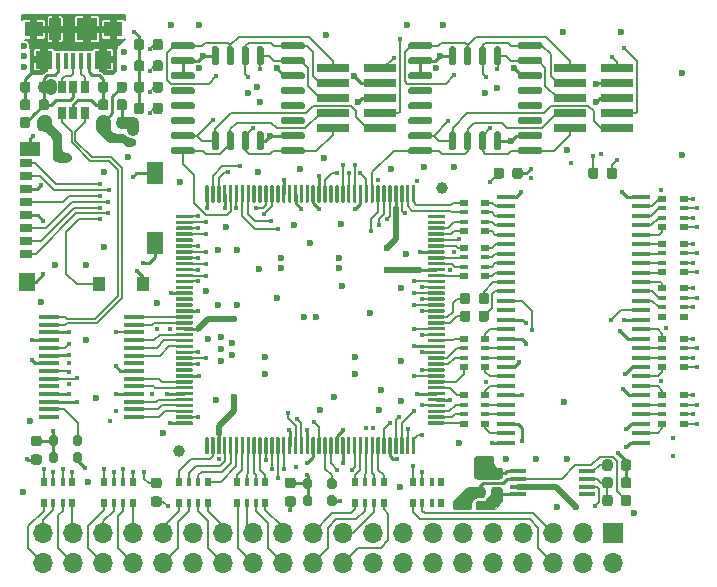
<source format=gbr>
G04 #@! TF.GenerationSoftware,KiCad,Pcbnew,(5.1.6-0-10_14)*
G04 #@! TF.CreationDate,2020-08-15T08:11:16-07:00*
G04 #@! TF.ProjectId,fpga-ice40,66706761-2d69-4636-9534-302e6b696361,r0.1*
G04 #@! TF.SameCoordinates,Original*
G04 #@! TF.FileFunction,Copper,L1,Top*
G04 #@! TF.FilePolarity,Positive*
%FSLAX46Y46*%
G04 Gerber Fmt 4.6, Leading zero omitted, Abs format (unit mm)*
G04 Created by KiCad (PCBNEW (5.1.6-0-10_14)) date 2020-08-15 08:11:16*
%MOMM*%
%LPD*%
G01*
G04 APERTURE LIST*
G04 #@! TA.AperFunction,SMDPad,CuDef*
%ADD10R,0.800000X0.500000*%
G04 #@! TD*
G04 #@! TA.AperFunction,SMDPad,CuDef*
%ADD11R,0.800000X0.400000*%
G04 #@! TD*
G04 #@! TA.AperFunction,SMDPad,CuDef*
%ADD12R,1.450000X0.450000*%
G04 #@! TD*
G04 #@! TA.AperFunction,SMDPad,CuDef*
%ADD13C,1.000000*%
G04 #@! TD*
G04 #@! TA.AperFunction,SMDPad,CuDef*
%ADD14R,1.350000X1.900000*%
G04 #@! TD*
G04 #@! TA.AperFunction,SMDPad,CuDef*
%ADD15R,1.000000X1.200000*%
G04 #@! TD*
G04 #@! TA.AperFunction,SMDPad,CuDef*
%ADD16R,1.350000X1.550000*%
G04 #@! TD*
G04 #@! TA.AperFunction,SMDPad,CuDef*
%ADD17R,1.800000X1.170000*%
G04 #@! TD*
G04 #@! TA.AperFunction,SMDPad,CuDef*
%ADD18R,1.100000X0.750000*%
G04 #@! TD*
G04 #@! TA.AperFunction,SMDPad,CuDef*
%ADD19R,1.750000X0.450000*%
G04 #@! TD*
G04 #@! TA.AperFunction,SMDPad,CuDef*
%ADD20R,0.650000X1.060000*%
G04 #@! TD*
G04 #@! TA.AperFunction,SMDPad,CuDef*
%ADD21R,2.800000X0.740000*%
G04 #@! TD*
G04 #@! TA.AperFunction,ComponentPad*
%ADD22O,1.700000X1.700000*%
G04 #@! TD*
G04 #@! TA.AperFunction,ComponentPad*
%ADD23R,1.700000X1.700000*%
G04 #@! TD*
G04 #@! TA.AperFunction,SMDPad,CuDef*
%ADD24R,0.500000X0.800000*%
G04 #@! TD*
G04 #@! TA.AperFunction,SMDPad,CuDef*
%ADD25R,0.400000X0.800000*%
G04 #@! TD*
G04 #@! TA.AperFunction,SMDPad,CuDef*
%ADD26R,1.000000X1.900000*%
G04 #@! TD*
G04 #@! TA.AperFunction,SMDPad,CuDef*
%ADD27R,1.800000X1.900000*%
G04 #@! TD*
G04 #@! TA.AperFunction,SMDPad,CuDef*
%ADD28R,1.650000X1.300000*%
G04 #@! TD*
G04 #@! TA.AperFunction,SMDPad,CuDef*
%ADD29R,1.425000X1.550000*%
G04 #@! TD*
G04 #@! TA.AperFunction,SMDPad,CuDef*
%ADD30R,0.450000X1.380000*%
G04 #@! TD*
G04 #@! TA.AperFunction,SMDPad,CuDef*
%ADD31R,1.510000X0.458000*%
G04 #@! TD*
G04 #@! TA.AperFunction,ViaPad*
%ADD32C,0.600000*%
G04 #@! TD*
G04 #@! TA.AperFunction,ViaPad*
%ADD33C,0.450000*%
G04 #@! TD*
G04 #@! TA.AperFunction,Conductor*
%ADD34C,0.254000*%
G04 #@! TD*
G04 #@! TA.AperFunction,Conductor*
%ADD35C,0.152400*%
G04 #@! TD*
G04 #@! TA.AperFunction,Conductor*
%ADD36C,1.016000*%
G04 #@! TD*
G04 #@! TA.AperFunction,Conductor*
%ADD37C,0.508000*%
G04 #@! TD*
G04 #@! TA.AperFunction,Conductor*
%ADD38C,0.150000*%
G04 #@! TD*
G04 #@! TA.AperFunction,Conductor*
%ADD39C,0.089000*%
G04 #@! TD*
G04 APERTURE END LIST*
G04 #@! TA.AperFunction,SMDPad,CuDef*
G36*
G01*
X174600000Y-94443750D02*
X174600000Y-94956250D01*
G75*
G02*
X174381250Y-95175000I-218750J0D01*
G01*
X173943750Y-95175000D01*
G75*
G02*
X173725000Y-94956250I0J218750D01*
G01*
X173725000Y-94443750D01*
G75*
G02*
X173943750Y-94225000I218750J0D01*
G01*
X174381250Y-94225000D01*
G75*
G02*
X174600000Y-94443750I0J-218750D01*
G01*
G37*
G04 #@! TD.AperFunction*
G04 #@! TA.AperFunction,SMDPad,CuDef*
G36*
G01*
X176175000Y-94443750D02*
X176175000Y-94956250D01*
G75*
G02*
X175956250Y-95175000I-218750J0D01*
G01*
X175518750Y-95175000D01*
G75*
G02*
X175300000Y-94956250I0J218750D01*
G01*
X175300000Y-94443750D01*
G75*
G02*
X175518750Y-94225000I218750J0D01*
G01*
X175956250Y-94225000D01*
G75*
G02*
X176175000Y-94443750I0J-218750D01*
G01*
G37*
G04 #@! TD.AperFunction*
G04 #@! TA.AperFunction,SMDPad,CuDef*
G36*
G01*
X174600000Y-92943750D02*
X174600000Y-93456250D01*
G75*
G02*
X174381250Y-93675000I-218750J0D01*
G01*
X173943750Y-93675000D01*
G75*
G02*
X173725000Y-93456250I0J218750D01*
G01*
X173725000Y-92943750D01*
G75*
G02*
X173943750Y-92725000I218750J0D01*
G01*
X174381250Y-92725000D01*
G75*
G02*
X174600000Y-92943750I0J-218750D01*
G01*
G37*
G04 #@! TD.AperFunction*
G04 #@! TA.AperFunction,SMDPad,CuDef*
G36*
G01*
X176175000Y-92943750D02*
X176175000Y-93456250D01*
G75*
G02*
X175956250Y-93675000I-218750J0D01*
G01*
X175518750Y-93675000D01*
G75*
G02*
X175300000Y-93456250I0J218750D01*
G01*
X175300000Y-92943750D01*
G75*
G02*
X175518750Y-92725000I218750J0D01*
G01*
X175956250Y-92725000D01*
G75*
G02*
X176175000Y-92943750I0J-218750D01*
G01*
G37*
G04 #@! TD.AperFunction*
D10*
X190850000Y-101400000D03*
D11*
X190850000Y-102200000D03*
D10*
X190850000Y-103800000D03*
D11*
X190850000Y-103000000D03*
D10*
X192650000Y-101400000D03*
D11*
X192650000Y-103000000D03*
X192650000Y-102200000D03*
D10*
X192650000Y-103800000D03*
X175850000Y-103800000D03*
D11*
X175850000Y-103000000D03*
D10*
X175850000Y-101400000D03*
D11*
X175850000Y-102200000D03*
D10*
X174050000Y-103800000D03*
D11*
X174050000Y-102200000D03*
X174050000Y-103000000D03*
D10*
X174050000Y-101400000D03*
X190850000Y-96600000D03*
D11*
X190850000Y-97400000D03*
D10*
X190850000Y-99000000D03*
D11*
X190850000Y-98200000D03*
D10*
X192650000Y-96600000D03*
D11*
X192650000Y-98200000D03*
X192650000Y-97400000D03*
D10*
X192650000Y-99000000D03*
X175850000Y-99000000D03*
D11*
X175850000Y-98200000D03*
D10*
X175850000Y-96600000D03*
D11*
X175850000Y-97400000D03*
D10*
X174050000Y-99000000D03*
D11*
X174050000Y-97400000D03*
X174050000Y-98200000D03*
D10*
X174050000Y-96600000D03*
X190850000Y-92350000D03*
D11*
X190850000Y-93150000D03*
D10*
X190850000Y-94750000D03*
D11*
X190850000Y-93950000D03*
D10*
X192650000Y-92350000D03*
D11*
X192650000Y-93950000D03*
X192650000Y-93150000D03*
D10*
X192650000Y-94750000D03*
X190850000Y-88550000D03*
D11*
X190850000Y-89350000D03*
D10*
X190850000Y-90950000D03*
D11*
X190850000Y-90150000D03*
D10*
X192650000Y-88550000D03*
D11*
X192650000Y-90150000D03*
X192650000Y-89350000D03*
D10*
X192650000Y-90950000D03*
X175850000Y-91300000D03*
D11*
X175850000Y-90500000D03*
D10*
X175850000Y-88900000D03*
D11*
X175850000Y-89700000D03*
D10*
X174050000Y-91300000D03*
D11*
X174050000Y-89700000D03*
X174050000Y-90500000D03*
D10*
X174050000Y-88900000D03*
X190850000Y-84750000D03*
D11*
X190850000Y-85550000D03*
D10*
X190850000Y-87150000D03*
D11*
X190850000Y-86350000D03*
D10*
X192650000Y-84750000D03*
D11*
X192650000Y-86350000D03*
X192650000Y-85550000D03*
D10*
X192650000Y-87150000D03*
X175850000Y-87500000D03*
D11*
X175850000Y-86700000D03*
D10*
X175850000Y-85100000D03*
D11*
X175850000Y-85900000D03*
D10*
X174050000Y-87500000D03*
D11*
X174050000Y-85900000D03*
X174050000Y-86700000D03*
D10*
X174050000Y-85100000D03*
G04 #@! TA.AperFunction,SMDPad,CuDef*
G36*
G01*
X138900000Y-105475000D02*
X138900000Y-104975000D01*
G75*
G02*
X139100000Y-104775000I200000J0D01*
G01*
X139500000Y-104775000D01*
G75*
G02*
X139700000Y-104975000I0J-200000D01*
G01*
X139700000Y-105475000D01*
G75*
G02*
X139500000Y-105675000I-200000J0D01*
G01*
X139100000Y-105675000D01*
G75*
G02*
X138900000Y-105475000I0J200000D01*
G01*
G37*
G04 #@! TD.AperFunction*
G04 #@! TA.AperFunction,SMDPad,CuDef*
G36*
G01*
X138900000Y-106925000D02*
X138900000Y-106425000D01*
G75*
G02*
X139100000Y-106225000I200000J0D01*
G01*
X139500000Y-106225000D01*
G75*
G02*
X139700000Y-106425000I0J-200000D01*
G01*
X139700000Y-106925000D01*
G75*
G02*
X139500000Y-107125000I-200000J0D01*
G01*
X139100000Y-107125000D01*
G75*
G02*
X138900000Y-106925000I0J200000D01*
G01*
G37*
G04 #@! TD.AperFunction*
G04 #@! TA.AperFunction,SMDPad,CuDef*
G36*
G01*
X140949999Y-105475000D02*
X140949999Y-104975000D01*
G75*
G02*
X141149999Y-104775000I200000J0D01*
G01*
X141549999Y-104775000D01*
G75*
G02*
X141749999Y-104975000I0J-200000D01*
G01*
X141749999Y-105475000D01*
G75*
G02*
X141549999Y-105675000I-200000J0D01*
G01*
X141149999Y-105675000D01*
G75*
G02*
X140949999Y-105475000I0J200000D01*
G01*
G37*
G04 #@! TD.AperFunction*
G04 #@! TA.AperFunction,SMDPad,CuDef*
G36*
G01*
X140949999Y-106925000D02*
X140949999Y-106425000D01*
G75*
G02*
X141149999Y-106225000I200000J0D01*
G01*
X141549999Y-106225000D01*
G75*
G02*
X141749999Y-106425000I0J-200000D01*
G01*
X141749999Y-106925000D01*
G75*
G02*
X141549999Y-107125000I-200000J0D01*
G01*
X141149999Y-107125000D01*
G75*
G02*
X140949999Y-106925000I0J200000D01*
G01*
G37*
G04 #@! TD.AperFunction*
G04 #@! TA.AperFunction,SMDPad,CuDef*
G36*
G01*
X137593750Y-106400000D02*
X138106250Y-106400000D01*
G75*
G02*
X138325000Y-106618750I0J-218750D01*
G01*
X138325000Y-107056250D01*
G75*
G02*
X138106250Y-107275000I-218750J0D01*
G01*
X137593750Y-107275000D01*
G75*
G02*
X137375000Y-107056250I0J218750D01*
G01*
X137375000Y-106618750D01*
G75*
G02*
X137593750Y-106400000I218750J0D01*
G01*
G37*
G04 #@! TD.AperFunction*
G04 #@! TA.AperFunction,SMDPad,CuDef*
G36*
G01*
X137593750Y-104825000D02*
X138106250Y-104825000D01*
G75*
G02*
X138325000Y-105043750I0J-218750D01*
G01*
X138325000Y-105481250D01*
G75*
G02*
X138106250Y-105700000I-218750J0D01*
G01*
X137593750Y-105700000D01*
G75*
G02*
X137375000Y-105481250I0J218750D01*
G01*
X137375000Y-105043750D01*
G75*
G02*
X137593750Y-104825000I218750J0D01*
G01*
G37*
G04 #@! TD.AperFunction*
G04 #@! TA.AperFunction,SMDPad,CuDef*
G36*
G01*
X147743750Y-109950000D02*
X148256250Y-109950000D01*
G75*
G02*
X148475000Y-110168750I0J-218750D01*
G01*
X148475000Y-110606250D01*
G75*
G02*
X148256250Y-110825000I-218750J0D01*
G01*
X147743750Y-110825000D01*
G75*
G02*
X147525000Y-110606250I0J218750D01*
G01*
X147525000Y-110168750D01*
G75*
G02*
X147743750Y-109950000I218750J0D01*
G01*
G37*
G04 #@! TD.AperFunction*
G04 #@! TA.AperFunction,SMDPad,CuDef*
G36*
G01*
X147743750Y-108375000D02*
X148256250Y-108375000D01*
G75*
G02*
X148475000Y-108593750I0J-218750D01*
G01*
X148475000Y-109031250D01*
G75*
G02*
X148256250Y-109250000I-218750J0D01*
G01*
X147743750Y-109250000D01*
G75*
G02*
X147525000Y-109031250I0J218750D01*
G01*
X147525000Y-108593750D01*
G75*
G02*
X147743750Y-108375000I218750J0D01*
G01*
G37*
G04 #@! TD.AperFunction*
D12*
X178600000Y-109775000D03*
X178600000Y-109125000D03*
X178600000Y-108475000D03*
X178600000Y-107825000D03*
X184500000Y-107825000D03*
X184500000Y-108475000D03*
X184500000Y-109125000D03*
X184500000Y-109775000D03*
G04 #@! TA.AperFunction,SMDPad,CuDef*
G36*
G01*
X187350000Y-107556250D02*
X187350000Y-107043750D01*
G75*
G02*
X187568750Y-106825000I218750J0D01*
G01*
X188006250Y-106825000D01*
G75*
G02*
X188225000Y-107043750I0J-218750D01*
G01*
X188225000Y-107556250D01*
G75*
G02*
X188006250Y-107775000I-218750J0D01*
G01*
X187568750Y-107775000D01*
G75*
G02*
X187350000Y-107556250I0J218750D01*
G01*
G37*
G04 #@! TD.AperFunction*
G04 #@! TA.AperFunction,SMDPad,CuDef*
G36*
G01*
X185775000Y-107556250D02*
X185775000Y-107043750D01*
G75*
G02*
X185993750Y-106825000I218750J0D01*
G01*
X186431250Y-106825000D01*
G75*
G02*
X186650000Y-107043750I0J-218750D01*
G01*
X186650000Y-107556250D01*
G75*
G02*
X186431250Y-107775000I-218750J0D01*
G01*
X185993750Y-107775000D01*
G75*
G02*
X185775000Y-107556250I0J218750D01*
G01*
G37*
G04 #@! TD.AperFunction*
G04 #@! TA.AperFunction,SMDPad,CuDef*
G36*
G01*
X187350000Y-109056250D02*
X187350000Y-108543750D01*
G75*
G02*
X187568750Y-108325000I218750J0D01*
G01*
X188006250Y-108325000D01*
G75*
G02*
X188225000Y-108543750I0J-218750D01*
G01*
X188225000Y-109056250D01*
G75*
G02*
X188006250Y-109275000I-218750J0D01*
G01*
X187568750Y-109275000D01*
G75*
G02*
X187350000Y-109056250I0J218750D01*
G01*
G37*
G04 #@! TD.AperFunction*
G04 #@! TA.AperFunction,SMDPad,CuDef*
G36*
G01*
X185775000Y-109056250D02*
X185775000Y-108543750D01*
G75*
G02*
X185993750Y-108325000I218750J0D01*
G01*
X186431250Y-108325000D01*
G75*
G02*
X186650000Y-108543750I0J-218750D01*
G01*
X186650000Y-109056250D01*
G75*
G02*
X186431250Y-109275000I-218750J0D01*
G01*
X185993750Y-109275000D01*
G75*
G02*
X185775000Y-109056250I0J218750D01*
G01*
G37*
G04 #@! TD.AperFunction*
G04 #@! TA.AperFunction,SMDPad,CuDef*
G36*
G01*
X186650000Y-110043750D02*
X186650000Y-110556250D01*
G75*
G02*
X186431250Y-110775000I-218750J0D01*
G01*
X185993750Y-110775000D01*
G75*
G02*
X185775000Y-110556250I0J218750D01*
G01*
X185775000Y-110043750D01*
G75*
G02*
X185993750Y-109825000I218750J0D01*
G01*
X186431250Y-109825000D01*
G75*
G02*
X186650000Y-110043750I0J-218750D01*
G01*
G37*
G04 #@! TD.AperFunction*
G04 #@! TA.AperFunction,SMDPad,CuDef*
G36*
G01*
X188225000Y-110043750D02*
X188225000Y-110556250D01*
G75*
G02*
X188006250Y-110775000I-218750J0D01*
G01*
X187568750Y-110775000D01*
G75*
G02*
X187350000Y-110556250I0J218750D01*
G01*
X187350000Y-110043750D01*
G75*
G02*
X187568750Y-109825000I218750J0D01*
G01*
X188006250Y-109825000D01*
G75*
G02*
X188225000Y-110043750I0J-218750D01*
G01*
G37*
G04 #@! TD.AperFunction*
G04 #@! TA.AperFunction,SMDPad,CuDef*
G36*
G01*
X175606250Y-110025000D02*
X175093750Y-110025000D01*
G75*
G02*
X174875000Y-109806250I0J218750D01*
G01*
X174875000Y-109368750D01*
G75*
G02*
X175093750Y-109150000I218750J0D01*
G01*
X175606250Y-109150000D01*
G75*
G02*
X175825000Y-109368750I0J-218750D01*
G01*
X175825000Y-109806250D01*
G75*
G02*
X175606250Y-110025000I-218750J0D01*
G01*
G37*
G04 #@! TD.AperFunction*
G04 #@! TA.AperFunction,SMDPad,CuDef*
G36*
G01*
X175606250Y-108450000D02*
X175093750Y-108450000D01*
G75*
G02*
X174875000Y-108231250I0J218750D01*
G01*
X174875000Y-107793750D01*
G75*
G02*
X175093750Y-107575000I218750J0D01*
G01*
X175606250Y-107575000D01*
G75*
G02*
X175825000Y-107793750I0J-218750D01*
G01*
X175825000Y-108231250D01*
G75*
G02*
X175606250Y-108450000I-218750J0D01*
G01*
G37*
G04 #@! TD.AperFunction*
G04 #@! TA.AperFunction,SMDPad,CuDef*
G36*
G01*
X177106250Y-110025000D02*
X176593750Y-110025000D01*
G75*
G02*
X176375000Y-109806250I0J218750D01*
G01*
X176375000Y-109368750D01*
G75*
G02*
X176593750Y-109150000I218750J0D01*
G01*
X177106250Y-109150000D01*
G75*
G02*
X177325000Y-109368750I0J-218750D01*
G01*
X177325000Y-109806250D01*
G75*
G02*
X177106250Y-110025000I-218750J0D01*
G01*
G37*
G04 #@! TD.AperFunction*
G04 #@! TA.AperFunction,SMDPad,CuDef*
G36*
G01*
X177106250Y-108450000D02*
X176593750Y-108450000D01*
G75*
G02*
X176375000Y-108231250I0J218750D01*
G01*
X176375000Y-107793750D01*
G75*
G02*
X176593750Y-107575000I218750J0D01*
G01*
X177106250Y-107575000D01*
G75*
G02*
X177325000Y-107793750I0J-218750D01*
G01*
X177325000Y-108231250D01*
G75*
G02*
X177106250Y-108450000I-218750J0D01*
G01*
G37*
G04 #@! TD.AperFunction*
D13*
X172200000Y-83850000D03*
X149900000Y-106150000D03*
D14*
X147900000Y-82600000D03*
X147900000Y-88500000D03*
D15*
X146900000Y-92000000D03*
X143200000Y-92000000D03*
D16*
X137100000Y-91800000D03*
D17*
X137350000Y-80500000D03*
D18*
X137000000Y-81705000D03*
X137000000Y-82805000D03*
X137000000Y-83905000D03*
X137000000Y-85005000D03*
X137000000Y-86105000D03*
X137000000Y-87205000D03*
X137000000Y-88305000D03*
X137000000Y-89405000D03*
D19*
X138950000Y-103225000D03*
X138950000Y-102575000D03*
X138950000Y-101925000D03*
X138950000Y-101275000D03*
X138950000Y-100625000D03*
X138950000Y-99975000D03*
X138950000Y-99325000D03*
X138950000Y-98675000D03*
X138950000Y-98025000D03*
X138950000Y-97375000D03*
X138950000Y-96725000D03*
X138950000Y-96075000D03*
X138950000Y-95425000D03*
X138950000Y-94775000D03*
X146150000Y-94775000D03*
X146150000Y-95425000D03*
X146150000Y-96075000D03*
X146150000Y-96725000D03*
X146150000Y-97375000D03*
X146150000Y-98025000D03*
X146150000Y-98675000D03*
X146150000Y-99325000D03*
X146150000Y-99975000D03*
X146150000Y-100625000D03*
X146150000Y-101275000D03*
X146150000Y-101925000D03*
X146150000Y-102575000D03*
X146150000Y-103225000D03*
G04 #@! TA.AperFunction,SMDPad,CuDef*
G36*
G01*
X177450000Y-82343750D02*
X177450000Y-82856250D01*
G75*
G02*
X177231250Y-83075000I-218750J0D01*
G01*
X176793750Y-83075000D01*
G75*
G02*
X176575000Y-82856250I0J218750D01*
G01*
X176575000Y-82343750D01*
G75*
G02*
X176793750Y-82125000I218750J0D01*
G01*
X177231250Y-82125000D01*
G75*
G02*
X177450000Y-82343750I0J-218750D01*
G01*
G37*
G04 #@! TD.AperFunction*
G04 #@! TA.AperFunction,SMDPad,CuDef*
G36*
G01*
X179025000Y-82343750D02*
X179025000Y-82856250D01*
G75*
G02*
X178806250Y-83075000I-218750J0D01*
G01*
X178368750Y-83075000D01*
G75*
G02*
X178150000Y-82856250I0J218750D01*
G01*
X178150000Y-82343750D01*
G75*
G02*
X178368750Y-82125000I218750J0D01*
G01*
X178806250Y-82125000D01*
G75*
G02*
X179025000Y-82343750I0J-218750D01*
G01*
G37*
G04 #@! TD.AperFunction*
D20*
X141000000Y-77500000D03*
X141950000Y-77500000D03*
X140050000Y-77500000D03*
X140050000Y-75300000D03*
X141000000Y-75300000D03*
X141950000Y-75300000D03*
G04 #@! TA.AperFunction,SMDPad,CuDef*
G36*
G01*
X144650000Y-78556250D02*
X144650000Y-78043750D01*
G75*
G02*
X144868750Y-77825000I218750J0D01*
G01*
X145306250Y-77825000D01*
G75*
G02*
X145525000Y-78043750I0J-218750D01*
G01*
X145525000Y-78556250D01*
G75*
G02*
X145306250Y-78775000I-218750J0D01*
G01*
X144868750Y-78775000D01*
G75*
G02*
X144650000Y-78556250I0J218750D01*
G01*
G37*
G04 #@! TD.AperFunction*
G04 #@! TA.AperFunction,SMDPad,CuDef*
G36*
G01*
X143075000Y-78556250D02*
X143075000Y-78043750D01*
G75*
G02*
X143293750Y-77825000I218750J0D01*
G01*
X143731250Y-77825000D01*
G75*
G02*
X143950000Y-78043750I0J-218750D01*
G01*
X143950000Y-78556250D01*
G75*
G02*
X143731250Y-78775000I-218750J0D01*
G01*
X143293750Y-78775000D01*
G75*
G02*
X143075000Y-78556250I0J218750D01*
G01*
G37*
G04 #@! TD.AperFunction*
G04 #@! TA.AperFunction,SMDPad,CuDef*
G36*
G01*
X173245000Y-73450000D02*
X172945000Y-73450000D01*
G75*
G02*
X172795000Y-73300000I0J150000D01*
G01*
X172795000Y-72000000D01*
G75*
G02*
X172945000Y-71850000I150000J0D01*
G01*
X173245000Y-71850000D01*
G75*
G02*
X173395000Y-72000000I0J-150000D01*
G01*
X173395000Y-73300000D01*
G75*
G02*
X173245000Y-73450000I-150000J0D01*
G01*
G37*
G04 #@! TD.AperFunction*
G04 #@! TA.AperFunction,SMDPad,CuDef*
G36*
G01*
X174515000Y-73450000D02*
X174215000Y-73450000D01*
G75*
G02*
X174065000Y-73300000I0J150000D01*
G01*
X174065000Y-72000000D01*
G75*
G02*
X174215000Y-71850000I150000J0D01*
G01*
X174515000Y-71850000D01*
G75*
G02*
X174665000Y-72000000I0J-150000D01*
G01*
X174665000Y-73300000D01*
G75*
G02*
X174515000Y-73450000I-150000J0D01*
G01*
G37*
G04 #@! TD.AperFunction*
G04 #@! TA.AperFunction,SMDPad,CuDef*
G36*
G01*
X175785000Y-73450000D02*
X175485000Y-73450000D01*
G75*
G02*
X175335000Y-73300000I0J150000D01*
G01*
X175335000Y-72000000D01*
G75*
G02*
X175485000Y-71850000I150000J0D01*
G01*
X175785000Y-71850000D01*
G75*
G02*
X175935000Y-72000000I0J-150000D01*
G01*
X175935000Y-73300000D01*
G75*
G02*
X175785000Y-73450000I-150000J0D01*
G01*
G37*
G04 #@! TD.AperFunction*
G04 #@! TA.AperFunction,SMDPad,CuDef*
G36*
G01*
X177055000Y-73450000D02*
X176755000Y-73450000D01*
G75*
G02*
X176605000Y-73300000I0J150000D01*
G01*
X176605000Y-72000000D01*
G75*
G02*
X176755000Y-71850000I150000J0D01*
G01*
X177055000Y-71850000D01*
G75*
G02*
X177205000Y-72000000I0J-150000D01*
G01*
X177205000Y-73300000D01*
G75*
G02*
X177055000Y-73450000I-150000J0D01*
G01*
G37*
G04 #@! TD.AperFunction*
G04 #@! TA.AperFunction,SMDPad,CuDef*
G36*
G01*
X177055000Y-80650000D02*
X176755000Y-80650000D01*
G75*
G02*
X176605000Y-80500000I0J150000D01*
G01*
X176605000Y-79200000D01*
G75*
G02*
X176755000Y-79050000I150000J0D01*
G01*
X177055000Y-79050000D01*
G75*
G02*
X177205000Y-79200000I0J-150000D01*
G01*
X177205000Y-80500000D01*
G75*
G02*
X177055000Y-80650000I-150000J0D01*
G01*
G37*
G04 #@! TD.AperFunction*
G04 #@! TA.AperFunction,SMDPad,CuDef*
G36*
G01*
X175785000Y-80650000D02*
X175485000Y-80650000D01*
G75*
G02*
X175335000Y-80500000I0J150000D01*
G01*
X175335000Y-79200000D01*
G75*
G02*
X175485000Y-79050000I150000J0D01*
G01*
X175785000Y-79050000D01*
G75*
G02*
X175935000Y-79200000I0J-150000D01*
G01*
X175935000Y-80500000D01*
G75*
G02*
X175785000Y-80650000I-150000J0D01*
G01*
G37*
G04 #@! TD.AperFunction*
G04 #@! TA.AperFunction,SMDPad,CuDef*
G36*
G01*
X174515000Y-80650000D02*
X174215000Y-80650000D01*
G75*
G02*
X174065000Y-80500000I0J150000D01*
G01*
X174065000Y-79200000D01*
G75*
G02*
X174215000Y-79050000I150000J0D01*
G01*
X174515000Y-79050000D01*
G75*
G02*
X174665000Y-79200000I0J-150000D01*
G01*
X174665000Y-80500000D01*
G75*
G02*
X174515000Y-80650000I-150000J0D01*
G01*
G37*
G04 #@! TD.AperFunction*
G04 #@! TA.AperFunction,SMDPad,CuDef*
G36*
G01*
X173245000Y-80650000D02*
X172945000Y-80650000D01*
G75*
G02*
X172795000Y-80500000I0J150000D01*
G01*
X172795000Y-79200000D01*
G75*
G02*
X172945000Y-79050000I150000J0D01*
G01*
X173245000Y-79050000D01*
G75*
G02*
X173395000Y-79200000I0J-150000D01*
G01*
X173395000Y-80500000D01*
G75*
G02*
X173245000Y-80650000I-150000J0D01*
G01*
G37*
G04 #@! TD.AperFunction*
G04 #@! TA.AperFunction,SMDPad,CuDef*
G36*
G01*
X153163000Y-73450000D02*
X152863000Y-73450000D01*
G75*
G02*
X152713000Y-73300000I0J150000D01*
G01*
X152713000Y-72000000D01*
G75*
G02*
X152863000Y-71850000I150000J0D01*
G01*
X153163000Y-71850000D01*
G75*
G02*
X153313000Y-72000000I0J-150000D01*
G01*
X153313000Y-73300000D01*
G75*
G02*
X153163000Y-73450000I-150000J0D01*
G01*
G37*
G04 #@! TD.AperFunction*
G04 #@! TA.AperFunction,SMDPad,CuDef*
G36*
G01*
X154433000Y-73450000D02*
X154133000Y-73450000D01*
G75*
G02*
X153983000Y-73300000I0J150000D01*
G01*
X153983000Y-72000000D01*
G75*
G02*
X154133000Y-71850000I150000J0D01*
G01*
X154433000Y-71850000D01*
G75*
G02*
X154583000Y-72000000I0J-150000D01*
G01*
X154583000Y-73300000D01*
G75*
G02*
X154433000Y-73450000I-150000J0D01*
G01*
G37*
G04 #@! TD.AperFunction*
G04 #@! TA.AperFunction,SMDPad,CuDef*
G36*
G01*
X155703000Y-73450000D02*
X155403000Y-73450000D01*
G75*
G02*
X155253000Y-73300000I0J150000D01*
G01*
X155253000Y-72000000D01*
G75*
G02*
X155403000Y-71850000I150000J0D01*
G01*
X155703000Y-71850000D01*
G75*
G02*
X155853000Y-72000000I0J-150000D01*
G01*
X155853000Y-73300000D01*
G75*
G02*
X155703000Y-73450000I-150000J0D01*
G01*
G37*
G04 #@! TD.AperFunction*
G04 #@! TA.AperFunction,SMDPad,CuDef*
G36*
G01*
X156973000Y-73450000D02*
X156673000Y-73450000D01*
G75*
G02*
X156523000Y-73300000I0J150000D01*
G01*
X156523000Y-72000000D01*
G75*
G02*
X156673000Y-71850000I150000J0D01*
G01*
X156973000Y-71850000D01*
G75*
G02*
X157123000Y-72000000I0J-150000D01*
G01*
X157123000Y-73300000D01*
G75*
G02*
X156973000Y-73450000I-150000J0D01*
G01*
G37*
G04 #@! TD.AperFunction*
G04 #@! TA.AperFunction,SMDPad,CuDef*
G36*
G01*
X156973000Y-80650000D02*
X156673000Y-80650000D01*
G75*
G02*
X156523000Y-80500000I0J150000D01*
G01*
X156523000Y-79200000D01*
G75*
G02*
X156673000Y-79050000I150000J0D01*
G01*
X156973000Y-79050000D01*
G75*
G02*
X157123000Y-79200000I0J-150000D01*
G01*
X157123000Y-80500000D01*
G75*
G02*
X156973000Y-80650000I-150000J0D01*
G01*
G37*
G04 #@! TD.AperFunction*
G04 #@! TA.AperFunction,SMDPad,CuDef*
G36*
G01*
X155703000Y-80650000D02*
X155403000Y-80650000D01*
G75*
G02*
X155253000Y-80500000I0J150000D01*
G01*
X155253000Y-79200000D01*
G75*
G02*
X155403000Y-79050000I150000J0D01*
G01*
X155703000Y-79050000D01*
G75*
G02*
X155853000Y-79200000I0J-150000D01*
G01*
X155853000Y-80500000D01*
G75*
G02*
X155703000Y-80650000I-150000J0D01*
G01*
G37*
G04 #@! TD.AperFunction*
G04 #@! TA.AperFunction,SMDPad,CuDef*
G36*
G01*
X154433000Y-80650000D02*
X154133000Y-80650000D01*
G75*
G02*
X153983000Y-80500000I0J150000D01*
G01*
X153983000Y-79200000D01*
G75*
G02*
X154133000Y-79050000I150000J0D01*
G01*
X154433000Y-79050000D01*
G75*
G02*
X154583000Y-79200000I0J-150000D01*
G01*
X154583000Y-80500000D01*
G75*
G02*
X154433000Y-80650000I-150000J0D01*
G01*
G37*
G04 #@! TD.AperFunction*
G04 #@! TA.AperFunction,SMDPad,CuDef*
G36*
G01*
X153163000Y-80650000D02*
X152863000Y-80650000D01*
G75*
G02*
X152713000Y-80500000I0J150000D01*
G01*
X152713000Y-79200000D01*
G75*
G02*
X152863000Y-79050000I150000J0D01*
G01*
X153163000Y-79050000D01*
G75*
G02*
X153313000Y-79200000I0J-150000D01*
G01*
X153313000Y-80500000D01*
G75*
G02*
X153163000Y-80650000I-150000J0D01*
G01*
G37*
G04 #@! TD.AperFunction*
G04 #@! TA.AperFunction,SMDPad,CuDef*
G36*
G01*
X160425000Y-109125000D02*
X160425000Y-108625000D01*
G75*
G02*
X160625000Y-108425000I200000J0D01*
G01*
X161025000Y-108425000D01*
G75*
G02*
X161225000Y-108625000I0J-200000D01*
G01*
X161225000Y-109125000D01*
G75*
G02*
X161025000Y-109325000I-200000J0D01*
G01*
X160625000Y-109325000D01*
G75*
G02*
X160425000Y-109125000I0J200000D01*
G01*
G37*
G04 #@! TD.AperFunction*
G04 #@! TA.AperFunction,SMDPad,CuDef*
G36*
G01*
X160425000Y-110575000D02*
X160425000Y-110075000D01*
G75*
G02*
X160625000Y-109875000I200000J0D01*
G01*
X161025000Y-109875000D01*
G75*
G02*
X161225000Y-110075000I0J-200000D01*
G01*
X161225000Y-110575000D01*
G75*
G02*
X161025000Y-110775000I-200000J0D01*
G01*
X160625000Y-110775000D01*
G75*
G02*
X160425000Y-110575000I0J200000D01*
G01*
G37*
G04 #@! TD.AperFunction*
G04 #@! TA.AperFunction,SMDPad,CuDef*
G36*
G01*
X162474999Y-109125000D02*
X162474999Y-108625000D01*
G75*
G02*
X162674999Y-108425000I200000J0D01*
G01*
X163074999Y-108425000D01*
G75*
G02*
X163274999Y-108625000I0J-200000D01*
G01*
X163274999Y-109125000D01*
G75*
G02*
X163074999Y-109325000I-200000J0D01*
G01*
X162674999Y-109325000D01*
G75*
G02*
X162474999Y-109125000I0J200000D01*
G01*
G37*
G04 #@! TD.AperFunction*
G04 #@! TA.AperFunction,SMDPad,CuDef*
G36*
G01*
X162474999Y-110575000D02*
X162474999Y-110075000D01*
G75*
G02*
X162674999Y-109875000I200000J0D01*
G01*
X163074999Y-109875000D01*
G75*
G02*
X163274999Y-110075000I0J-200000D01*
G01*
X163274999Y-110575000D01*
G75*
G02*
X163074999Y-110775000I-200000J0D01*
G01*
X162674999Y-110775000D01*
G75*
G02*
X162474999Y-110575000I0J200000D01*
G01*
G37*
G04 #@! TD.AperFunction*
D21*
X187050000Y-78790000D03*
X183050000Y-78790000D03*
X187050000Y-77520000D03*
X183050000Y-77520000D03*
X187050000Y-76250000D03*
X183050000Y-76250000D03*
X187050000Y-74980000D03*
X183050000Y-74980000D03*
X187050000Y-73710000D03*
X183050000Y-73710000D03*
X166950000Y-78790000D03*
X162950000Y-78790000D03*
X166950000Y-77520000D03*
X162950000Y-77520000D03*
X166950000Y-76250000D03*
X162950000Y-76250000D03*
X166950000Y-74980000D03*
X162950000Y-74980000D03*
X166950000Y-73710000D03*
X162950000Y-73710000D03*
D22*
X138410000Y-115590000D03*
X138410000Y-113050000D03*
X140950000Y-115590000D03*
X140950000Y-113050000D03*
X143490000Y-115590000D03*
X143490000Y-113050000D03*
X146030000Y-115590000D03*
X146030000Y-113050000D03*
X148570000Y-115590000D03*
X148570000Y-113050000D03*
X151110000Y-115590000D03*
X151110000Y-113050000D03*
X153650000Y-115590000D03*
X153650000Y-113050000D03*
X156190000Y-115590000D03*
X156190000Y-113050000D03*
X158730000Y-115590000D03*
X158730000Y-113050000D03*
X161270000Y-115590000D03*
X161270000Y-113050000D03*
X163810000Y-115590000D03*
X163810000Y-113050000D03*
X166350000Y-115590000D03*
X166350000Y-113050000D03*
X168890000Y-115590000D03*
X168890000Y-113050000D03*
X171430000Y-115590000D03*
X171430000Y-113050000D03*
X173970000Y-115590000D03*
X173970000Y-113050000D03*
X176510000Y-115590000D03*
X176510000Y-113050000D03*
X179050000Y-115590000D03*
X179050000Y-113050000D03*
X181590000Y-115590000D03*
X181590000Y-113050000D03*
X184130000Y-115590000D03*
X184130000Y-113050000D03*
X186670000Y-115590000D03*
D23*
X186670000Y-113050000D03*
G04 #@! TA.AperFunction,SMDPad,CuDef*
G36*
G01*
X149243000Y-71955000D02*
X149243000Y-71655000D01*
G75*
G02*
X149393000Y-71505000I150000J0D01*
G01*
X151143000Y-71505000D01*
G75*
G02*
X151293000Y-71655000I0J-150000D01*
G01*
X151293000Y-71955000D01*
G75*
G02*
X151143000Y-72105000I-150000J0D01*
G01*
X149393000Y-72105000D01*
G75*
G02*
X149243000Y-71955000I0J150000D01*
G01*
G37*
G04 #@! TD.AperFunction*
G04 #@! TA.AperFunction,SMDPad,CuDef*
G36*
G01*
X149243000Y-73225000D02*
X149243000Y-72925000D01*
G75*
G02*
X149393000Y-72775000I150000J0D01*
G01*
X151143000Y-72775000D01*
G75*
G02*
X151293000Y-72925000I0J-150000D01*
G01*
X151293000Y-73225000D01*
G75*
G02*
X151143000Y-73375000I-150000J0D01*
G01*
X149393000Y-73375000D01*
G75*
G02*
X149243000Y-73225000I0J150000D01*
G01*
G37*
G04 #@! TD.AperFunction*
G04 #@! TA.AperFunction,SMDPad,CuDef*
G36*
G01*
X149243000Y-74495000D02*
X149243000Y-74195000D01*
G75*
G02*
X149393000Y-74045000I150000J0D01*
G01*
X151143000Y-74045000D01*
G75*
G02*
X151293000Y-74195000I0J-150000D01*
G01*
X151293000Y-74495000D01*
G75*
G02*
X151143000Y-74645000I-150000J0D01*
G01*
X149393000Y-74645000D01*
G75*
G02*
X149243000Y-74495000I0J150000D01*
G01*
G37*
G04 #@! TD.AperFunction*
G04 #@! TA.AperFunction,SMDPad,CuDef*
G36*
G01*
X149243000Y-75765000D02*
X149243000Y-75465000D01*
G75*
G02*
X149393000Y-75315000I150000J0D01*
G01*
X151143000Y-75315000D01*
G75*
G02*
X151293000Y-75465000I0J-150000D01*
G01*
X151293000Y-75765000D01*
G75*
G02*
X151143000Y-75915000I-150000J0D01*
G01*
X149393000Y-75915000D01*
G75*
G02*
X149243000Y-75765000I0J150000D01*
G01*
G37*
G04 #@! TD.AperFunction*
G04 #@! TA.AperFunction,SMDPad,CuDef*
G36*
G01*
X149243000Y-77035000D02*
X149243000Y-76735000D01*
G75*
G02*
X149393000Y-76585000I150000J0D01*
G01*
X151143000Y-76585000D01*
G75*
G02*
X151293000Y-76735000I0J-150000D01*
G01*
X151293000Y-77035000D01*
G75*
G02*
X151143000Y-77185000I-150000J0D01*
G01*
X149393000Y-77185000D01*
G75*
G02*
X149243000Y-77035000I0J150000D01*
G01*
G37*
G04 #@! TD.AperFunction*
G04 #@! TA.AperFunction,SMDPad,CuDef*
G36*
G01*
X149243000Y-78305000D02*
X149243000Y-78005000D01*
G75*
G02*
X149393000Y-77855000I150000J0D01*
G01*
X151143000Y-77855000D01*
G75*
G02*
X151293000Y-78005000I0J-150000D01*
G01*
X151293000Y-78305000D01*
G75*
G02*
X151143000Y-78455000I-150000J0D01*
G01*
X149393000Y-78455000D01*
G75*
G02*
X149243000Y-78305000I0J150000D01*
G01*
G37*
G04 #@! TD.AperFunction*
G04 #@! TA.AperFunction,SMDPad,CuDef*
G36*
G01*
X149243000Y-79575000D02*
X149243000Y-79275000D01*
G75*
G02*
X149393000Y-79125000I150000J0D01*
G01*
X151143000Y-79125000D01*
G75*
G02*
X151293000Y-79275000I0J-150000D01*
G01*
X151293000Y-79575000D01*
G75*
G02*
X151143000Y-79725000I-150000J0D01*
G01*
X149393000Y-79725000D01*
G75*
G02*
X149243000Y-79575000I0J150000D01*
G01*
G37*
G04 #@! TD.AperFunction*
G04 #@! TA.AperFunction,SMDPad,CuDef*
G36*
G01*
X149243000Y-80845000D02*
X149243000Y-80545000D01*
G75*
G02*
X149393000Y-80395000I150000J0D01*
G01*
X151143000Y-80395000D01*
G75*
G02*
X151293000Y-80545000I0J-150000D01*
G01*
X151293000Y-80845000D01*
G75*
G02*
X151143000Y-80995000I-150000J0D01*
G01*
X149393000Y-80995000D01*
G75*
G02*
X149243000Y-80845000I0J150000D01*
G01*
G37*
G04 #@! TD.AperFunction*
G04 #@! TA.AperFunction,SMDPad,CuDef*
G36*
G01*
X158543000Y-80845000D02*
X158543000Y-80545000D01*
G75*
G02*
X158693000Y-80395000I150000J0D01*
G01*
X160443000Y-80395000D01*
G75*
G02*
X160593000Y-80545000I0J-150000D01*
G01*
X160593000Y-80845000D01*
G75*
G02*
X160443000Y-80995000I-150000J0D01*
G01*
X158693000Y-80995000D01*
G75*
G02*
X158543000Y-80845000I0J150000D01*
G01*
G37*
G04 #@! TD.AperFunction*
G04 #@! TA.AperFunction,SMDPad,CuDef*
G36*
G01*
X158543000Y-79575000D02*
X158543000Y-79275000D01*
G75*
G02*
X158693000Y-79125000I150000J0D01*
G01*
X160443000Y-79125000D01*
G75*
G02*
X160593000Y-79275000I0J-150000D01*
G01*
X160593000Y-79575000D01*
G75*
G02*
X160443000Y-79725000I-150000J0D01*
G01*
X158693000Y-79725000D01*
G75*
G02*
X158543000Y-79575000I0J150000D01*
G01*
G37*
G04 #@! TD.AperFunction*
G04 #@! TA.AperFunction,SMDPad,CuDef*
G36*
G01*
X158543000Y-78305000D02*
X158543000Y-78005000D01*
G75*
G02*
X158693000Y-77855000I150000J0D01*
G01*
X160443000Y-77855000D01*
G75*
G02*
X160593000Y-78005000I0J-150000D01*
G01*
X160593000Y-78305000D01*
G75*
G02*
X160443000Y-78455000I-150000J0D01*
G01*
X158693000Y-78455000D01*
G75*
G02*
X158543000Y-78305000I0J150000D01*
G01*
G37*
G04 #@! TD.AperFunction*
G04 #@! TA.AperFunction,SMDPad,CuDef*
G36*
G01*
X158543000Y-77035000D02*
X158543000Y-76735000D01*
G75*
G02*
X158693000Y-76585000I150000J0D01*
G01*
X160443000Y-76585000D01*
G75*
G02*
X160593000Y-76735000I0J-150000D01*
G01*
X160593000Y-77035000D01*
G75*
G02*
X160443000Y-77185000I-150000J0D01*
G01*
X158693000Y-77185000D01*
G75*
G02*
X158543000Y-77035000I0J150000D01*
G01*
G37*
G04 #@! TD.AperFunction*
G04 #@! TA.AperFunction,SMDPad,CuDef*
G36*
G01*
X158543000Y-75765000D02*
X158543000Y-75465000D01*
G75*
G02*
X158693000Y-75315000I150000J0D01*
G01*
X160443000Y-75315000D01*
G75*
G02*
X160593000Y-75465000I0J-150000D01*
G01*
X160593000Y-75765000D01*
G75*
G02*
X160443000Y-75915000I-150000J0D01*
G01*
X158693000Y-75915000D01*
G75*
G02*
X158543000Y-75765000I0J150000D01*
G01*
G37*
G04 #@! TD.AperFunction*
G04 #@! TA.AperFunction,SMDPad,CuDef*
G36*
G01*
X158543000Y-74495000D02*
X158543000Y-74195000D01*
G75*
G02*
X158693000Y-74045000I150000J0D01*
G01*
X160443000Y-74045000D01*
G75*
G02*
X160593000Y-74195000I0J-150000D01*
G01*
X160593000Y-74495000D01*
G75*
G02*
X160443000Y-74645000I-150000J0D01*
G01*
X158693000Y-74645000D01*
G75*
G02*
X158543000Y-74495000I0J150000D01*
G01*
G37*
G04 #@! TD.AperFunction*
G04 #@! TA.AperFunction,SMDPad,CuDef*
G36*
G01*
X158543000Y-73225000D02*
X158543000Y-72925000D01*
G75*
G02*
X158693000Y-72775000I150000J0D01*
G01*
X160443000Y-72775000D01*
G75*
G02*
X160593000Y-72925000I0J-150000D01*
G01*
X160593000Y-73225000D01*
G75*
G02*
X160443000Y-73375000I-150000J0D01*
G01*
X158693000Y-73375000D01*
G75*
G02*
X158543000Y-73225000I0J150000D01*
G01*
G37*
G04 #@! TD.AperFunction*
G04 #@! TA.AperFunction,SMDPad,CuDef*
G36*
G01*
X158543000Y-71955000D02*
X158543000Y-71655000D01*
G75*
G02*
X158693000Y-71505000I150000J0D01*
G01*
X160443000Y-71505000D01*
G75*
G02*
X160593000Y-71655000I0J-150000D01*
G01*
X160593000Y-71955000D01*
G75*
G02*
X160443000Y-72105000I-150000J0D01*
G01*
X158693000Y-72105000D01*
G75*
G02*
X158543000Y-71955000I0J150000D01*
G01*
G37*
G04 #@! TD.AperFunction*
D24*
X146000000Y-108700000D03*
D25*
X145200000Y-108700000D03*
D24*
X143600000Y-108700000D03*
D25*
X144400000Y-108700000D03*
D24*
X146000000Y-110500000D03*
D25*
X144400000Y-110500000D03*
X145200000Y-110500000D03*
D24*
X143600000Y-110500000D03*
G04 #@! TA.AperFunction,SMDPad,CuDef*
G36*
G01*
X159093750Y-109950000D02*
X159606250Y-109950000D01*
G75*
G02*
X159825000Y-110168750I0J-218750D01*
G01*
X159825000Y-110606250D01*
G75*
G02*
X159606250Y-110825000I-218750J0D01*
G01*
X159093750Y-110825000D01*
G75*
G02*
X158875000Y-110606250I0J218750D01*
G01*
X158875000Y-110168750D01*
G75*
G02*
X159093750Y-109950000I218750J0D01*
G01*
G37*
G04 #@! TD.AperFunction*
G04 #@! TA.AperFunction,SMDPad,CuDef*
G36*
G01*
X159093750Y-108375000D02*
X159606250Y-108375000D01*
G75*
G02*
X159825000Y-108593750I0J-218750D01*
G01*
X159825000Y-109031250D01*
G75*
G02*
X159606250Y-109250000I-218750J0D01*
G01*
X159093750Y-109250000D01*
G75*
G02*
X158875000Y-109031250I0J218750D01*
G01*
X158875000Y-108593750D01*
G75*
G02*
X159093750Y-108375000I218750J0D01*
G01*
G37*
G04 #@! TD.AperFunction*
G04 #@! TA.AperFunction,SMDPad,CuDef*
G36*
G01*
X147700000Y-77356250D02*
X147700000Y-76843750D01*
G75*
G02*
X147918750Y-76625000I218750J0D01*
G01*
X148356250Y-76625000D01*
G75*
G02*
X148575000Y-76843750I0J-218750D01*
G01*
X148575000Y-77356250D01*
G75*
G02*
X148356250Y-77575000I-218750J0D01*
G01*
X147918750Y-77575000D01*
G75*
G02*
X147700000Y-77356250I0J218750D01*
G01*
G37*
G04 #@! TD.AperFunction*
G04 #@! TA.AperFunction,SMDPad,CuDef*
G36*
G01*
X146125000Y-77356250D02*
X146125000Y-76843750D01*
G75*
G02*
X146343750Y-76625000I218750J0D01*
G01*
X146781250Y-76625000D01*
G75*
G02*
X147000000Y-76843750I0J-218750D01*
G01*
X147000000Y-77356250D01*
G75*
G02*
X146781250Y-77575000I-218750J0D01*
G01*
X146343750Y-77575000D01*
G75*
G02*
X146125000Y-77356250I0J218750D01*
G01*
G37*
G04 #@! TD.AperFunction*
G04 #@! TA.AperFunction,SMDPad,CuDef*
G36*
G01*
X147700000Y-75556250D02*
X147700000Y-75043750D01*
G75*
G02*
X147918750Y-74825000I218750J0D01*
G01*
X148356250Y-74825000D01*
G75*
G02*
X148575000Y-75043750I0J-218750D01*
G01*
X148575000Y-75556250D01*
G75*
G02*
X148356250Y-75775000I-218750J0D01*
G01*
X147918750Y-75775000D01*
G75*
G02*
X147700000Y-75556250I0J218750D01*
G01*
G37*
G04 #@! TD.AperFunction*
G04 #@! TA.AperFunction,SMDPad,CuDef*
G36*
G01*
X146125000Y-75556250D02*
X146125000Y-75043750D01*
G75*
G02*
X146343750Y-74825000I218750J0D01*
G01*
X146781250Y-74825000D01*
G75*
G02*
X147000000Y-75043750I0J-218750D01*
G01*
X147000000Y-75556250D01*
G75*
G02*
X146781250Y-75775000I-218750J0D01*
G01*
X146343750Y-75775000D01*
G75*
G02*
X146125000Y-75556250I0J218750D01*
G01*
G37*
G04 #@! TD.AperFunction*
G04 #@! TA.AperFunction,SMDPad,CuDef*
G36*
G01*
X147700000Y-73756250D02*
X147700000Y-73243750D01*
G75*
G02*
X147918750Y-73025000I218750J0D01*
G01*
X148356250Y-73025000D01*
G75*
G02*
X148575000Y-73243750I0J-218750D01*
G01*
X148575000Y-73756250D01*
G75*
G02*
X148356250Y-73975000I-218750J0D01*
G01*
X147918750Y-73975000D01*
G75*
G02*
X147700000Y-73756250I0J218750D01*
G01*
G37*
G04 #@! TD.AperFunction*
G04 #@! TA.AperFunction,SMDPad,CuDef*
G36*
G01*
X146125000Y-73756250D02*
X146125000Y-73243750D01*
G75*
G02*
X146343750Y-73025000I218750J0D01*
G01*
X146781250Y-73025000D01*
G75*
G02*
X147000000Y-73243750I0J-218750D01*
G01*
X147000000Y-73756250D01*
G75*
G02*
X146781250Y-73975000I-218750J0D01*
G01*
X146343750Y-73975000D01*
G75*
G02*
X146125000Y-73756250I0J218750D01*
G01*
G37*
G04 #@! TD.AperFunction*
G04 #@! TA.AperFunction,SMDPad,CuDef*
G36*
G01*
X147700000Y-71956250D02*
X147700000Y-71443750D01*
G75*
G02*
X147918750Y-71225000I218750J0D01*
G01*
X148356250Y-71225000D01*
G75*
G02*
X148575000Y-71443750I0J-218750D01*
G01*
X148575000Y-71956250D01*
G75*
G02*
X148356250Y-72175000I-218750J0D01*
G01*
X147918750Y-72175000D01*
G75*
G02*
X147700000Y-71956250I0J218750D01*
G01*
G37*
G04 #@! TD.AperFunction*
G04 #@! TA.AperFunction,SMDPad,CuDef*
G36*
G01*
X146125000Y-71956250D02*
X146125000Y-71443750D01*
G75*
G02*
X146343750Y-71225000I218750J0D01*
G01*
X146781250Y-71225000D01*
G75*
G02*
X147000000Y-71443750I0J-218750D01*
G01*
X147000000Y-71956250D01*
G75*
G02*
X146781250Y-72175000I-218750J0D01*
G01*
X146343750Y-72175000D01*
G75*
G02*
X146125000Y-71956250I0J218750D01*
G01*
G37*
G04 #@! TD.AperFunction*
G04 #@! TA.AperFunction,SMDPad,CuDef*
G36*
G01*
X185450000Y-82343750D02*
X185450000Y-82856250D01*
G75*
G02*
X185231250Y-83075000I-218750J0D01*
G01*
X184793750Y-83075000D01*
G75*
G02*
X184575000Y-82856250I0J218750D01*
G01*
X184575000Y-82343750D01*
G75*
G02*
X184793750Y-82125000I218750J0D01*
G01*
X185231250Y-82125000D01*
G75*
G02*
X185450000Y-82343750I0J-218750D01*
G01*
G37*
G04 #@! TD.AperFunction*
G04 #@! TA.AperFunction,SMDPad,CuDef*
G36*
G01*
X187025000Y-82343750D02*
X187025000Y-82856250D01*
G75*
G02*
X186806250Y-83075000I-218750J0D01*
G01*
X186368750Y-83075000D01*
G75*
G02*
X186150000Y-82856250I0J218750D01*
G01*
X186150000Y-82343750D01*
G75*
G02*
X186368750Y-82125000I218750J0D01*
G01*
X186806250Y-82125000D01*
G75*
G02*
X187025000Y-82343750I0J-218750D01*
G01*
G37*
G04 #@! TD.AperFunction*
G04 #@! TA.AperFunction,SMDPad,CuDef*
G36*
G01*
X137350000Y-75043750D02*
X137350000Y-75556250D01*
G75*
G02*
X137131250Y-75775000I-218750J0D01*
G01*
X136693750Y-75775000D01*
G75*
G02*
X136475000Y-75556250I0J218750D01*
G01*
X136475000Y-75043750D01*
G75*
G02*
X136693750Y-74825000I218750J0D01*
G01*
X137131250Y-74825000D01*
G75*
G02*
X137350000Y-75043750I0J-218750D01*
G01*
G37*
G04 #@! TD.AperFunction*
G04 #@! TA.AperFunction,SMDPad,CuDef*
G36*
G01*
X138925000Y-75043750D02*
X138925000Y-75556250D01*
G75*
G02*
X138706250Y-75775000I-218750J0D01*
G01*
X138268750Y-75775000D01*
G75*
G02*
X138050000Y-75556250I0J218750D01*
G01*
X138050000Y-75043750D01*
G75*
G02*
X138268750Y-74825000I218750J0D01*
G01*
X138706250Y-74825000D01*
G75*
G02*
X138925000Y-75043750I0J-218750D01*
G01*
G37*
G04 #@! TD.AperFunction*
G04 #@! TA.AperFunction,SMDPad,CuDef*
G36*
G01*
X138050000Y-77056250D02*
X138050000Y-76543750D01*
G75*
G02*
X138268750Y-76325000I218750J0D01*
G01*
X138706250Y-76325000D01*
G75*
G02*
X138925000Y-76543750I0J-218750D01*
G01*
X138925000Y-77056250D01*
G75*
G02*
X138706250Y-77275000I-218750J0D01*
G01*
X138268750Y-77275000D01*
G75*
G02*
X138050000Y-77056250I0J218750D01*
G01*
G37*
G04 #@! TD.AperFunction*
G04 #@! TA.AperFunction,SMDPad,CuDef*
G36*
G01*
X136475000Y-77056250D02*
X136475000Y-76543750D01*
G75*
G02*
X136693750Y-76325000I218750J0D01*
G01*
X137131250Y-76325000D01*
G75*
G02*
X137350000Y-76543750I0J-218750D01*
G01*
X137350000Y-77056250D01*
G75*
G02*
X137131250Y-77275000I-218750J0D01*
G01*
X136693750Y-77275000D01*
G75*
G02*
X136475000Y-77056250I0J218750D01*
G01*
G37*
G04 #@! TD.AperFunction*
G04 #@! TA.AperFunction,SMDPad,CuDef*
G36*
G01*
X143950000Y-75043750D02*
X143950000Y-75556250D01*
G75*
G02*
X143731250Y-75775000I-218750J0D01*
G01*
X143293750Y-75775000D01*
G75*
G02*
X143075000Y-75556250I0J218750D01*
G01*
X143075000Y-75043750D01*
G75*
G02*
X143293750Y-74825000I218750J0D01*
G01*
X143731250Y-74825000D01*
G75*
G02*
X143950000Y-75043750I0J-218750D01*
G01*
G37*
G04 #@! TD.AperFunction*
G04 #@! TA.AperFunction,SMDPad,CuDef*
G36*
G01*
X145525000Y-75043750D02*
X145525000Y-75556250D01*
G75*
G02*
X145306250Y-75775000I-218750J0D01*
G01*
X144868750Y-75775000D01*
G75*
G02*
X144650000Y-75556250I0J218750D01*
G01*
X144650000Y-75043750D01*
G75*
G02*
X144868750Y-74825000I218750J0D01*
G01*
X145306250Y-74825000D01*
G75*
G02*
X145525000Y-75043750I0J-218750D01*
G01*
G37*
G04 #@! TD.AperFunction*
G04 #@! TA.AperFunction,SMDPad,CuDef*
G36*
G01*
X137350000Y-78043750D02*
X137350000Y-78556250D01*
G75*
G02*
X137131250Y-78775000I-218750J0D01*
G01*
X136693750Y-78775000D01*
G75*
G02*
X136475000Y-78556250I0J218750D01*
G01*
X136475000Y-78043750D01*
G75*
G02*
X136693750Y-77825000I218750J0D01*
G01*
X137131250Y-77825000D01*
G75*
G02*
X137350000Y-78043750I0J-218750D01*
G01*
G37*
G04 #@! TD.AperFunction*
G04 #@! TA.AperFunction,SMDPad,CuDef*
G36*
G01*
X138925000Y-78043750D02*
X138925000Y-78556250D01*
G75*
G02*
X138706250Y-78775000I-218750J0D01*
G01*
X138268750Y-78775000D01*
G75*
G02*
X138050000Y-78556250I0J218750D01*
G01*
X138050000Y-78043750D01*
G75*
G02*
X138268750Y-77825000I218750J0D01*
G01*
X138706250Y-77825000D01*
G75*
G02*
X138925000Y-78043750I0J-218750D01*
G01*
G37*
G04 #@! TD.AperFunction*
G04 #@! TA.AperFunction,SMDPad,CuDef*
G36*
G01*
X144650000Y-77056250D02*
X144650000Y-76543750D01*
G75*
G02*
X144868750Y-76325000I218750J0D01*
G01*
X145306250Y-76325000D01*
G75*
G02*
X145525000Y-76543750I0J-218750D01*
G01*
X145525000Y-77056250D01*
G75*
G02*
X145306250Y-77275000I-218750J0D01*
G01*
X144868750Y-77275000D01*
G75*
G02*
X144650000Y-77056250I0J218750D01*
G01*
G37*
G04 #@! TD.AperFunction*
G04 #@! TA.AperFunction,SMDPad,CuDef*
G36*
G01*
X143075000Y-77056250D02*
X143075000Y-76543750D01*
G75*
G02*
X143293750Y-76325000I218750J0D01*
G01*
X143731250Y-76325000D01*
G75*
G02*
X143950000Y-76543750I0J-218750D01*
G01*
X143950000Y-77056250D01*
G75*
G02*
X143731250Y-77275000I-218750J0D01*
G01*
X143293750Y-77275000D01*
G75*
G02*
X143075000Y-77056250I0J218750D01*
G01*
G37*
G04 #@! TD.AperFunction*
D26*
X139450000Y-70400000D03*
D27*
X142150000Y-70400000D03*
D28*
X137625000Y-70400000D03*
X144375000Y-70400000D03*
D29*
X138512500Y-72975000D03*
X143487500Y-72975000D03*
D30*
X139700000Y-73060000D03*
X140350000Y-73060000D03*
X141000000Y-73060000D03*
X141650000Y-73060000D03*
X142300000Y-73060000D03*
D31*
X177590000Y-105400000D03*
X177590000Y-104600000D03*
X177590000Y-103800000D03*
X177590000Y-103000000D03*
X177590000Y-102200000D03*
X177590000Y-101400000D03*
X177590000Y-100600000D03*
X177590000Y-99800000D03*
X177590000Y-99000000D03*
X177590000Y-98200000D03*
X177590000Y-97400000D03*
X177590000Y-96600000D03*
X177590000Y-95800000D03*
X177590000Y-95000000D03*
X177590000Y-94200000D03*
X177590000Y-93400000D03*
X177590000Y-92600000D03*
X177590000Y-91800000D03*
X177590000Y-91000000D03*
X177590000Y-90200000D03*
X177590000Y-89400000D03*
X177590000Y-88600000D03*
X177590000Y-87800000D03*
X177590000Y-87000000D03*
X177590000Y-86200000D03*
X177590000Y-85400000D03*
X177590000Y-84600000D03*
X189090000Y-84600000D03*
X189090000Y-85400000D03*
X189090000Y-86200000D03*
X189090000Y-87000000D03*
X189090000Y-87800000D03*
X189090000Y-88600000D03*
X189090000Y-89400000D03*
X189090000Y-90200000D03*
X189090000Y-91000000D03*
X189090000Y-91800000D03*
X189090000Y-92600000D03*
X189090000Y-93400000D03*
X189090000Y-94200000D03*
X189090000Y-95000000D03*
X189090000Y-95800000D03*
X189090000Y-96600000D03*
X189090000Y-97400000D03*
X189090000Y-98200000D03*
X189090000Y-99000000D03*
X189090000Y-99800000D03*
X189090000Y-100600000D03*
X189090000Y-101400000D03*
X189090000Y-102200000D03*
X189090000Y-103000000D03*
X189090000Y-103800000D03*
X189090000Y-104600000D03*
X189090000Y-105400000D03*
D24*
X172150000Y-108700000D03*
D25*
X171350000Y-108700000D03*
D24*
X169750000Y-108700000D03*
D25*
X170550000Y-108700000D03*
D24*
X172150000Y-110500000D03*
D25*
X170550000Y-110500000D03*
X171350000Y-110500000D03*
D24*
X169750000Y-110500000D03*
X167250000Y-108700000D03*
D25*
X166450000Y-108700000D03*
D24*
X164850000Y-108700000D03*
D25*
X165650000Y-108700000D03*
D24*
X167250000Y-110500000D03*
D25*
X165650000Y-110500000D03*
X166450000Y-110500000D03*
D24*
X164850000Y-110500000D03*
X154850000Y-110500000D03*
D25*
X156450000Y-110500000D03*
X155650000Y-110500000D03*
D24*
X157250000Y-110500000D03*
D25*
X155650000Y-108700000D03*
D24*
X154850000Y-108700000D03*
D25*
X156450000Y-108700000D03*
D24*
X157250000Y-108700000D03*
X152350000Y-108700000D03*
D25*
X151550000Y-108700000D03*
D24*
X149950000Y-108700000D03*
D25*
X150750000Y-108700000D03*
D24*
X152350000Y-110500000D03*
D25*
X150750000Y-110500000D03*
X151550000Y-110500000D03*
D24*
X149950000Y-110500000D03*
X140900000Y-108700000D03*
D25*
X140100000Y-108700000D03*
D24*
X138500000Y-108700000D03*
D25*
X139300000Y-108700000D03*
D24*
X140900000Y-110500000D03*
D25*
X139300000Y-110500000D03*
X140100000Y-110500000D03*
D24*
X138500000Y-110500000D03*
G04 #@! TA.AperFunction,SMDPad,CuDef*
G36*
G01*
X169325000Y-71955000D02*
X169325000Y-71655000D01*
G75*
G02*
X169475000Y-71505000I150000J0D01*
G01*
X171225000Y-71505000D01*
G75*
G02*
X171375000Y-71655000I0J-150000D01*
G01*
X171375000Y-71955000D01*
G75*
G02*
X171225000Y-72105000I-150000J0D01*
G01*
X169475000Y-72105000D01*
G75*
G02*
X169325000Y-71955000I0J150000D01*
G01*
G37*
G04 #@! TD.AperFunction*
G04 #@! TA.AperFunction,SMDPad,CuDef*
G36*
G01*
X169325000Y-73225000D02*
X169325000Y-72925000D01*
G75*
G02*
X169475000Y-72775000I150000J0D01*
G01*
X171225000Y-72775000D01*
G75*
G02*
X171375000Y-72925000I0J-150000D01*
G01*
X171375000Y-73225000D01*
G75*
G02*
X171225000Y-73375000I-150000J0D01*
G01*
X169475000Y-73375000D01*
G75*
G02*
X169325000Y-73225000I0J150000D01*
G01*
G37*
G04 #@! TD.AperFunction*
G04 #@! TA.AperFunction,SMDPad,CuDef*
G36*
G01*
X169325000Y-74495000D02*
X169325000Y-74195000D01*
G75*
G02*
X169475000Y-74045000I150000J0D01*
G01*
X171225000Y-74045000D01*
G75*
G02*
X171375000Y-74195000I0J-150000D01*
G01*
X171375000Y-74495000D01*
G75*
G02*
X171225000Y-74645000I-150000J0D01*
G01*
X169475000Y-74645000D01*
G75*
G02*
X169325000Y-74495000I0J150000D01*
G01*
G37*
G04 #@! TD.AperFunction*
G04 #@! TA.AperFunction,SMDPad,CuDef*
G36*
G01*
X169325000Y-75765000D02*
X169325000Y-75465000D01*
G75*
G02*
X169475000Y-75315000I150000J0D01*
G01*
X171225000Y-75315000D01*
G75*
G02*
X171375000Y-75465000I0J-150000D01*
G01*
X171375000Y-75765000D01*
G75*
G02*
X171225000Y-75915000I-150000J0D01*
G01*
X169475000Y-75915000D01*
G75*
G02*
X169325000Y-75765000I0J150000D01*
G01*
G37*
G04 #@! TD.AperFunction*
G04 #@! TA.AperFunction,SMDPad,CuDef*
G36*
G01*
X169325000Y-77035000D02*
X169325000Y-76735000D01*
G75*
G02*
X169475000Y-76585000I150000J0D01*
G01*
X171225000Y-76585000D01*
G75*
G02*
X171375000Y-76735000I0J-150000D01*
G01*
X171375000Y-77035000D01*
G75*
G02*
X171225000Y-77185000I-150000J0D01*
G01*
X169475000Y-77185000D01*
G75*
G02*
X169325000Y-77035000I0J150000D01*
G01*
G37*
G04 #@! TD.AperFunction*
G04 #@! TA.AperFunction,SMDPad,CuDef*
G36*
G01*
X169325000Y-78305000D02*
X169325000Y-78005000D01*
G75*
G02*
X169475000Y-77855000I150000J0D01*
G01*
X171225000Y-77855000D01*
G75*
G02*
X171375000Y-78005000I0J-150000D01*
G01*
X171375000Y-78305000D01*
G75*
G02*
X171225000Y-78455000I-150000J0D01*
G01*
X169475000Y-78455000D01*
G75*
G02*
X169325000Y-78305000I0J150000D01*
G01*
G37*
G04 #@! TD.AperFunction*
G04 #@! TA.AperFunction,SMDPad,CuDef*
G36*
G01*
X169325000Y-79575000D02*
X169325000Y-79275000D01*
G75*
G02*
X169475000Y-79125000I150000J0D01*
G01*
X171225000Y-79125000D01*
G75*
G02*
X171375000Y-79275000I0J-150000D01*
G01*
X171375000Y-79575000D01*
G75*
G02*
X171225000Y-79725000I-150000J0D01*
G01*
X169475000Y-79725000D01*
G75*
G02*
X169325000Y-79575000I0J150000D01*
G01*
G37*
G04 #@! TD.AperFunction*
G04 #@! TA.AperFunction,SMDPad,CuDef*
G36*
G01*
X169325000Y-80845000D02*
X169325000Y-80545000D01*
G75*
G02*
X169475000Y-80395000I150000J0D01*
G01*
X171225000Y-80395000D01*
G75*
G02*
X171375000Y-80545000I0J-150000D01*
G01*
X171375000Y-80845000D01*
G75*
G02*
X171225000Y-80995000I-150000J0D01*
G01*
X169475000Y-80995000D01*
G75*
G02*
X169325000Y-80845000I0J150000D01*
G01*
G37*
G04 #@! TD.AperFunction*
G04 #@! TA.AperFunction,SMDPad,CuDef*
G36*
G01*
X178625000Y-80845000D02*
X178625000Y-80545000D01*
G75*
G02*
X178775000Y-80395000I150000J0D01*
G01*
X180525000Y-80395000D01*
G75*
G02*
X180675000Y-80545000I0J-150000D01*
G01*
X180675000Y-80845000D01*
G75*
G02*
X180525000Y-80995000I-150000J0D01*
G01*
X178775000Y-80995000D01*
G75*
G02*
X178625000Y-80845000I0J150000D01*
G01*
G37*
G04 #@! TD.AperFunction*
G04 #@! TA.AperFunction,SMDPad,CuDef*
G36*
G01*
X178625000Y-79575000D02*
X178625000Y-79275000D01*
G75*
G02*
X178775000Y-79125000I150000J0D01*
G01*
X180525000Y-79125000D01*
G75*
G02*
X180675000Y-79275000I0J-150000D01*
G01*
X180675000Y-79575000D01*
G75*
G02*
X180525000Y-79725000I-150000J0D01*
G01*
X178775000Y-79725000D01*
G75*
G02*
X178625000Y-79575000I0J150000D01*
G01*
G37*
G04 #@! TD.AperFunction*
G04 #@! TA.AperFunction,SMDPad,CuDef*
G36*
G01*
X178625000Y-78305000D02*
X178625000Y-78005000D01*
G75*
G02*
X178775000Y-77855000I150000J0D01*
G01*
X180525000Y-77855000D01*
G75*
G02*
X180675000Y-78005000I0J-150000D01*
G01*
X180675000Y-78305000D01*
G75*
G02*
X180525000Y-78455000I-150000J0D01*
G01*
X178775000Y-78455000D01*
G75*
G02*
X178625000Y-78305000I0J150000D01*
G01*
G37*
G04 #@! TD.AperFunction*
G04 #@! TA.AperFunction,SMDPad,CuDef*
G36*
G01*
X178625000Y-77035000D02*
X178625000Y-76735000D01*
G75*
G02*
X178775000Y-76585000I150000J0D01*
G01*
X180525000Y-76585000D01*
G75*
G02*
X180675000Y-76735000I0J-150000D01*
G01*
X180675000Y-77035000D01*
G75*
G02*
X180525000Y-77185000I-150000J0D01*
G01*
X178775000Y-77185000D01*
G75*
G02*
X178625000Y-77035000I0J150000D01*
G01*
G37*
G04 #@! TD.AperFunction*
G04 #@! TA.AperFunction,SMDPad,CuDef*
G36*
G01*
X178625000Y-75765000D02*
X178625000Y-75465000D01*
G75*
G02*
X178775000Y-75315000I150000J0D01*
G01*
X180525000Y-75315000D01*
G75*
G02*
X180675000Y-75465000I0J-150000D01*
G01*
X180675000Y-75765000D01*
G75*
G02*
X180525000Y-75915000I-150000J0D01*
G01*
X178775000Y-75915000D01*
G75*
G02*
X178625000Y-75765000I0J150000D01*
G01*
G37*
G04 #@! TD.AperFunction*
G04 #@! TA.AperFunction,SMDPad,CuDef*
G36*
G01*
X178625000Y-74495000D02*
X178625000Y-74195000D01*
G75*
G02*
X178775000Y-74045000I150000J0D01*
G01*
X180525000Y-74045000D01*
G75*
G02*
X180675000Y-74195000I0J-150000D01*
G01*
X180675000Y-74495000D01*
G75*
G02*
X180525000Y-74645000I-150000J0D01*
G01*
X178775000Y-74645000D01*
G75*
G02*
X178625000Y-74495000I0J150000D01*
G01*
G37*
G04 #@! TD.AperFunction*
G04 #@! TA.AperFunction,SMDPad,CuDef*
G36*
G01*
X178625000Y-73225000D02*
X178625000Y-72925000D01*
G75*
G02*
X178775000Y-72775000I150000J0D01*
G01*
X180525000Y-72775000D01*
G75*
G02*
X180675000Y-72925000I0J-150000D01*
G01*
X180675000Y-73225000D01*
G75*
G02*
X180525000Y-73375000I-150000J0D01*
G01*
X178775000Y-73375000D01*
G75*
G02*
X178625000Y-73225000I0J150000D01*
G01*
G37*
G04 #@! TD.AperFunction*
G04 #@! TA.AperFunction,SMDPad,CuDef*
G36*
G01*
X178625000Y-71955000D02*
X178625000Y-71655000D01*
G75*
G02*
X178775000Y-71505000I150000J0D01*
G01*
X180525000Y-71505000D01*
G75*
G02*
X180675000Y-71655000I0J-150000D01*
G01*
X180675000Y-71955000D01*
G75*
G02*
X180525000Y-72105000I-150000J0D01*
G01*
X178775000Y-72105000D01*
G75*
G02*
X178625000Y-71955000I0J150000D01*
G01*
G37*
G04 #@! TD.AperFunction*
G04 #@! TA.AperFunction,SMDPad,CuDef*
G36*
G01*
X169950000Y-105000000D02*
X169950000Y-106325000D01*
G75*
G02*
X169875000Y-106400000I-75000J0D01*
G01*
X169725000Y-106400000D01*
G75*
G02*
X169650000Y-106325000I0J75000D01*
G01*
X169650000Y-105000000D01*
G75*
G02*
X169725000Y-104925000I75000J0D01*
G01*
X169875000Y-104925000D01*
G75*
G02*
X169950000Y-105000000I0J-75000D01*
G01*
G37*
G04 #@! TD.AperFunction*
G04 #@! TA.AperFunction,SMDPad,CuDef*
G36*
G01*
X169450000Y-105000000D02*
X169450000Y-106325000D01*
G75*
G02*
X169375000Y-106400000I-75000J0D01*
G01*
X169225000Y-106400000D01*
G75*
G02*
X169150000Y-106325000I0J75000D01*
G01*
X169150000Y-105000000D01*
G75*
G02*
X169225000Y-104925000I75000J0D01*
G01*
X169375000Y-104925000D01*
G75*
G02*
X169450000Y-105000000I0J-75000D01*
G01*
G37*
G04 #@! TD.AperFunction*
G04 #@! TA.AperFunction,SMDPad,CuDef*
G36*
G01*
X168950000Y-105000000D02*
X168950000Y-106325000D01*
G75*
G02*
X168875000Y-106400000I-75000J0D01*
G01*
X168725000Y-106400000D01*
G75*
G02*
X168650000Y-106325000I0J75000D01*
G01*
X168650000Y-105000000D01*
G75*
G02*
X168725000Y-104925000I75000J0D01*
G01*
X168875000Y-104925000D01*
G75*
G02*
X168950000Y-105000000I0J-75000D01*
G01*
G37*
G04 #@! TD.AperFunction*
G04 #@! TA.AperFunction,SMDPad,CuDef*
G36*
G01*
X168450000Y-105000000D02*
X168450000Y-106325000D01*
G75*
G02*
X168375000Y-106400000I-75000J0D01*
G01*
X168225000Y-106400000D01*
G75*
G02*
X168150000Y-106325000I0J75000D01*
G01*
X168150000Y-105000000D01*
G75*
G02*
X168225000Y-104925000I75000J0D01*
G01*
X168375000Y-104925000D01*
G75*
G02*
X168450000Y-105000000I0J-75000D01*
G01*
G37*
G04 #@! TD.AperFunction*
G04 #@! TA.AperFunction,SMDPad,CuDef*
G36*
G01*
X167950000Y-105000000D02*
X167950000Y-106325000D01*
G75*
G02*
X167875000Y-106400000I-75000J0D01*
G01*
X167725000Y-106400000D01*
G75*
G02*
X167650000Y-106325000I0J75000D01*
G01*
X167650000Y-105000000D01*
G75*
G02*
X167725000Y-104925000I75000J0D01*
G01*
X167875000Y-104925000D01*
G75*
G02*
X167950000Y-105000000I0J-75000D01*
G01*
G37*
G04 #@! TD.AperFunction*
G04 #@! TA.AperFunction,SMDPad,CuDef*
G36*
G01*
X167450000Y-105000000D02*
X167450000Y-106325000D01*
G75*
G02*
X167375000Y-106400000I-75000J0D01*
G01*
X167225000Y-106400000D01*
G75*
G02*
X167150000Y-106325000I0J75000D01*
G01*
X167150000Y-105000000D01*
G75*
G02*
X167225000Y-104925000I75000J0D01*
G01*
X167375000Y-104925000D01*
G75*
G02*
X167450000Y-105000000I0J-75000D01*
G01*
G37*
G04 #@! TD.AperFunction*
G04 #@! TA.AperFunction,SMDPad,CuDef*
G36*
G01*
X166950000Y-105000000D02*
X166950000Y-106325000D01*
G75*
G02*
X166875000Y-106400000I-75000J0D01*
G01*
X166725000Y-106400000D01*
G75*
G02*
X166650000Y-106325000I0J75000D01*
G01*
X166650000Y-105000000D01*
G75*
G02*
X166725000Y-104925000I75000J0D01*
G01*
X166875000Y-104925000D01*
G75*
G02*
X166950000Y-105000000I0J-75000D01*
G01*
G37*
G04 #@! TD.AperFunction*
G04 #@! TA.AperFunction,SMDPad,CuDef*
G36*
G01*
X166450000Y-105000000D02*
X166450000Y-106325000D01*
G75*
G02*
X166375000Y-106400000I-75000J0D01*
G01*
X166225000Y-106400000D01*
G75*
G02*
X166150000Y-106325000I0J75000D01*
G01*
X166150000Y-105000000D01*
G75*
G02*
X166225000Y-104925000I75000J0D01*
G01*
X166375000Y-104925000D01*
G75*
G02*
X166450000Y-105000000I0J-75000D01*
G01*
G37*
G04 #@! TD.AperFunction*
G04 #@! TA.AperFunction,SMDPad,CuDef*
G36*
G01*
X165950000Y-105000000D02*
X165950000Y-106325000D01*
G75*
G02*
X165875000Y-106400000I-75000J0D01*
G01*
X165725000Y-106400000D01*
G75*
G02*
X165650000Y-106325000I0J75000D01*
G01*
X165650000Y-105000000D01*
G75*
G02*
X165725000Y-104925000I75000J0D01*
G01*
X165875000Y-104925000D01*
G75*
G02*
X165950000Y-105000000I0J-75000D01*
G01*
G37*
G04 #@! TD.AperFunction*
G04 #@! TA.AperFunction,SMDPad,CuDef*
G36*
G01*
X165450000Y-105000000D02*
X165450000Y-106325000D01*
G75*
G02*
X165375000Y-106400000I-75000J0D01*
G01*
X165225000Y-106400000D01*
G75*
G02*
X165150000Y-106325000I0J75000D01*
G01*
X165150000Y-105000000D01*
G75*
G02*
X165225000Y-104925000I75000J0D01*
G01*
X165375000Y-104925000D01*
G75*
G02*
X165450000Y-105000000I0J-75000D01*
G01*
G37*
G04 #@! TD.AperFunction*
G04 #@! TA.AperFunction,SMDPad,CuDef*
G36*
G01*
X164950000Y-105000000D02*
X164950000Y-106325000D01*
G75*
G02*
X164875000Y-106400000I-75000J0D01*
G01*
X164725000Y-106400000D01*
G75*
G02*
X164650000Y-106325000I0J75000D01*
G01*
X164650000Y-105000000D01*
G75*
G02*
X164725000Y-104925000I75000J0D01*
G01*
X164875000Y-104925000D01*
G75*
G02*
X164950000Y-105000000I0J-75000D01*
G01*
G37*
G04 #@! TD.AperFunction*
G04 #@! TA.AperFunction,SMDPad,CuDef*
G36*
G01*
X164450000Y-105000000D02*
X164450000Y-106325000D01*
G75*
G02*
X164375000Y-106400000I-75000J0D01*
G01*
X164225000Y-106400000D01*
G75*
G02*
X164150000Y-106325000I0J75000D01*
G01*
X164150000Y-105000000D01*
G75*
G02*
X164225000Y-104925000I75000J0D01*
G01*
X164375000Y-104925000D01*
G75*
G02*
X164450000Y-105000000I0J-75000D01*
G01*
G37*
G04 #@! TD.AperFunction*
G04 #@! TA.AperFunction,SMDPad,CuDef*
G36*
G01*
X163950000Y-105000000D02*
X163950000Y-106325000D01*
G75*
G02*
X163875000Y-106400000I-75000J0D01*
G01*
X163725000Y-106400000D01*
G75*
G02*
X163650000Y-106325000I0J75000D01*
G01*
X163650000Y-105000000D01*
G75*
G02*
X163725000Y-104925000I75000J0D01*
G01*
X163875000Y-104925000D01*
G75*
G02*
X163950000Y-105000000I0J-75000D01*
G01*
G37*
G04 #@! TD.AperFunction*
G04 #@! TA.AperFunction,SMDPad,CuDef*
G36*
G01*
X163450000Y-105000000D02*
X163450000Y-106325000D01*
G75*
G02*
X163375000Y-106400000I-75000J0D01*
G01*
X163225000Y-106400000D01*
G75*
G02*
X163150000Y-106325000I0J75000D01*
G01*
X163150000Y-105000000D01*
G75*
G02*
X163225000Y-104925000I75000J0D01*
G01*
X163375000Y-104925000D01*
G75*
G02*
X163450000Y-105000000I0J-75000D01*
G01*
G37*
G04 #@! TD.AperFunction*
G04 #@! TA.AperFunction,SMDPad,CuDef*
G36*
G01*
X162950000Y-105000000D02*
X162950000Y-106325000D01*
G75*
G02*
X162875000Y-106400000I-75000J0D01*
G01*
X162725000Y-106400000D01*
G75*
G02*
X162650000Y-106325000I0J75000D01*
G01*
X162650000Y-105000000D01*
G75*
G02*
X162725000Y-104925000I75000J0D01*
G01*
X162875000Y-104925000D01*
G75*
G02*
X162950000Y-105000000I0J-75000D01*
G01*
G37*
G04 #@! TD.AperFunction*
G04 #@! TA.AperFunction,SMDPad,CuDef*
G36*
G01*
X162450000Y-105000000D02*
X162450000Y-106325000D01*
G75*
G02*
X162375000Y-106400000I-75000J0D01*
G01*
X162225000Y-106400000D01*
G75*
G02*
X162150000Y-106325000I0J75000D01*
G01*
X162150000Y-105000000D01*
G75*
G02*
X162225000Y-104925000I75000J0D01*
G01*
X162375000Y-104925000D01*
G75*
G02*
X162450000Y-105000000I0J-75000D01*
G01*
G37*
G04 #@! TD.AperFunction*
G04 #@! TA.AperFunction,SMDPad,CuDef*
G36*
G01*
X161950000Y-105000000D02*
X161950000Y-106325000D01*
G75*
G02*
X161875000Y-106400000I-75000J0D01*
G01*
X161725000Y-106400000D01*
G75*
G02*
X161650000Y-106325000I0J75000D01*
G01*
X161650000Y-105000000D01*
G75*
G02*
X161725000Y-104925000I75000J0D01*
G01*
X161875000Y-104925000D01*
G75*
G02*
X161950000Y-105000000I0J-75000D01*
G01*
G37*
G04 #@! TD.AperFunction*
G04 #@! TA.AperFunction,SMDPad,CuDef*
G36*
G01*
X161450000Y-105000000D02*
X161450000Y-106325000D01*
G75*
G02*
X161375000Y-106400000I-75000J0D01*
G01*
X161225000Y-106400000D01*
G75*
G02*
X161150000Y-106325000I0J75000D01*
G01*
X161150000Y-105000000D01*
G75*
G02*
X161225000Y-104925000I75000J0D01*
G01*
X161375000Y-104925000D01*
G75*
G02*
X161450000Y-105000000I0J-75000D01*
G01*
G37*
G04 #@! TD.AperFunction*
G04 #@! TA.AperFunction,SMDPad,CuDef*
G36*
G01*
X160950000Y-105000000D02*
X160950000Y-106325000D01*
G75*
G02*
X160875000Y-106400000I-75000J0D01*
G01*
X160725000Y-106400000D01*
G75*
G02*
X160650000Y-106325000I0J75000D01*
G01*
X160650000Y-105000000D01*
G75*
G02*
X160725000Y-104925000I75000J0D01*
G01*
X160875000Y-104925000D01*
G75*
G02*
X160950000Y-105000000I0J-75000D01*
G01*
G37*
G04 #@! TD.AperFunction*
G04 #@! TA.AperFunction,SMDPad,CuDef*
G36*
G01*
X160450000Y-105000000D02*
X160450000Y-106325000D01*
G75*
G02*
X160375000Y-106400000I-75000J0D01*
G01*
X160225000Y-106400000D01*
G75*
G02*
X160150000Y-106325000I0J75000D01*
G01*
X160150000Y-105000000D01*
G75*
G02*
X160225000Y-104925000I75000J0D01*
G01*
X160375000Y-104925000D01*
G75*
G02*
X160450000Y-105000000I0J-75000D01*
G01*
G37*
G04 #@! TD.AperFunction*
G04 #@! TA.AperFunction,SMDPad,CuDef*
G36*
G01*
X159950000Y-105000000D02*
X159950000Y-106325000D01*
G75*
G02*
X159875000Y-106400000I-75000J0D01*
G01*
X159725000Y-106400000D01*
G75*
G02*
X159650000Y-106325000I0J75000D01*
G01*
X159650000Y-105000000D01*
G75*
G02*
X159725000Y-104925000I75000J0D01*
G01*
X159875000Y-104925000D01*
G75*
G02*
X159950000Y-105000000I0J-75000D01*
G01*
G37*
G04 #@! TD.AperFunction*
G04 #@! TA.AperFunction,SMDPad,CuDef*
G36*
G01*
X159450000Y-105000000D02*
X159450000Y-106325000D01*
G75*
G02*
X159375000Y-106400000I-75000J0D01*
G01*
X159225000Y-106400000D01*
G75*
G02*
X159150000Y-106325000I0J75000D01*
G01*
X159150000Y-105000000D01*
G75*
G02*
X159225000Y-104925000I75000J0D01*
G01*
X159375000Y-104925000D01*
G75*
G02*
X159450000Y-105000000I0J-75000D01*
G01*
G37*
G04 #@! TD.AperFunction*
G04 #@! TA.AperFunction,SMDPad,CuDef*
G36*
G01*
X158950000Y-105000000D02*
X158950000Y-106325000D01*
G75*
G02*
X158875000Y-106400000I-75000J0D01*
G01*
X158725000Y-106400000D01*
G75*
G02*
X158650000Y-106325000I0J75000D01*
G01*
X158650000Y-105000000D01*
G75*
G02*
X158725000Y-104925000I75000J0D01*
G01*
X158875000Y-104925000D01*
G75*
G02*
X158950000Y-105000000I0J-75000D01*
G01*
G37*
G04 #@! TD.AperFunction*
G04 #@! TA.AperFunction,SMDPad,CuDef*
G36*
G01*
X158450000Y-105000000D02*
X158450000Y-106325000D01*
G75*
G02*
X158375000Y-106400000I-75000J0D01*
G01*
X158225000Y-106400000D01*
G75*
G02*
X158150000Y-106325000I0J75000D01*
G01*
X158150000Y-105000000D01*
G75*
G02*
X158225000Y-104925000I75000J0D01*
G01*
X158375000Y-104925000D01*
G75*
G02*
X158450000Y-105000000I0J-75000D01*
G01*
G37*
G04 #@! TD.AperFunction*
G04 #@! TA.AperFunction,SMDPad,CuDef*
G36*
G01*
X157950000Y-105000000D02*
X157950000Y-106325000D01*
G75*
G02*
X157875000Y-106400000I-75000J0D01*
G01*
X157725000Y-106400000D01*
G75*
G02*
X157650000Y-106325000I0J75000D01*
G01*
X157650000Y-105000000D01*
G75*
G02*
X157725000Y-104925000I75000J0D01*
G01*
X157875000Y-104925000D01*
G75*
G02*
X157950000Y-105000000I0J-75000D01*
G01*
G37*
G04 #@! TD.AperFunction*
G04 #@! TA.AperFunction,SMDPad,CuDef*
G36*
G01*
X157450000Y-105000000D02*
X157450000Y-106325000D01*
G75*
G02*
X157375000Y-106400000I-75000J0D01*
G01*
X157225000Y-106400000D01*
G75*
G02*
X157150000Y-106325000I0J75000D01*
G01*
X157150000Y-105000000D01*
G75*
G02*
X157225000Y-104925000I75000J0D01*
G01*
X157375000Y-104925000D01*
G75*
G02*
X157450000Y-105000000I0J-75000D01*
G01*
G37*
G04 #@! TD.AperFunction*
G04 #@! TA.AperFunction,SMDPad,CuDef*
G36*
G01*
X156950000Y-105000000D02*
X156950000Y-106325000D01*
G75*
G02*
X156875000Y-106400000I-75000J0D01*
G01*
X156725000Y-106400000D01*
G75*
G02*
X156650000Y-106325000I0J75000D01*
G01*
X156650000Y-105000000D01*
G75*
G02*
X156725000Y-104925000I75000J0D01*
G01*
X156875000Y-104925000D01*
G75*
G02*
X156950000Y-105000000I0J-75000D01*
G01*
G37*
G04 #@! TD.AperFunction*
G04 #@! TA.AperFunction,SMDPad,CuDef*
G36*
G01*
X156450000Y-105000000D02*
X156450000Y-106325000D01*
G75*
G02*
X156375000Y-106400000I-75000J0D01*
G01*
X156225000Y-106400000D01*
G75*
G02*
X156150000Y-106325000I0J75000D01*
G01*
X156150000Y-105000000D01*
G75*
G02*
X156225000Y-104925000I75000J0D01*
G01*
X156375000Y-104925000D01*
G75*
G02*
X156450000Y-105000000I0J-75000D01*
G01*
G37*
G04 #@! TD.AperFunction*
G04 #@! TA.AperFunction,SMDPad,CuDef*
G36*
G01*
X155950000Y-105000000D02*
X155950000Y-106325000D01*
G75*
G02*
X155875000Y-106400000I-75000J0D01*
G01*
X155725000Y-106400000D01*
G75*
G02*
X155650000Y-106325000I0J75000D01*
G01*
X155650000Y-105000000D01*
G75*
G02*
X155725000Y-104925000I75000J0D01*
G01*
X155875000Y-104925000D01*
G75*
G02*
X155950000Y-105000000I0J-75000D01*
G01*
G37*
G04 #@! TD.AperFunction*
G04 #@! TA.AperFunction,SMDPad,CuDef*
G36*
G01*
X155450000Y-105000000D02*
X155450000Y-106325000D01*
G75*
G02*
X155375000Y-106400000I-75000J0D01*
G01*
X155225000Y-106400000D01*
G75*
G02*
X155150000Y-106325000I0J75000D01*
G01*
X155150000Y-105000000D01*
G75*
G02*
X155225000Y-104925000I75000J0D01*
G01*
X155375000Y-104925000D01*
G75*
G02*
X155450000Y-105000000I0J-75000D01*
G01*
G37*
G04 #@! TD.AperFunction*
G04 #@! TA.AperFunction,SMDPad,CuDef*
G36*
G01*
X154950000Y-105000000D02*
X154950000Y-106325000D01*
G75*
G02*
X154875000Y-106400000I-75000J0D01*
G01*
X154725000Y-106400000D01*
G75*
G02*
X154650000Y-106325000I0J75000D01*
G01*
X154650000Y-105000000D01*
G75*
G02*
X154725000Y-104925000I75000J0D01*
G01*
X154875000Y-104925000D01*
G75*
G02*
X154950000Y-105000000I0J-75000D01*
G01*
G37*
G04 #@! TD.AperFunction*
G04 #@! TA.AperFunction,SMDPad,CuDef*
G36*
G01*
X154450000Y-105000000D02*
X154450000Y-106325000D01*
G75*
G02*
X154375000Y-106400000I-75000J0D01*
G01*
X154225000Y-106400000D01*
G75*
G02*
X154150000Y-106325000I0J75000D01*
G01*
X154150000Y-105000000D01*
G75*
G02*
X154225000Y-104925000I75000J0D01*
G01*
X154375000Y-104925000D01*
G75*
G02*
X154450000Y-105000000I0J-75000D01*
G01*
G37*
G04 #@! TD.AperFunction*
G04 #@! TA.AperFunction,SMDPad,CuDef*
G36*
G01*
X153950000Y-105000000D02*
X153950000Y-106325000D01*
G75*
G02*
X153875000Y-106400000I-75000J0D01*
G01*
X153725000Y-106400000D01*
G75*
G02*
X153650000Y-106325000I0J75000D01*
G01*
X153650000Y-105000000D01*
G75*
G02*
X153725000Y-104925000I75000J0D01*
G01*
X153875000Y-104925000D01*
G75*
G02*
X153950000Y-105000000I0J-75000D01*
G01*
G37*
G04 #@! TD.AperFunction*
G04 #@! TA.AperFunction,SMDPad,CuDef*
G36*
G01*
X153450000Y-105000000D02*
X153450000Y-106325000D01*
G75*
G02*
X153375000Y-106400000I-75000J0D01*
G01*
X153225000Y-106400000D01*
G75*
G02*
X153150000Y-106325000I0J75000D01*
G01*
X153150000Y-105000000D01*
G75*
G02*
X153225000Y-104925000I75000J0D01*
G01*
X153375000Y-104925000D01*
G75*
G02*
X153450000Y-105000000I0J-75000D01*
G01*
G37*
G04 #@! TD.AperFunction*
G04 #@! TA.AperFunction,SMDPad,CuDef*
G36*
G01*
X152950000Y-105000000D02*
X152950000Y-106325000D01*
G75*
G02*
X152875000Y-106400000I-75000J0D01*
G01*
X152725000Y-106400000D01*
G75*
G02*
X152650000Y-106325000I0J75000D01*
G01*
X152650000Y-105000000D01*
G75*
G02*
X152725000Y-104925000I75000J0D01*
G01*
X152875000Y-104925000D01*
G75*
G02*
X152950000Y-105000000I0J-75000D01*
G01*
G37*
G04 #@! TD.AperFunction*
G04 #@! TA.AperFunction,SMDPad,CuDef*
G36*
G01*
X152450000Y-105000000D02*
X152450000Y-106325000D01*
G75*
G02*
X152375000Y-106400000I-75000J0D01*
G01*
X152225000Y-106400000D01*
G75*
G02*
X152150000Y-106325000I0J75000D01*
G01*
X152150000Y-105000000D01*
G75*
G02*
X152225000Y-104925000I75000J0D01*
G01*
X152375000Y-104925000D01*
G75*
G02*
X152450000Y-105000000I0J-75000D01*
G01*
G37*
G04 #@! TD.AperFunction*
G04 #@! TA.AperFunction,SMDPad,CuDef*
G36*
G01*
X151125000Y-103675000D02*
X151125000Y-103825000D01*
G75*
G02*
X151050000Y-103900000I-75000J0D01*
G01*
X149725000Y-103900000D01*
G75*
G02*
X149650000Y-103825000I0J75000D01*
G01*
X149650000Y-103675000D01*
G75*
G02*
X149725000Y-103600000I75000J0D01*
G01*
X151050000Y-103600000D01*
G75*
G02*
X151125000Y-103675000I0J-75000D01*
G01*
G37*
G04 #@! TD.AperFunction*
G04 #@! TA.AperFunction,SMDPad,CuDef*
G36*
G01*
X151125000Y-103175000D02*
X151125000Y-103325000D01*
G75*
G02*
X151050000Y-103400000I-75000J0D01*
G01*
X149725000Y-103400000D01*
G75*
G02*
X149650000Y-103325000I0J75000D01*
G01*
X149650000Y-103175000D01*
G75*
G02*
X149725000Y-103100000I75000J0D01*
G01*
X151050000Y-103100000D01*
G75*
G02*
X151125000Y-103175000I0J-75000D01*
G01*
G37*
G04 #@! TD.AperFunction*
G04 #@! TA.AperFunction,SMDPad,CuDef*
G36*
G01*
X151125000Y-102675000D02*
X151125000Y-102825000D01*
G75*
G02*
X151050000Y-102900000I-75000J0D01*
G01*
X149725000Y-102900000D01*
G75*
G02*
X149650000Y-102825000I0J75000D01*
G01*
X149650000Y-102675000D01*
G75*
G02*
X149725000Y-102600000I75000J0D01*
G01*
X151050000Y-102600000D01*
G75*
G02*
X151125000Y-102675000I0J-75000D01*
G01*
G37*
G04 #@! TD.AperFunction*
G04 #@! TA.AperFunction,SMDPad,CuDef*
G36*
G01*
X151125000Y-102175000D02*
X151125000Y-102325000D01*
G75*
G02*
X151050000Y-102400000I-75000J0D01*
G01*
X149725000Y-102400000D01*
G75*
G02*
X149650000Y-102325000I0J75000D01*
G01*
X149650000Y-102175000D01*
G75*
G02*
X149725000Y-102100000I75000J0D01*
G01*
X151050000Y-102100000D01*
G75*
G02*
X151125000Y-102175000I0J-75000D01*
G01*
G37*
G04 #@! TD.AperFunction*
G04 #@! TA.AperFunction,SMDPad,CuDef*
G36*
G01*
X151125000Y-101675000D02*
X151125000Y-101825000D01*
G75*
G02*
X151050000Y-101900000I-75000J0D01*
G01*
X149725000Y-101900000D01*
G75*
G02*
X149650000Y-101825000I0J75000D01*
G01*
X149650000Y-101675000D01*
G75*
G02*
X149725000Y-101600000I75000J0D01*
G01*
X151050000Y-101600000D01*
G75*
G02*
X151125000Y-101675000I0J-75000D01*
G01*
G37*
G04 #@! TD.AperFunction*
G04 #@! TA.AperFunction,SMDPad,CuDef*
G36*
G01*
X151125000Y-101175000D02*
X151125000Y-101325000D01*
G75*
G02*
X151050000Y-101400000I-75000J0D01*
G01*
X149725000Y-101400000D01*
G75*
G02*
X149650000Y-101325000I0J75000D01*
G01*
X149650000Y-101175000D01*
G75*
G02*
X149725000Y-101100000I75000J0D01*
G01*
X151050000Y-101100000D01*
G75*
G02*
X151125000Y-101175000I0J-75000D01*
G01*
G37*
G04 #@! TD.AperFunction*
G04 #@! TA.AperFunction,SMDPad,CuDef*
G36*
G01*
X151125000Y-100675000D02*
X151125000Y-100825000D01*
G75*
G02*
X151050000Y-100900000I-75000J0D01*
G01*
X149725000Y-100900000D01*
G75*
G02*
X149650000Y-100825000I0J75000D01*
G01*
X149650000Y-100675000D01*
G75*
G02*
X149725000Y-100600000I75000J0D01*
G01*
X151050000Y-100600000D01*
G75*
G02*
X151125000Y-100675000I0J-75000D01*
G01*
G37*
G04 #@! TD.AperFunction*
G04 #@! TA.AperFunction,SMDPad,CuDef*
G36*
G01*
X151125000Y-100175000D02*
X151125000Y-100325000D01*
G75*
G02*
X151050000Y-100400000I-75000J0D01*
G01*
X149725000Y-100400000D01*
G75*
G02*
X149650000Y-100325000I0J75000D01*
G01*
X149650000Y-100175000D01*
G75*
G02*
X149725000Y-100100000I75000J0D01*
G01*
X151050000Y-100100000D01*
G75*
G02*
X151125000Y-100175000I0J-75000D01*
G01*
G37*
G04 #@! TD.AperFunction*
G04 #@! TA.AperFunction,SMDPad,CuDef*
G36*
G01*
X151125000Y-99675000D02*
X151125000Y-99825000D01*
G75*
G02*
X151050000Y-99900000I-75000J0D01*
G01*
X149725000Y-99900000D01*
G75*
G02*
X149650000Y-99825000I0J75000D01*
G01*
X149650000Y-99675000D01*
G75*
G02*
X149725000Y-99600000I75000J0D01*
G01*
X151050000Y-99600000D01*
G75*
G02*
X151125000Y-99675000I0J-75000D01*
G01*
G37*
G04 #@! TD.AperFunction*
G04 #@! TA.AperFunction,SMDPad,CuDef*
G36*
G01*
X151125000Y-99175000D02*
X151125000Y-99325000D01*
G75*
G02*
X151050000Y-99400000I-75000J0D01*
G01*
X149725000Y-99400000D01*
G75*
G02*
X149650000Y-99325000I0J75000D01*
G01*
X149650000Y-99175000D01*
G75*
G02*
X149725000Y-99100000I75000J0D01*
G01*
X151050000Y-99100000D01*
G75*
G02*
X151125000Y-99175000I0J-75000D01*
G01*
G37*
G04 #@! TD.AperFunction*
G04 #@! TA.AperFunction,SMDPad,CuDef*
G36*
G01*
X151125000Y-98675000D02*
X151125000Y-98825000D01*
G75*
G02*
X151050000Y-98900000I-75000J0D01*
G01*
X149725000Y-98900000D01*
G75*
G02*
X149650000Y-98825000I0J75000D01*
G01*
X149650000Y-98675000D01*
G75*
G02*
X149725000Y-98600000I75000J0D01*
G01*
X151050000Y-98600000D01*
G75*
G02*
X151125000Y-98675000I0J-75000D01*
G01*
G37*
G04 #@! TD.AperFunction*
G04 #@! TA.AperFunction,SMDPad,CuDef*
G36*
G01*
X151125000Y-98175000D02*
X151125000Y-98325000D01*
G75*
G02*
X151050000Y-98400000I-75000J0D01*
G01*
X149725000Y-98400000D01*
G75*
G02*
X149650000Y-98325000I0J75000D01*
G01*
X149650000Y-98175000D01*
G75*
G02*
X149725000Y-98100000I75000J0D01*
G01*
X151050000Y-98100000D01*
G75*
G02*
X151125000Y-98175000I0J-75000D01*
G01*
G37*
G04 #@! TD.AperFunction*
G04 #@! TA.AperFunction,SMDPad,CuDef*
G36*
G01*
X151125000Y-97675000D02*
X151125000Y-97825000D01*
G75*
G02*
X151050000Y-97900000I-75000J0D01*
G01*
X149725000Y-97900000D01*
G75*
G02*
X149650000Y-97825000I0J75000D01*
G01*
X149650000Y-97675000D01*
G75*
G02*
X149725000Y-97600000I75000J0D01*
G01*
X151050000Y-97600000D01*
G75*
G02*
X151125000Y-97675000I0J-75000D01*
G01*
G37*
G04 #@! TD.AperFunction*
G04 #@! TA.AperFunction,SMDPad,CuDef*
G36*
G01*
X151125000Y-97175000D02*
X151125000Y-97325000D01*
G75*
G02*
X151050000Y-97400000I-75000J0D01*
G01*
X149725000Y-97400000D01*
G75*
G02*
X149650000Y-97325000I0J75000D01*
G01*
X149650000Y-97175000D01*
G75*
G02*
X149725000Y-97100000I75000J0D01*
G01*
X151050000Y-97100000D01*
G75*
G02*
X151125000Y-97175000I0J-75000D01*
G01*
G37*
G04 #@! TD.AperFunction*
G04 #@! TA.AperFunction,SMDPad,CuDef*
G36*
G01*
X151125000Y-96675000D02*
X151125000Y-96825000D01*
G75*
G02*
X151050000Y-96900000I-75000J0D01*
G01*
X149725000Y-96900000D01*
G75*
G02*
X149650000Y-96825000I0J75000D01*
G01*
X149650000Y-96675000D01*
G75*
G02*
X149725000Y-96600000I75000J0D01*
G01*
X151050000Y-96600000D01*
G75*
G02*
X151125000Y-96675000I0J-75000D01*
G01*
G37*
G04 #@! TD.AperFunction*
G04 #@! TA.AperFunction,SMDPad,CuDef*
G36*
G01*
X151125000Y-96175000D02*
X151125000Y-96325000D01*
G75*
G02*
X151050000Y-96400000I-75000J0D01*
G01*
X149725000Y-96400000D01*
G75*
G02*
X149650000Y-96325000I0J75000D01*
G01*
X149650000Y-96175000D01*
G75*
G02*
X149725000Y-96100000I75000J0D01*
G01*
X151050000Y-96100000D01*
G75*
G02*
X151125000Y-96175000I0J-75000D01*
G01*
G37*
G04 #@! TD.AperFunction*
G04 #@! TA.AperFunction,SMDPad,CuDef*
G36*
G01*
X151125000Y-95675000D02*
X151125000Y-95825000D01*
G75*
G02*
X151050000Y-95900000I-75000J0D01*
G01*
X149725000Y-95900000D01*
G75*
G02*
X149650000Y-95825000I0J75000D01*
G01*
X149650000Y-95675000D01*
G75*
G02*
X149725000Y-95600000I75000J0D01*
G01*
X151050000Y-95600000D01*
G75*
G02*
X151125000Y-95675000I0J-75000D01*
G01*
G37*
G04 #@! TD.AperFunction*
G04 #@! TA.AperFunction,SMDPad,CuDef*
G36*
G01*
X151125000Y-95175000D02*
X151125000Y-95325000D01*
G75*
G02*
X151050000Y-95400000I-75000J0D01*
G01*
X149725000Y-95400000D01*
G75*
G02*
X149650000Y-95325000I0J75000D01*
G01*
X149650000Y-95175000D01*
G75*
G02*
X149725000Y-95100000I75000J0D01*
G01*
X151050000Y-95100000D01*
G75*
G02*
X151125000Y-95175000I0J-75000D01*
G01*
G37*
G04 #@! TD.AperFunction*
G04 #@! TA.AperFunction,SMDPad,CuDef*
G36*
G01*
X151125000Y-94675000D02*
X151125000Y-94825000D01*
G75*
G02*
X151050000Y-94900000I-75000J0D01*
G01*
X149725000Y-94900000D01*
G75*
G02*
X149650000Y-94825000I0J75000D01*
G01*
X149650000Y-94675000D01*
G75*
G02*
X149725000Y-94600000I75000J0D01*
G01*
X151050000Y-94600000D01*
G75*
G02*
X151125000Y-94675000I0J-75000D01*
G01*
G37*
G04 #@! TD.AperFunction*
G04 #@! TA.AperFunction,SMDPad,CuDef*
G36*
G01*
X151125000Y-94175000D02*
X151125000Y-94325000D01*
G75*
G02*
X151050000Y-94400000I-75000J0D01*
G01*
X149725000Y-94400000D01*
G75*
G02*
X149650000Y-94325000I0J75000D01*
G01*
X149650000Y-94175000D01*
G75*
G02*
X149725000Y-94100000I75000J0D01*
G01*
X151050000Y-94100000D01*
G75*
G02*
X151125000Y-94175000I0J-75000D01*
G01*
G37*
G04 #@! TD.AperFunction*
G04 #@! TA.AperFunction,SMDPad,CuDef*
G36*
G01*
X151125000Y-93675000D02*
X151125000Y-93825000D01*
G75*
G02*
X151050000Y-93900000I-75000J0D01*
G01*
X149725000Y-93900000D01*
G75*
G02*
X149650000Y-93825000I0J75000D01*
G01*
X149650000Y-93675000D01*
G75*
G02*
X149725000Y-93600000I75000J0D01*
G01*
X151050000Y-93600000D01*
G75*
G02*
X151125000Y-93675000I0J-75000D01*
G01*
G37*
G04 #@! TD.AperFunction*
G04 #@! TA.AperFunction,SMDPad,CuDef*
G36*
G01*
X151125000Y-93175000D02*
X151125000Y-93325000D01*
G75*
G02*
X151050000Y-93400000I-75000J0D01*
G01*
X149725000Y-93400000D01*
G75*
G02*
X149650000Y-93325000I0J75000D01*
G01*
X149650000Y-93175000D01*
G75*
G02*
X149725000Y-93100000I75000J0D01*
G01*
X151050000Y-93100000D01*
G75*
G02*
X151125000Y-93175000I0J-75000D01*
G01*
G37*
G04 #@! TD.AperFunction*
G04 #@! TA.AperFunction,SMDPad,CuDef*
G36*
G01*
X151125000Y-92675000D02*
X151125000Y-92825000D01*
G75*
G02*
X151050000Y-92900000I-75000J0D01*
G01*
X149725000Y-92900000D01*
G75*
G02*
X149650000Y-92825000I0J75000D01*
G01*
X149650000Y-92675000D01*
G75*
G02*
X149725000Y-92600000I75000J0D01*
G01*
X151050000Y-92600000D01*
G75*
G02*
X151125000Y-92675000I0J-75000D01*
G01*
G37*
G04 #@! TD.AperFunction*
G04 #@! TA.AperFunction,SMDPad,CuDef*
G36*
G01*
X151125000Y-92175000D02*
X151125000Y-92325000D01*
G75*
G02*
X151050000Y-92400000I-75000J0D01*
G01*
X149725000Y-92400000D01*
G75*
G02*
X149650000Y-92325000I0J75000D01*
G01*
X149650000Y-92175000D01*
G75*
G02*
X149725000Y-92100000I75000J0D01*
G01*
X151050000Y-92100000D01*
G75*
G02*
X151125000Y-92175000I0J-75000D01*
G01*
G37*
G04 #@! TD.AperFunction*
G04 #@! TA.AperFunction,SMDPad,CuDef*
G36*
G01*
X151125000Y-91675000D02*
X151125000Y-91825000D01*
G75*
G02*
X151050000Y-91900000I-75000J0D01*
G01*
X149725000Y-91900000D01*
G75*
G02*
X149650000Y-91825000I0J75000D01*
G01*
X149650000Y-91675000D01*
G75*
G02*
X149725000Y-91600000I75000J0D01*
G01*
X151050000Y-91600000D01*
G75*
G02*
X151125000Y-91675000I0J-75000D01*
G01*
G37*
G04 #@! TD.AperFunction*
G04 #@! TA.AperFunction,SMDPad,CuDef*
G36*
G01*
X151125000Y-91175000D02*
X151125000Y-91325000D01*
G75*
G02*
X151050000Y-91400000I-75000J0D01*
G01*
X149725000Y-91400000D01*
G75*
G02*
X149650000Y-91325000I0J75000D01*
G01*
X149650000Y-91175000D01*
G75*
G02*
X149725000Y-91100000I75000J0D01*
G01*
X151050000Y-91100000D01*
G75*
G02*
X151125000Y-91175000I0J-75000D01*
G01*
G37*
G04 #@! TD.AperFunction*
G04 #@! TA.AperFunction,SMDPad,CuDef*
G36*
G01*
X151125000Y-90675000D02*
X151125000Y-90825000D01*
G75*
G02*
X151050000Y-90900000I-75000J0D01*
G01*
X149725000Y-90900000D01*
G75*
G02*
X149650000Y-90825000I0J75000D01*
G01*
X149650000Y-90675000D01*
G75*
G02*
X149725000Y-90600000I75000J0D01*
G01*
X151050000Y-90600000D01*
G75*
G02*
X151125000Y-90675000I0J-75000D01*
G01*
G37*
G04 #@! TD.AperFunction*
G04 #@! TA.AperFunction,SMDPad,CuDef*
G36*
G01*
X151125000Y-90175000D02*
X151125000Y-90325000D01*
G75*
G02*
X151050000Y-90400000I-75000J0D01*
G01*
X149725000Y-90400000D01*
G75*
G02*
X149650000Y-90325000I0J75000D01*
G01*
X149650000Y-90175000D01*
G75*
G02*
X149725000Y-90100000I75000J0D01*
G01*
X151050000Y-90100000D01*
G75*
G02*
X151125000Y-90175000I0J-75000D01*
G01*
G37*
G04 #@! TD.AperFunction*
G04 #@! TA.AperFunction,SMDPad,CuDef*
G36*
G01*
X151125000Y-89675000D02*
X151125000Y-89825000D01*
G75*
G02*
X151050000Y-89900000I-75000J0D01*
G01*
X149725000Y-89900000D01*
G75*
G02*
X149650000Y-89825000I0J75000D01*
G01*
X149650000Y-89675000D01*
G75*
G02*
X149725000Y-89600000I75000J0D01*
G01*
X151050000Y-89600000D01*
G75*
G02*
X151125000Y-89675000I0J-75000D01*
G01*
G37*
G04 #@! TD.AperFunction*
G04 #@! TA.AperFunction,SMDPad,CuDef*
G36*
G01*
X151125000Y-89175000D02*
X151125000Y-89325000D01*
G75*
G02*
X151050000Y-89400000I-75000J0D01*
G01*
X149725000Y-89400000D01*
G75*
G02*
X149650000Y-89325000I0J75000D01*
G01*
X149650000Y-89175000D01*
G75*
G02*
X149725000Y-89100000I75000J0D01*
G01*
X151050000Y-89100000D01*
G75*
G02*
X151125000Y-89175000I0J-75000D01*
G01*
G37*
G04 #@! TD.AperFunction*
G04 #@! TA.AperFunction,SMDPad,CuDef*
G36*
G01*
X151125000Y-88675000D02*
X151125000Y-88825000D01*
G75*
G02*
X151050000Y-88900000I-75000J0D01*
G01*
X149725000Y-88900000D01*
G75*
G02*
X149650000Y-88825000I0J75000D01*
G01*
X149650000Y-88675000D01*
G75*
G02*
X149725000Y-88600000I75000J0D01*
G01*
X151050000Y-88600000D01*
G75*
G02*
X151125000Y-88675000I0J-75000D01*
G01*
G37*
G04 #@! TD.AperFunction*
G04 #@! TA.AperFunction,SMDPad,CuDef*
G36*
G01*
X151125000Y-88175000D02*
X151125000Y-88325000D01*
G75*
G02*
X151050000Y-88400000I-75000J0D01*
G01*
X149725000Y-88400000D01*
G75*
G02*
X149650000Y-88325000I0J75000D01*
G01*
X149650000Y-88175000D01*
G75*
G02*
X149725000Y-88100000I75000J0D01*
G01*
X151050000Y-88100000D01*
G75*
G02*
X151125000Y-88175000I0J-75000D01*
G01*
G37*
G04 #@! TD.AperFunction*
G04 #@! TA.AperFunction,SMDPad,CuDef*
G36*
G01*
X151125000Y-87675000D02*
X151125000Y-87825000D01*
G75*
G02*
X151050000Y-87900000I-75000J0D01*
G01*
X149725000Y-87900000D01*
G75*
G02*
X149650000Y-87825000I0J75000D01*
G01*
X149650000Y-87675000D01*
G75*
G02*
X149725000Y-87600000I75000J0D01*
G01*
X151050000Y-87600000D01*
G75*
G02*
X151125000Y-87675000I0J-75000D01*
G01*
G37*
G04 #@! TD.AperFunction*
G04 #@! TA.AperFunction,SMDPad,CuDef*
G36*
G01*
X151125000Y-87175000D02*
X151125000Y-87325000D01*
G75*
G02*
X151050000Y-87400000I-75000J0D01*
G01*
X149725000Y-87400000D01*
G75*
G02*
X149650000Y-87325000I0J75000D01*
G01*
X149650000Y-87175000D01*
G75*
G02*
X149725000Y-87100000I75000J0D01*
G01*
X151050000Y-87100000D01*
G75*
G02*
X151125000Y-87175000I0J-75000D01*
G01*
G37*
G04 #@! TD.AperFunction*
G04 #@! TA.AperFunction,SMDPad,CuDef*
G36*
G01*
X151125000Y-86675000D02*
X151125000Y-86825000D01*
G75*
G02*
X151050000Y-86900000I-75000J0D01*
G01*
X149725000Y-86900000D01*
G75*
G02*
X149650000Y-86825000I0J75000D01*
G01*
X149650000Y-86675000D01*
G75*
G02*
X149725000Y-86600000I75000J0D01*
G01*
X151050000Y-86600000D01*
G75*
G02*
X151125000Y-86675000I0J-75000D01*
G01*
G37*
G04 #@! TD.AperFunction*
G04 #@! TA.AperFunction,SMDPad,CuDef*
G36*
G01*
X151125000Y-86175000D02*
X151125000Y-86325000D01*
G75*
G02*
X151050000Y-86400000I-75000J0D01*
G01*
X149725000Y-86400000D01*
G75*
G02*
X149650000Y-86325000I0J75000D01*
G01*
X149650000Y-86175000D01*
G75*
G02*
X149725000Y-86100000I75000J0D01*
G01*
X151050000Y-86100000D01*
G75*
G02*
X151125000Y-86175000I0J-75000D01*
G01*
G37*
G04 #@! TD.AperFunction*
G04 #@! TA.AperFunction,SMDPad,CuDef*
G36*
G01*
X152450000Y-83675000D02*
X152450000Y-85000000D01*
G75*
G02*
X152375000Y-85075000I-75000J0D01*
G01*
X152225000Y-85075000D01*
G75*
G02*
X152150000Y-85000000I0J75000D01*
G01*
X152150000Y-83675000D01*
G75*
G02*
X152225000Y-83600000I75000J0D01*
G01*
X152375000Y-83600000D01*
G75*
G02*
X152450000Y-83675000I0J-75000D01*
G01*
G37*
G04 #@! TD.AperFunction*
G04 #@! TA.AperFunction,SMDPad,CuDef*
G36*
G01*
X152950000Y-83675000D02*
X152950000Y-85000000D01*
G75*
G02*
X152875000Y-85075000I-75000J0D01*
G01*
X152725000Y-85075000D01*
G75*
G02*
X152650000Y-85000000I0J75000D01*
G01*
X152650000Y-83675000D01*
G75*
G02*
X152725000Y-83600000I75000J0D01*
G01*
X152875000Y-83600000D01*
G75*
G02*
X152950000Y-83675000I0J-75000D01*
G01*
G37*
G04 #@! TD.AperFunction*
G04 #@! TA.AperFunction,SMDPad,CuDef*
G36*
G01*
X153450000Y-83675000D02*
X153450000Y-85000000D01*
G75*
G02*
X153375000Y-85075000I-75000J0D01*
G01*
X153225000Y-85075000D01*
G75*
G02*
X153150000Y-85000000I0J75000D01*
G01*
X153150000Y-83675000D01*
G75*
G02*
X153225000Y-83600000I75000J0D01*
G01*
X153375000Y-83600000D01*
G75*
G02*
X153450000Y-83675000I0J-75000D01*
G01*
G37*
G04 #@! TD.AperFunction*
G04 #@! TA.AperFunction,SMDPad,CuDef*
G36*
G01*
X153950000Y-83675000D02*
X153950000Y-85000000D01*
G75*
G02*
X153875000Y-85075000I-75000J0D01*
G01*
X153725000Y-85075000D01*
G75*
G02*
X153650000Y-85000000I0J75000D01*
G01*
X153650000Y-83675000D01*
G75*
G02*
X153725000Y-83600000I75000J0D01*
G01*
X153875000Y-83600000D01*
G75*
G02*
X153950000Y-83675000I0J-75000D01*
G01*
G37*
G04 #@! TD.AperFunction*
G04 #@! TA.AperFunction,SMDPad,CuDef*
G36*
G01*
X154450000Y-83675000D02*
X154450000Y-85000000D01*
G75*
G02*
X154375000Y-85075000I-75000J0D01*
G01*
X154225000Y-85075000D01*
G75*
G02*
X154150000Y-85000000I0J75000D01*
G01*
X154150000Y-83675000D01*
G75*
G02*
X154225000Y-83600000I75000J0D01*
G01*
X154375000Y-83600000D01*
G75*
G02*
X154450000Y-83675000I0J-75000D01*
G01*
G37*
G04 #@! TD.AperFunction*
G04 #@! TA.AperFunction,SMDPad,CuDef*
G36*
G01*
X154950000Y-83675000D02*
X154950000Y-85000000D01*
G75*
G02*
X154875000Y-85075000I-75000J0D01*
G01*
X154725000Y-85075000D01*
G75*
G02*
X154650000Y-85000000I0J75000D01*
G01*
X154650000Y-83675000D01*
G75*
G02*
X154725000Y-83600000I75000J0D01*
G01*
X154875000Y-83600000D01*
G75*
G02*
X154950000Y-83675000I0J-75000D01*
G01*
G37*
G04 #@! TD.AperFunction*
G04 #@! TA.AperFunction,SMDPad,CuDef*
G36*
G01*
X155450000Y-83675000D02*
X155450000Y-85000000D01*
G75*
G02*
X155375000Y-85075000I-75000J0D01*
G01*
X155225000Y-85075000D01*
G75*
G02*
X155150000Y-85000000I0J75000D01*
G01*
X155150000Y-83675000D01*
G75*
G02*
X155225000Y-83600000I75000J0D01*
G01*
X155375000Y-83600000D01*
G75*
G02*
X155450000Y-83675000I0J-75000D01*
G01*
G37*
G04 #@! TD.AperFunction*
G04 #@! TA.AperFunction,SMDPad,CuDef*
G36*
G01*
X155950000Y-83675000D02*
X155950000Y-85000000D01*
G75*
G02*
X155875000Y-85075000I-75000J0D01*
G01*
X155725000Y-85075000D01*
G75*
G02*
X155650000Y-85000000I0J75000D01*
G01*
X155650000Y-83675000D01*
G75*
G02*
X155725000Y-83600000I75000J0D01*
G01*
X155875000Y-83600000D01*
G75*
G02*
X155950000Y-83675000I0J-75000D01*
G01*
G37*
G04 #@! TD.AperFunction*
G04 #@! TA.AperFunction,SMDPad,CuDef*
G36*
G01*
X156450000Y-83675000D02*
X156450000Y-85000000D01*
G75*
G02*
X156375000Y-85075000I-75000J0D01*
G01*
X156225000Y-85075000D01*
G75*
G02*
X156150000Y-85000000I0J75000D01*
G01*
X156150000Y-83675000D01*
G75*
G02*
X156225000Y-83600000I75000J0D01*
G01*
X156375000Y-83600000D01*
G75*
G02*
X156450000Y-83675000I0J-75000D01*
G01*
G37*
G04 #@! TD.AperFunction*
G04 #@! TA.AperFunction,SMDPad,CuDef*
G36*
G01*
X156950000Y-83675000D02*
X156950000Y-85000000D01*
G75*
G02*
X156875000Y-85075000I-75000J0D01*
G01*
X156725000Y-85075000D01*
G75*
G02*
X156650000Y-85000000I0J75000D01*
G01*
X156650000Y-83675000D01*
G75*
G02*
X156725000Y-83600000I75000J0D01*
G01*
X156875000Y-83600000D01*
G75*
G02*
X156950000Y-83675000I0J-75000D01*
G01*
G37*
G04 #@! TD.AperFunction*
G04 #@! TA.AperFunction,SMDPad,CuDef*
G36*
G01*
X157450000Y-83675000D02*
X157450000Y-85000000D01*
G75*
G02*
X157375000Y-85075000I-75000J0D01*
G01*
X157225000Y-85075000D01*
G75*
G02*
X157150000Y-85000000I0J75000D01*
G01*
X157150000Y-83675000D01*
G75*
G02*
X157225000Y-83600000I75000J0D01*
G01*
X157375000Y-83600000D01*
G75*
G02*
X157450000Y-83675000I0J-75000D01*
G01*
G37*
G04 #@! TD.AperFunction*
G04 #@! TA.AperFunction,SMDPad,CuDef*
G36*
G01*
X157950000Y-83675000D02*
X157950000Y-85000000D01*
G75*
G02*
X157875000Y-85075000I-75000J0D01*
G01*
X157725000Y-85075000D01*
G75*
G02*
X157650000Y-85000000I0J75000D01*
G01*
X157650000Y-83675000D01*
G75*
G02*
X157725000Y-83600000I75000J0D01*
G01*
X157875000Y-83600000D01*
G75*
G02*
X157950000Y-83675000I0J-75000D01*
G01*
G37*
G04 #@! TD.AperFunction*
G04 #@! TA.AperFunction,SMDPad,CuDef*
G36*
G01*
X158450000Y-83675000D02*
X158450000Y-85000000D01*
G75*
G02*
X158375000Y-85075000I-75000J0D01*
G01*
X158225000Y-85075000D01*
G75*
G02*
X158150000Y-85000000I0J75000D01*
G01*
X158150000Y-83675000D01*
G75*
G02*
X158225000Y-83600000I75000J0D01*
G01*
X158375000Y-83600000D01*
G75*
G02*
X158450000Y-83675000I0J-75000D01*
G01*
G37*
G04 #@! TD.AperFunction*
G04 #@! TA.AperFunction,SMDPad,CuDef*
G36*
G01*
X158950000Y-83675000D02*
X158950000Y-85000000D01*
G75*
G02*
X158875000Y-85075000I-75000J0D01*
G01*
X158725000Y-85075000D01*
G75*
G02*
X158650000Y-85000000I0J75000D01*
G01*
X158650000Y-83675000D01*
G75*
G02*
X158725000Y-83600000I75000J0D01*
G01*
X158875000Y-83600000D01*
G75*
G02*
X158950000Y-83675000I0J-75000D01*
G01*
G37*
G04 #@! TD.AperFunction*
G04 #@! TA.AperFunction,SMDPad,CuDef*
G36*
G01*
X159450000Y-83675000D02*
X159450000Y-85000000D01*
G75*
G02*
X159375000Y-85075000I-75000J0D01*
G01*
X159225000Y-85075000D01*
G75*
G02*
X159150000Y-85000000I0J75000D01*
G01*
X159150000Y-83675000D01*
G75*
G02*
X159225000Y-83600000I75000J0D01*
G01*
X159375000Y-83600000D01*
G75*
G02*
X159450000Y-83675000I0J-75000D01*
G01*
G37*
G04 #@! TD.AperFunction*
G04 #@! TA.AperFunction,SMDPad,CuDef*
G36*
G01*
X159950000Y-83675000D02*
X159950000Y-85000000D01*
G75*
G02*
X159875000Y-85075000I-75000J0D01*
G01*
X159725000Y-85075000D01*
G75*
G02*
X159650000Y-85000000I0J75000D01*
G01*
X159650000Y-83675000D01*
G75*
G02*
X159725000Y-83600000I75000J0D01*
G01*
X159875000Y-83600000D01*
G75*
G02*
X159950000Y-83675000I0J-75000D01*
G01*
G37*
G04 #@! TD.AperFunction*
G04 #@! TA.AperFunction,SMDPad,CuDef*
G36*
G01*
X160450000Y-83675000D02*
X160450000Y-85000000D01*
G75*
G02*
X160375000Y-85075000I-75000J0D01*
G01*
X160225000Y-85075000D01*
G75*
G02*
X160150000Y-85000000I0J75000D01*
G01*
X160150000Y-83675000D01*
G75*
G02*
X160225000Y-83600000I75000J0D01*
G01*
X160375000Y-83600000D01*
G75*
G02*
X160450000Y-83675000I0J-75000D01*
G01*
G37*
G04 #@! TD.AperFunction*
G04 #@! TA.AperFunction,SMDPad,CuDef*
G36*
G01*
X160950000Y-83675000D02*
X160950000Y-85000000D01*
G75*
G02*
X160875000Y-85075000I-75000J0D01*
G01*
X160725000Y-85075000D01*
G75*
G02*
X160650000Y-85000000I0J75000D01*
G01*
X160650000Y-83675000D01*
G75*
G02*
X160725000Y-83600000I75000J0D01*
G01*
X160875000Y-83600000D01*
G75*
G02*
X160950000Y-83675000I0J-75000D01*
G01*
G37*
G04 #@! TD.AperFunction*
G04 #@! TA.AperFunction,SMDPad,CuDef*
G36*
G01*
X161450000Y-83675000D02*
X161450000Y-85000000D01*
G75*
G02*
X161375000Y-85075000I-75000J0D01*
G01*
X161225000Y-85075000D01*
G75*
G02*
X161150000Y-85000000I0J75000D01*
G01*
X161150000Y-83675000D01*
G75*
G02*
X161225000Y-83600000I75000J0D01*
G01*
X161375000Y-83600000D01*
G75*
G02*
X161450000Y-83675000I0J-75000D01*
G01*
G37*
G04 #@! TD.AperFunction*
G04 #@! TA.AperFunction,SMDPad,CuDef*
G36*
G01*
X161950000Y-83675000D02*
X161950000Y-85000000D01*
G75*
G02*
X161875000Y-85075000I-75000J0D01*
G01*
X161725000Y-85075000D01*
G75*
G02*
X161650000Y-85000000I0J75000D01*
G01*
X161650000Y-83675000D01*
G75*
G02*
X161725000Y-83600000I75000J0D01*
G01*
X161875000Y-83600000D01*
G75*
G02*
X161950000Y-83675000I0J-75000D01*
G01*
G37*
G04 #@! TD.AperFunction*
G04 #@! TA.AperFunction,SMDPad,CuDef*
G36*
G01*
X162450000Y-83675000D02*
X162450000Y-85000000D01*
G75*
G02*
X162375000Y-85075000I-75000J0D01*
G01*
X162225000Y-85075000D01*
G75*
G02*
X162150000Y-85000000I0J75000D01*
G01*
X162150000Y-83675000D01*
G75*
G02*
X162225000Y-83600000I75000J0D01*
G01*
X162375000Y-83600000D01*
G75*
G02*
X162450000Y-83675000I0J-75000D01*
G01*
G37*
G04 #@! TD.AperFunction*
G04 #@! TA.AperFunction,SMDPad,CuDef*
G36*
G01*
X162950000Y-83675000D02*
X162950000Y-85000000D01*
G75*
G02*
X162875000Y-85075000I-75000J0D01*
G01*
X162725000Y-85075000D01*
G75*
G02*
X162650000Y-85000000I0J75000D01*
G01*
X162650000Y-83675000D01*
G75*
G02*
X162725000Y-83600000I75000J0D01*
G01*
X162875000Y-83600000D01*
G75*
G02*
X162950000Y-83675000I0J-75000D01*
G01*
G37*
G04 #@! TD.AperFunction*
G04 #@! TA.AperFunction,SMDPad,CuDef*
G36*
G01*
X163450000Y-83675000D02*
X163450000Y-85000000D01*
G75*
G02*
X163375000Y-85075000I-75000J0D01*
G01*
X163225000Y-85075000D01*
G75*
G02*
X163150000Y-85000000I0J75000D01*
G01*
X163150000Y-83675000D01*
G75*
G02*
X163225000Y-83600000I75000J0D01*
G01*
X163375000Y-83600000D01*
G75*
G02*
X163450000Y-83675000I0J-75000D01*
G01*
G37*
G04 #@! TD.AperFunction*
G04 #@! TA.AperFunction,SMDPad,CuDef*
G36*
G01*
X163950000Y-83675000D02*
X163950000Y-85000000D01*
G75*
G02*
X163875000Y-85075000I-75000J0D01*
G01*
X163725000Y-85075000D01*
G75*
G02*
X163650000Y-85000000I0J75000D01*
G01*
X163650000Y-83675000D01*
G75*
G02*
X163725000Y-83600000I75000J0D01*
G01*
X163875000Y-83600000D01*
G75*
G02*
X163950000Y-83675000I0J-75000D01*
G01*
G37*
G04 #@! TD.AperFunction*
G04 #@! TA.AperFunction,SMDPad,CuDef*
G36*
G01*
X164450000Y-83675000D02*
X164450000Y-85000000D01*
G75*
G02*
X164375000Y-85075000I-75000J0D01*
G01*
X164225000Y-85075000D01*
G75*
G02*
X164150000Y-85000000I0J75000D01*
G01*
X164150000Y-83675000D01*
G75*
G02*
X164225000Y-83600000I75000J0D01*
G01*
X164375000Y-83600000D01*
G75*
G02*
X164450000Y-83675000I0J-75000D01*
G01*
G37*
G04 #@! TD.AperFunction*
G04 #@! TA.AperFunction,SMDPad,CuDef*
G36*
G01*
X164950000Y-83675000D02*
X164950000Y-85000000D01*
G75*
G02*
X164875000Y-85075000I-75000J0D01*
G01*
X164725000Y-85075000D01*
G75*
G02*
X164650000Y-85000000I0J75000D01*
G01*
X164650000Y-83675000D01*
G75*
G02*
X164725000Y-83600000I75000J0D01*
G01*
X164875000Y-83600000D01*
G75*
G02*
X164950000Y-83675000I0J-75000D01*
G01*
G37*
G04 #@! TD.AperFunction*
G04 #@! TA.AperFunction,SMDPad,CuDef*
G36*
G01*
X165450000Y-83675000D02*
X165450000Y-85000000D01*
G75*
G02*
X165375000Y-85075000I-75000J0D01*
G01*
X165225000Y-85075000D01*
G75*
G02*
X165150000Y-85000000I0J75000D01*
G01*
X165150000Y-83675000D01*
G75*
G02*
X165225000Y-83600000I75000J0D01*
G01*
X165375000Y-83600000D01*
G75*
G02*
X165450000Y-83675000I0J-75000D01*
G01*
G37*
G04 #@! TD.AperFunction*
G04 #@! TA.AperFunction,SMDPad,CuDef*
G36*
G01*
X165950000Y-83675000D02*
X165950000Y-85000000D01*
G75*
G02*
X165875000Y-85075000I-75000J0D01*
G01*
X165725000Y-85075000D01*
G75*
G02*
X165650000Y-85000000I0J75000D01*
G01*
X165650000Y-83675000D01*
G75*
G02*
X165725000Y-83600000I75000J0D01*
G01*
X165875000Y-83600000D01*
G75*
G02*
X165950000Y-83675000I0J-75000D01*
G01*
G37*
G04 #@! TD.AperFunction*
G04 #@! TA.AperFunction,SMDPad,CuDef*
G36*
G01*
X166450000Y-83675000D02*
X166450000Y-85000000D01*
G75*
G02*
X166375000Y-85075000I-75000J0D01*
G01*
X166225000Y-85075000D01*
G75*
G02*
X166150000Y-85000000I0J75000D01*
G01*
X166150000Y-83675000D01*
G75*
G02*
X166225000Y-83600000I75000J0D01*
G01*
X166375000Y-83600000D01*
G75*
G02*
X166450000Y-83675000I0J-75000D01*
G01*
G37*
G04 #@! TD.AperFunction*
G04 #@! TA.AperFunction,SMDPad,CuDef*
G36*
G01*
X166950000Y-83675000D02*
X166950000Y-85000000D01*
G75*
G02*
X166875000Y-85075000I-75000J0D01*
G01*
X166725000Y-85075000D01*
G75*
G02*
X166650000Y-85000000I0J75000D01*
G01*
X166650000Y-83675000D01*
G75*
G02*
X166725000Y-83600000I75000J0D01*
G01*
X166875000Y-83600000D01*
G75*
G02*
X166950000Y-83675000I0J-75000D01*
G01*
G37*
G04 #@! TD.AperFunction*
G04 #@! TA.AperFunction,SMDPad,CuDef*
G36*
G01*
X167450000Y-83675000D02*
X167450000Y-85000000D01*
G75*
G02*
X167375000Y-85075000I-75000J0D01*
G01*
X167225000Y-85075000D01*
G75*
G02*
X167150000Y-85000000I0J75000D01*
G01*
X167150000Y-83675000D01*
G75*
G02*
X167225000Y-83600000I75000J0D01*
G01*
X167375000Y-83600000D01*
G75*
G02*
X167450000Y-83675000I0J-75000D01*
G01*
G37*
G04 #@! TD.AperFunction*
G04 #@! TA.AperFunction,SMDPad,CuDef*
G36*
G01*
X167950000Y-83675000D02*
X167950000Y-85000000D01*
G75*
G02*
X167875000Y-85075000I-75000J0D01*
G01*
X167725000Y-85075000D01*
G75*
G02*
X167650000Y-85000000I0J75000D01*
G01*
X167650000Y-83675000D01*
G75*
G02*
X167725000Y-83600000I75000J0D01*
G01*
X167875000Y-83600000D01*
G75*
G02*
X167950000Y-83675000I0J-75000D01*
G01*
G37*
G04 #@! TD.AperFunction*
G04 #@! TA.AperFunction,SMDPad,CuDef*
G36*
G01*
X168450000Y-83675000D02*
X168450000Y-85000000D01*
G75*
G02*
X168375000Y-85075000I-75000J0D01*
G01*
X168225000Y-85075000D01*
G75*
G02*
X168150000Y-85000000I0J75000D01*
G01*
X168150000Y-83675000D01*
G75*
G02*
X168225000Y-83600000I75000J0D01*
G01*
X168375000Y-83600000D01*
G75*
G02*
X168450000Y-83675000I0J-75000D01*
G01*
G37*
G04 #@! TD.AperFunction*
G04 #@! TA.AperFunction,SMDPad,CuDef*
G36*
G01*
X168950000Y-83675000D02*
X168950000Y-85000000D01*
G75*
G02*
X168875000Y-85075000I-75000J0D01*
G01*
X168725000Y-85075000D01*
G75*
G02*
X168650000Y-85000000I0J75000D01*
G01*
X168650000Y-83675000D01*
G75*
G02*
X168725000Y-83600000I75000J0D01*
G01*
X168875000Y-83600000D01*
G75*
G02*
X168950000Y-83675000I0J-75000D01*
G01*
G37*
G04 #@! TD.AperFunction*
G04 #@! TA.AperFunction,SMDPad,CuDef*
G36*
G01*
X169450000Y-83675000D02*
X169450000Y-85000000D01*
G75*
G02*
X169375000Y-85075000I-75000J0D01*
G01*
X169225000Y-85075000D01*
G75*
G02*
X169150000Y-85000000I0J75000D01*
G01*
X169150000Y-83675000D01*
G75*
G02*
X169225000Y-83600000I75000J0D01*
G01*
X169375000Y-83600000D01*
G75*
G02*
X169450000Y-83675000I0J-75000D01*
G01*
G37*
G04 #@! TD.AperFunction*
G04 #@! TA.AperFunction,SMDPad,CuDef*
G36*
G01*
X169950000Y-83675000D02*
X169950000Y-85000000D01*
G75*
G02*
X169875000Y-85075000I-75000J0D01*
G01*
X169725000Y-85075000D01*
G75*
G02*
X169650000Y-85000000I0J75000D01*
G01*
X169650000Y-83675000D01*
G75*
G02*
X169725000Y-83600000I75000J0D01*
G01*
X169875000Y-83600000D01*
G75*
G02*
X169950000Y-83675000I0J-75000D01*
G01*
G37*
G04 #@! TD.AperFunction*
G04 #@! TA.AperFunction,SMDPad,CuDef*
G36*
G01*
X172450000Y-86175000D02*
X172450000Y-86325000D01*
G75*
G02*
X172375000Y-86400000I-75000J0D01*
G01*
X171050000Y-86400000D01*
G75*
G02*
X170975000Y-86325000I0J75000D01*
G01*
X170975000Y-86175000D01*
G75*
G02*
X171050000Y-86100000I75000J0D01*
G01*
X172375000Y-86100000D01*
G75*
G02*
X172450000Y-86175000I0J-75000D01*
G01*
G37*
G04 #@! TD.AperFunction*
G04 #@! TA.AperFunction,SMDPad,CuDef*
G36*
G01*
X172450000Y-86675000D02*
X172450000Y-86825000D01*
G75*
G02*
X172375000Y-86900000I-75000J0D01*
G01*
X171050000Y-86900000D01*
G75*
G02*
X170975000Y-86825000I0J75000D01*
G01*
X170975000Y-86675000D01*
G75*
G02*
X171050000Y-86600000I75000J0D01*
G01*
X172375000Y-86600000D01*
G75*
G02*
X172450000Y-86675000I0J-75000D01*
G01*
G37*
G04 #@! TD.AperFunction*
G04 #@! TA.AperFunction,SMDPad,CuDef*
G36*
G01*
X172450000Y-87175000D02*
X172450000Y-87325000D01*
G75*
G02*
X172375000Y-87400000I-75000J0D01*
G01*
X171050000Y-87400000D01*
G75*
G02*
X170975000Y-87325000I0J75000D01*
G01*
X170975000Y-87175000D01*
G75*
G02*
X171050000Y-87100000I75000J0D01*
G01*
X172375000Y-87100000D01*
G75*
G02*
X172450000Y-87175000I0J-75000D01*
G01*
G37*
G04 #@! TD.AperFunction*
G04 #@! TA.AperFunction,SMDPad,CuDef*
G36*
G01*
X172450000Y-87675000D02*
X172450000Y-87825000D01*
G75*
G02*
X172375000Y-87900000I-75000J0D01*
G01*
X171050000Y-87900000D01*
G75*
G02*
X170975000Y-87825000I0J75000D01*
G01*
X170975000Y-87675000D01*
G75*
G02*
X171050000Y-87600000I75000J0D01*
G01*
X172375000Y-87600000D01*
G75*
G02*
X172450000Y-87675000I0J-75000D01*
G01*
G37*
G04 #@! TD.AperFunction*
G04 #@! TA.AperFunction,SMDPad,CuDef*
G36*
G01*
X172450000Y-88175000D02*
X172450000Y-88325000D01*
G75*
G02*
X172375000Y-88400000I-75000J0D01*
G01*
X171050000Y-88400000D01*
G75*
G02*
X170975000Y-88325000I0J75000D01*
G01*
X170975000Y-88175000D01*
G75*
G02*
X171050000Y-88100000I75000J0D01*
G01*
X172375000Y-88100000D01*
G75*
G02*
X172450000Y-88175000I0J-75000D01*
G01*
G37*
G04 #@! TD.AperFunction*
G04 #@! TA.AperFunction,SMDPad,CuDef*
G36*
G01*
X172450000Y-88675000D02*
X172450000Y-88825000D01*
G75*
G02*
X172375000Y-88900000I-75000J0D01*
G01*
X171050000Y-88900000D01*
G75*
G02*
X170975000Y-88825000I0J75000D01*
G01*
X170975000Y-88675000D01*
G75*
G02*
X171050000Y-88600000I75000J0D01*
G01*
X172375000Y-88600000D01*
G75*
G02*
X172450000Y-88675000I0J-75000D01*
G01*
G37*
G04 #@! TD.AperFunction*
G04 #@! TA.AperFunction,SMDPad,CuDef*
G36*
G01*
X172450000Y-89175000D02*
X172450000Y-89325000D01*
G75*
G02*
X172375000Y-89400000I-75000J0D01*
G01*
X171050000Y-89400000D01*
G75*
G02*
X170975000Y-89325000I0J75000D01*
G01*
X170975000Y-89175000D01*
G75*
G02*
X171050000Y-89100000I75000J0D01*
G01*
X172375000Y-89100000D01*
G75*
G02*
X172450000Y-89175000I0J-75000D01*
G01*
G37*
G04 #@! TD.AperFunction*
G04 #@! TA.AperFunction,SMDPad,CuDef*
G36*
G01*
X172450000Y-89675000D02*
X172450000Y-89825000D01*
G75*
G02*
X172375000Y-89900000I-75000J0D01*
G01*
X171050000Y-89900000D01*
G75*
G02*
X170975000Y-89825000I0J75000D01*
G01*
X170975000Y-89675000D01*
G75*
G02*
X171050000Y-89600000I75000J0D01*
G01*
X172375000Y-89600000D01*
G75*
G02*
X172450000Y-89675000I0J-75000D01*
G01*
G37*
G04 #@! TD.AperFunction*
G04 #@! TA.AperFunction,SMDPad,CuDef*
G36*
G01*
X172450000Y-90175000D02*
X172450000Y-90325000D01*
G75*
G02*
X172375000Y-90400000I-75000J0D01*
G01*
X171050000Y-90400000D01*
G75*
G02*
X170975000Y-90325000I0J75000D01*
G01*
X170975000Y-90175000D01*
G75*
G02*
X171050000Y-90100000I75000J0D01*
G01*
X172375000Y-90100000D01*
G75*
G02*
X172450000Y-90175000I0J-75000D01*
G01*
G37*
G04 #@! TD.AperFunction*
G04 #@! TA.AperFunction,SMDPad,CuDef*
G36*
G01*
X172450000Y-90675000D02*
X172450000Y-90825000D01*
G75*
G02*
X172375000Y-90900000I-75000J0D01*
G01*
X171050000Y-90900000D01*
G75*
G02*
X170975000Y-90825000I0J75000D01*
G01*
X170975000Y-90675000D01*
G75*
G02*
X171050000Y-90600000I75000J0D01*
G01*
X172375000Y-90600000D01*
G75*
G02*
X172450000Y-90675000I0J-75000D01*
G01*
G37*
G04 #@! TD.AperFunction*
G04 #@! TA.AperFunction,SMDPad,CuDef*
G36*
G01*
X172450000Y-91175000D02*
X172450000Y-91325000D01*
G75*
G02*
X172375000Y-91400000I-75000J0D01*
G01*
X171050000Y-91400000D01*
G75*
G02*
X170975000Y-91325000I0J75000D01*
G01*
X170975000Y-91175000D01*
G75*
G02*
X171050000Y-91100000I75000J0D01*
G01*
X172375000Y-91100000D01*
G75*
G02*
X172450000Y-91175000I0J-75000D01*
G01*
G37*
G04 #@! TD.AperFunction*
G04 #@! TA.AperFunction,SMDPad,CuDef*
G36*
G01*
X172450000Y-91675000D02*
X172450000Y-91825000D01*
G75*
G02*
X172375000Y-91900000I-75000J0D01*
G01*
X171050000Y-91900000D01*
G75*
G02*
X170975000Y-91825000I0J75000D01*
G01*
X170975000Y-91675000D01*
G75*
G02*
X171050000Y-91600000I75000J0D01*
G01*
X172375000Y-91600000D01*
G75*
G02*
X172450000Y-91675000I0J-75000D01*
G01*
G37*
G04 #@! TD.AperFunction*
G04 #@! TA.AperFunction,SMDPad,CuDef*
G36*
G01*
X172450000Y-92175000D02*
X172450000Y-92325000D01*
G75*
G02*
X172375000Y-92400000I-75000J0D01*
G01*
X171050000Y-92400000D01*
G75*
G02*
X170975000Y-92325000I0J75000D01*
G01*
X170975000Y-92175000D01*
G75*
G02*
X171050000Y-92100000I75000J0D01*
G01*
X172375000Y-92100000D01*
G75*
G02*
X172450000Y-92175000I0J-75000D01*
G01*
G37*
G04 #@! TD.AperFunction*
G04 #@! TA.AperFunction,SMDPad,CuDef*
G36*
G01*
X172450000Y-92675000D02*
X172450000Y-92825000D01*
G75*
G02*
X172375000Y-92900000I-75000J0D01*
G01*
X171050000Y-92900000D01*
G75*
G02*
X170975000Y-92825000I0J75000D01*
G01*
X170975000Y-92675000D01*
G75*
G02*
X171050000Y-92600000I75000J0D01*
G01*
X172375000Y-92600000D01*
G75*
G02*
X172450000Y-92675000I0J-75000D01*
G01*
G37*
G04 #@! TD.AperFunction*
G04 #@! TA.AperFunction,SMDPad,CuDef*
G36*
G01*
X172450000Y-93175000D02*
X172450000Y-93325000D01*
G75*
G02*
X172375000Y-93400000I-75000J0D01*
G01*
X171050000Y-93400000D01*
G75*
G02*
X170975000Y-93325000I0J75000D01*
G01*
X170975000Y-93175000D01*
G75*
G02*
X171050000Y-93100000I75000J0D01*
G01*
X172375000Y-93100000D01*
G75*
G02*
X172450000Y-93175000I0J-75000D01*
G01*
G37*
G04 #@! TD.AperFunction*
G04 #@! TA.AperFunction,SMDPad,CuDef*
G36*
G01*
X172450000Y-93675000D02*
X172450000Y-93825000D01*
G75*
G02*
X172375000Y-93900000I-75000J0D01*
G01*
X171050000Y-93900000D01*
G75*
G02*
X170975000Y-93825000I0J75000D01*
G01*
X170975000Y-93675000D01*
G75*
G02*
X171050000Y-93600000I75000J0D01*
G01*
X172375000Y-93600000D01*
G75*
G02*
X172450000Y-93675000I0J-75000D01*
G01*
G37*
G04 #@! TD.AperFunction*
G04 #@! TA.AperFunction,SMDPad,CuDef*
G36*
G01*
X172450000Y-94175000D02*
X172450000Y-94325000D01*
G75*
G02*
X172375000Y-94400000I-75000J0D01*
G01*
X171050000Y-94400000D01*
G75*
G02*
X170975000Y-94325000I0J75000D01*
G01*
X170975000Y-94175000D01*
G75*
G02*
X171050000Y-94100000I75000J0D01*
G01*
X172375000Y-94100000D01*
G75*
G02*
X172450000Y-94175000I0J-75000D01*
G01*
G37*
G04 #@! TD.AperFunction*
G04 #@! TA.AperFunction,SMDPad,CuDef*
G36*
G01*
X172450000Y-94675000D02*
X172450000Y-94825000D01*
G75*
G02*
X172375000Y-94900000I-75000J0D01*
G01*
X171050000Y-94900000D01*
G75*
G02*
X170975000Y-94825000I0J75000D01*
G01*
X170975000Y-94675000D01*
G75*
G02*
X171050000Y-94600000I75000J0D01*
G01*
X172375000Y-94600000D01*
G75*
G02*
X172450000Y-94675000I0J-75000D01*
G01*
G37*
G04 #@! TD.AperFunction*
G04 #@! TA.AperFunction,SMDPad,CuDef*
G36*
G01*
X172450000Y-95175000D02*
X172450000Y-95325000D01*
G75*
G02*
X172375000Y-95400000I-75000J0D01*
G01*
X171050000Y-95400000D01*
G75*
G02*
X170975000Y-95325000I0J75000D01*
G01*
X170975000Y-95175000D01*
G75*
G02*
X171050000Y-95100000I75000J0D01*
G01*
X172375000Y-95100000D01*
G75*
G02*
X172450000Y-95175000I0J-75000D01*
G01*
G37*
G04 #@! TD.AperFunction*
G04 #@! TA.AperFunction,SMDPad,CuDef*
G36*
G01*
X172450000Y-95675000D02*
X172450000Y-95825000D01*
G75*
G02*
X172375000Y-95900000I-75000J0D01*
G01*
X171050000Y-95900000D01*
G75*
G02*
X170975000Y-95825000I0J75000D01*
G01*
X170975000Y-95675000D01*
G75*
G02*
X171050000Y-95600000I75000J0D01*
G01*
X172375000Y-95600000D01*
G75*
G02*
X172450000Y-95675000I0J-75000D01*
G01*
G37*
G04 #@! TD.AperFunction*
G04 #@! TA.AperFunction,SMDPad,CuDef*
G36*
G01*
X172450000Y-96175000D02*
X172450000Y-96325000D01*
G75*
G02*
X172375000Y-96400000I-75000J0D01*
G01*
X171050000Y-96400000D01*
G75*
G02*
X170975000Y-96325000I0J75000D01*
G01*
X170975000Y-96175000D01*
G75*
G02*
X171050000Y-96100000I75000J0D01*
G01*
X172375000Y-96100000D01*
G75*
G02*
X172450000Y-96175000I0J-75000D01*
G01*
G37*
G04 #@! TD.AperFunction*
G04 #@! TA.AperFunction,SMDPad,CuDef*
G36*
G01*
X172450000Y-96675000D02*
X172450000Y-96825000D01*
G75*
G02*
X172375000Y-96900000I-75000J0D01*
G01*
X171050000Y-96900000D01*
G75*
G02*
X170975000Y-96825000I0J75000D01*
G01*
X170975000Y-96675000D01*
G75*
G02*
X171050000Y-96600000I75000J0D01*
G01*
X172375000Y-96600000D01*
G75*
G02*
X172450000Y-96675000I0J-75000D01*
G01*
G37*
G04 #@! TD.AperFunction*
G04 #@! TA.AperFunction,SMDPad,CuDef*
G36*
G01*
X172450000Y-97175000D02*
X172450000Y-97325000D01*
G75*
G02*
X172375000Y-97400000I-75000J0D01*
G01*
X171050000Y-97400000D01*
G75*
G02*
X170975000Y-97325000I0J75000D01*
G01*
X170975000Y-97175000D01*
G75*
G02*
X171050000Y-97100000I75000J0D01*
G01*
X172375000Y-97100000D01*
G75*
G02*
X172450000Y-97175000I0J-75000D01*
G01*
G37*
G04 #@! TD.AperFunction*
G04 #@! TA.AperFunction,SMDPad,CuDef*
G36*
G01*
X172450000Y-97675000D02*
X172450000Y-97825000D01*
G75*
G02*
X172375000Y-97900000I-75000J0D01*
G01*
X171050000Y-97900000D01*
G75*
G02*
X170975000Y-97825000I0J75000D01*
G01*
X170975000Y-97675000D01*
G75*
G02*
X171050000Y-97600000I75000J0D01*
G01*
X172375000Y-97600000D01*
G75*
G02*
X172450000Y-97675000I0J-75000D01*
G01*
G37*
G04 #@! TD.AperFunction*
G04 #@! TA.AperFunction,SMDPad,CuDef*
G36*
G01*
X172450000Y-98175000D02*
X172450000Y-98325000D01*
G75*
G02*
X172375000Y-98400000I-75000J0D01*
G01*
X171050000Y-98400000D01*
G75*
G02*
X170975000Y-98325000I0J75000D01*
G01*
X170975000Y-98175000D01*
G75*
G02*
X171050000Y-98100000I75000J0D01*
G01*
X172375000Y-98100000D01*
G75*
G02*
X172450000Y-98175000I0J-75000D01*
G01*
G37*
G04 #@! TD.AperFunction*
G04 #@! TA.AperFunction,SMDPad,CuDef*
G36*
G01*
X172450000Y-98675000D02*
X172450000Y-98825000D01*
G75*
G02*
X172375000Y-98900000I-75000J0D01*
G01*
X171050000Y-98900000D01*
G75*
G02*
X170975000Y-98825000I0J75000D01*
G01*
X170975000Y-98675000D01*
G75*
G02*
X171050000Y-98600000I75000J0D01*
G01*
X172375000Y-98600000D01*
G75*
G02*
X172450000Y-98675000I0J-75000D01*
G01*
G37*
G04 #@! TD.AperFunction*
G04 #@! TA.AperFunction,SMDPad,CuDef*
G36*
G01*
X172450000Y-99175000D02*
X172450000Y-99325000D01*
G75*
G02*
X172375000Y-99400000I-75000J0D01*
G01*
X171050000Y-99400000D01*
G75*
G02*
X170975000Y-99325000I0J75000D01*
G01*
X170975000Y-99175000D01*
G75*
G02*
X171050000Y-99100000I75000J0D01*
G01*
X172375000Y-99100000D01*
G75*
G02*
X172450000Y-99175000I0J-75000D01*
G01*
G37*
G04 #@! TD.AperFunction*
G04 #@! TA.AperFunction,SMDPad,CuDef*
G36*
G01*
X172450000Y-99675000D02*
X172450000Y-99825000D01*
G75*
G02*
X172375000Y-99900000I-75000J0D01*
G01*
X171050000Y-99900000D01*
G75*
G02*
X170975000Y-99825000I0J75000D01*
G01*
X170975000Y-99675000D01*
G75*
G02*
X171050000Y-99600000I75000J0D01*
G01*
X172375000Y-99600000D01*
G75*
G02*
X172450000Y-99675000I0J-75000D01*
G01*
G37*
G04 #@! TD.AperFunction*
G04 #@! TA.AperFunction,SMDPad,CuDef*
G36*
G01*
X172450000Y-100175000D02*
X172450000Y-100325000D01*
G75*
G02*
X172375000Y-100400000I-75000J0D01*
G01*
X171050000Y-100400000D01*
G75*
G02*
X170975000Y-100325000I0J75000D01*
G01*
X170975000Y-100175000D01*
G75*
G02*
X171050000Y-100100000I75000J0D01*
G01*
X172375000Y-100100000D01*
G75*
G02*
X172450000Y-100175000I0J-75000D01*
G01*
G37*
G04 #@! TD.AperFunction*
G04 #@! TA.AperFunction,SMDPad,CuDef*
G36*
G01*
X172450000Y-100675000D02*
X172450000Y-100825000D01*
G75*
G02*
X172375000Y-100900000I-75000J0D01*
G01*
X171050000Y-100900000D01*
G75*
G02*
X170975000Y-100825000I0J75000D01*
G01*
X170975000Y-100675000D01*
G75*
G02*
X171050000Y-100600000I75000J0D01*
G01*
X172375000Y-100600000D01*
G75*
G02*
X172450000Y-100675000I0J-75000D01*
G01*
G37*
G04 #@! TD.AperFunction*
G04 #@! TA.AperFunction,SMDPad,CuDef*
G36*
G01*
X172450000Y-101175000D02*
X172450000Y-101325000D01*
G75*
G02*
X172375000Y-101400000I-75000J0D01*
G01*
X171050000Y-101400000D01*
G75*
G02*
X170975000Y-101325000I0J75000D01*
G01*
X170975000Y-101175000D01*
G75*
G02*
X171050000Y-101100000I75000J0D01*
G01*
X172375000Y-101100000D01*
G75*
G02*
X172450000Y-101175000I0J-75000D01*
G01*
G37*
G04 #@! TD.AperFunction*
G04 #@! TA.AperFunction,SMDPad,CuDef*
G36*
G01*
X172450000Y-101675000D02*
X172450000Y-101825000D01*
G75*
G02*
X172375000Y-101900000I-75000J0D01*
G01*
X171050000Y-101900000D01*
G75*
G02*
X170975000Y-101825000I0J75000D01*
G01*
X170975000Y-101675000D01*
G75*
G02*
X171050000Y-101600000I75000J0D01*
G01*
X172375000Y-101600000D01*
G75*
G02*
X172450000Y-101675000I0J-75000D01*
G01*
G37*
G04 #@! TD.AperFunction*
G04 #@! TA.AperFunction,SMDPad,CuDef*
G36*
G01*
X172450000Y-102175000D02*
X172450000Y-102325000D01*
G75*
G02*
X172375000Y-102400000I-75000J0D01*
G01*
X171050000Y-102400000D01*
G75*
G02*
X170975000Y-102325000I0J75000D01*
G01*
X170975000Y-102175000D01*
G75*
G02*
X171050000Y-102100000I75000J0D01*
G01*
X172375000Y-102100000D01*
G75*
G02*
X172450000Y-102175000I0J-75000D01*
G01*
G37*
G04 #@! TD.AperFunction*
G04 #@! TA.AperFunction,SMDPad,CuDef*
G36*
G01*
X172450000Y-102675000D02*
X172450000Y-102825000D01*
G75*
G02*
X172375000Y-102900000I-75000J0D01*
G01*
X171050000Y-102900000D01*
G75*
G02*
X170975000Y-102825000I0J75000D01*
G01*
X170975000Y-102675000D01*
G75*
G02*
X171050000Y-102600000I75000J0D01*
G01*
X172375000Y-102600000D01*
G75*
G02*
X172450000Y-102675000I0J-75000D01*
G01*
G37*
G04 #@! TD.AperFunction*
G04 #@! TA.AperFunction,SMDPad,CuDef*
G36*
G01*
X172450000Y-103175000D02*
X172450000Y-103325000D01*
G75*
G02*
X172375000Y-103400000I-75000J0D01*
G01*
X171050000Y-103400000D01*
G75*
G02*
X170975000Y-103325000I0J75000D01*
G01*
X170975000Y-103175000D01*
G75*
G02*
X171050000Y-103100000I75000J0D01*
G01*
X172375000Y-103100000D01*
G75*
G02*
X172450000Y-103175000I0J-75000D01*
G01*
G37*
G04 #@! TD.AperFunction*
G04 #@! TA.AperFunction,SMDPad,CuDef*
G36*
G01*
X172450000Y-103675000D02*
X172450000Y-103825000D01*
G75*
G02*
X172375000Y-103900000I-75000J0D01*
G01*
X171050000Y-103900000D01*
G75*
G02*
X170975000Y-103825000I0J75000D01*
G01*
X170975000Y-103675000D01*
G75*
G02*
X171050000Y-103600000I75000J0D01*
G01*
X172375000Y-103600000D01*
G75*
G02*
X172450000Y-103675000I0J-75000D01*
G01*
G37*
G04 #@! TD.AperFunction*
D32*
X149250000Y-70000000D03*
X145600000Y-81250000D03*
X143600000Y-82450000D03*
X175250000Y-106900000D03*
X176200000Y-106900000D03*
D33*
X170050092Y-83253610D03*
X173250000Y-89250000D03*
D32*
X153250000Y-89050000D03*
X153250000Y-93750000D03*
X178050000Y-79850000D03*
D33*
X185700000Y-81000000D03*
X149250000Y-92750000D03*
X168350000Y-106800000D03*
X149200008Y-95750000D03*
X139200000Y-75000000D03*
X139200000Y-75600000D03*
X153300000Y-106800000D03*
X163800000Y-107149998D03*
X172850000Y-90750000D03*
X159850002Y-107500000D03*
X169800000Y-97250000D03*
X170550000Y-97750000D03*
X137500000Y-98400000D03*
X137500000Y-96750000D03*
X140600000Y-101300000D03*
X141299996Y-101950000D03*
X146150000Y-70600000D03*
X172849996Y-101749996D03*
X146350000Y-90850000D03*
X138450000Y-91150000D03*
X146900002Y-90200000D03*
D32*
X173600000Y-105400000D03*
D33*
X158800000Y-83189819D03*
D32*
X151599998Y-73700000D03*
D33*
X144600000Y-98946400D03*
X138263325Y-83564565D03*
D32*
X142050000Y-90400000D03*
D33*
X166800000Y-83200000D03*
X146000000Y-82900000D03*
D32*
X157650000Y-79450000D03*
X171700000Y-73700000D03*
D33*
X153799996Y-85500002D03*
X148950000Y-101250000D03*
D32*
X165099994Y-76600000D03*
X185200000Y-76600000D03*
D33*
X179700000Y-82196472D03*
X146050000Y-78950000D03*
X146050000Y-78300000D03*
D32*
X157250000Y-98150000D03*
X157250000Y-99550000D03*
X164850000Y-98150000D03*
X164850002Y-99550000D03*
D33*
X144600000Y-102750004D03*
X137550000Y-79450004D03*
X185150000Y-110750000D03*
X149000000Y-110800000D03*
X147650000Y-101250000D03*
X163550000Y-110300002D03*
X137100000Y-106800000D03*
X159354238Y-111095762D03*
X141950000Y-107550000D03*
D32*
X151650000Y-70000000D03*
X145250000Y-72350000D03*
X145250000Y-73650000D03*
X162400000Y-70900000D03*
X169250000Y-70000000D03*
X172250000Y-70000000D03*
X182450000Y-70600000D03*
X187350000Y-70600000D03*
X156550000Y-75250000D03*
X176900000Y-75400000D03*
X182800000Y-80650000D03*
X150050000Y-83350000D03*
X156600000Y-82500000D03*
X160150000Y-82250000D03*
X162250000Y-81300000D03*
X167900000Y-82250000D03*
X170700000Y-82100000D03*
X173250000Y-82100000D03*
X153900000Y-87150000D03*
X159700000Y-86950000D03*
X163650000Y-86900000D03*
X169150000Y-89450000D03*
X168700000Y-92350000D03*
X168700000Y-98500000D03*
X168700000Y-101850000D03*
X166900000Y-102600000D03*
X161850000Y-102650000D03*
X153100000Y-101800000D03*
X152400000Y-96650000D03*
X152200000Y-92600000D03*
X156750000Y-90700000D03*
X158200000Y-93150000D03*
X163700000Y-92150000D03*
X166100000Y-94450000D03*
X167000000Y-100950000D03*
X143600000Y-88800000D03*
X138250000Y-93500000D03*
X142100000Y-96750000D03*
X142900000Y-101650000D03*
X137300000Y-103600000D03*
X136750000Y-109600000D03*
X168675000Y-109125000D03*
X188500000Y-111400000D03*
X181900000Y-110850000D03*
X142250000Y-108700000D03*
X148550000Y-104550000D03*
X148050000Y-93600000D03*
D33*
X178900000Y-84200000D03*
X178700000Y-98600000D03*
X175950000Y-100250000D03*
X176400000Y-105400000D03*
X190750000Y-100200000D03*
X187550000Y-100900000D03*
X191750000Y-105000000D03*
X191750000Y-106500000D03*
X191200000Y-95700000D03*
X190750000Y-84000000D03*
X179300000Y-95300000D03*
X187275000Y-95950000D03*
X187099998Y-106300000D03*
D32*
X182500000Y-101925000D03*
X192500000Y-81075000D03*
X192500000Y-74100000D03*
D33*
X179000000Y-105275000D03*
X152250000Y-89253610D03*
X144000000Y-84003610D03*
X151550000Y-89750000D03*
X143250002Y-84500000D03*
X152250000Y-90250000D03*
X143956521Y-85002887D03*
X151550000Y-90761291D03*
X143260619Y-85511291D03*
X152250000Y-91250000D03*
X143950000Y-86000000D03*
X151550000Y-88750000D03*
X143250000Y-83500000D03*
X157750000Y-86649998D03*
X187600000Y-71950000D03*
X168650010Y-71250000D03*
X158300000Y-87300000D03*
X156800000Y-73800000D03*
X154800000Y-85500000D03*
X155800000Y-74450000D03*
X154100000Y-82503610D03*
X152800010Y-78100000D03*
X155099998Y-82000000D03*
X163796390Y-81900000D03*
X173200000Y-74300000D03*
X164803602Y-81900000D03*
X176250002Y-78800000D03*
X163300000Y-82600000D03*
X176900000Y-73800000D03*
X164300000Y-82599998D03*
X175900002Y-74450000D03*
X165300000Y-82599998D03*
X172749992Y-78200000D03*
X157100000Y-86050000D03*
X156200000Y-78800000D03*
X153100000Y-74350000D03*
X156450000Y-85500000D03*
X170550000Y-96250000D03*
X169050004Y-86000000D03*
X193450000Y-84750000D03*
X167550000Y-86500000D03*
X193800000Y-85550000D03*
X166850000Y-87000000D03*
X193450000Y-86350000D03*
X166150000Y-87500000D03*
X193800000Y-87150000D03*
X173650000Y-88150000D03*
X193450000Y-88550000D03*
X169800000Y-91750000D03*
X193800000Y-89350000D03*
X170550000Y-92250000D03*
X193450000Y-90150000D03*
X169800000Y-92750000D03*
X193800000Y-90949998D03*
X170550000Y-93250000D03*
X193450000Y-92350000D03*
X169799992Y-93750000D03*
X193800000Y-93150000D03*
X170550000Y-94246390D03*
X193450000Y-93950000D03*
X169800000Y-95750000D03*
X170550006Y-99250000D03*
X193450000Y-96600000D03*
X169800000Y-99750000D03*
X193800000Y-97400000D03*
X170550000Y-102250000D03*
X193450000Y-98200000D03*
X169799998Y-102750000D03*
X193800000Y-99000000D03*
X168549998Y-103250000D03*
X193450000Y-101400000D03*
X167800000Y-103750000D03*
X193800000Y-102200000D03*
X169300000Y-104250000D03*
X193450000Y-103000000D03*
X170550000Y-104750000D03*
X193800000Y-103800000D03*
X161800000Y-82850018D03*
X161800000Y-85650000D03*
X160800000Y-107150000D03*
X160800000Y-104350000D03*
X151550000Y-94250000D03*
X170300000Y-89250000D03*
D32*
X175850000Y-75800000D03*
D33*
X183100000Y-81750000D03*
X160300000Y-85649996D03*
X163800000Y-104350000D03*
X166350000Y-104200000D03*
X165750000Y-104200000D03*
X164850000Y-85647579D03*
X170100000Y-101250006D03*
X138450000Y-86600000D03*
X148050000Y-95750000D03*
D32*
X139400000Y-90400000D03*
X151950000Y-72650000D03*
X172050012Y-72650000D03*
D33*
X152300000Y-85500000D03*
D32*
X155750000Y-75800000D03*
X156800000Y-76600000D03*
D33*
X151650000Y-99750000D03*
X159279253Y-104370755D03*
D32*
X158200000Y-73700000D03*
X178300000Y-73700000D03*
X185200000Y-75000000D03*
X164750000Y-74350000D03*
D33*
X179700000Y-83000000D03*
X144100000Y-103600002D03*
X144600000Y-101250000D03*
D32*
X182800000Y-106750000D03*
X180200002Y-106750000D03*
X177600000Y-106750000D03*
D33*
X147000000Y-107900000D03*
D32*
X154400000Y-97950000D03*
X153525000Y-98450000D03*
X153525000Y-97450000D03*
X153524996Y-96450000D03*
X154400000Y-96950004D03*
D33*
X160800000Y-108150000D03*
X139300000Y-104450000D03*
X140600000Y-98000000D03*
X179000000Y-101400000D03*
X187700002Y-99600000D03*
X187750000Y-105750000D03*
X187750000Y-104250000D03*
X187650000Y-95000000D03*
X187450000Y-84200000D03*
X179350000Y-97050000D03*
X151550000Y-95750000D03*
X168303610Y-85500000D03*
X170300000Y-90750000D03*
D32*
X167549998Y-90750000D03*
X163500000Y-89800000D03*
X158600000Y-89800000D03*
X163500000Y-90600000D03*
X158600000Y-90600000D03*
X154850000Y-89050000D03*
X154849996Y-93750000D03*
X161050000Y-88500000D03*
D33*
X153300000Y-104650006D03*
D32*
X154549994Y-101500000D03*
X163050000Y-101499996D03*
X160550000Y-94750000D03*
X161550000Y-94750000D03*
X154550000Y-94950000D03*
X167550000Y-88949998D03*
D33*
X149200012Y-103750000D03*
X138499990Y-107600000D03*
X151549994Y-103249998D03*
X139300000Y-107899994D03*
X159149998Y-102900000D03*
X140100000Y-107600000D03*
X159950000Y-103400000D03*
X140900000Y-107900014D03*
X161350000Y-103650002D03*
X158800000Y-107650000D03*
X143600000Y-107600000D03*
X158300000Y-108400000D03*
X144400000Y-107900000D03*
X157800000Y-107650000D03*
X145200000Y-107600000D03*
X157300000Y-106900000D03*
X146000000Y-107900000D03*
X169750000Y-107400000D03*
X164550000Y-107700000D03*
X170550000Y-107900000D03*
X163349996Y-107700000D03*
X141300000Y-99900000D03*
X152249998Y-98250000D03*
X140600000Y-99400000D03*
X151550000Y-97750000D03*
X140600000Y-100428600D03*
X140600000Y-97050000D03*
X151550002Y-98750000D03*
D32*
X136800000Y-71800000D03*
X136800000Y-72700000D03*
X136800000Y-73600000D03*
X173500000Y-110700000D03*
X174300000Y-110700000D03*
X176200000Y-110700000D03*
X175400000Y-110700000D03*
D33*
X187000000Y-81450000D03*
X185000004Y-81150000D03*
D32*
X139600000Y-81250000D03*
X140450000Y-81250000D03*
X144950000Y-79600000D03*
X145850000Y-79950000D03*
D33*
X140600000Y-98650000D03*
X147450000Y-72100000D03*
X147450000Y-73900000D03*
X147450000Y-75700000D03*
X147449996Y-77450000D03*
X152250000Y-87750000D03*
X151550000Y-87250000D03*
X152250000Y-86750000D03*
X151550000Y-86250000D03*
X144600000Y-96050000D03*
X168150000Y-72800000D03*
X186600000Y-72749998D03*
X151550000Y-91750000D03*
X143250000Y-86500000D03*
X176300000Y-83300000D03*
X140600000Y-96050000D03*
D32*
X183550000Y-110850006D03*
D33*
X179850000Y-95850000D03*
X186500002Y-95050000D03*
D34*
X159768000Y-79425000D02*
X159075000Y-79425000D01*
D35*
X176750000Y-79241000D02*
X176750000Y-79221808D01*
D34*
X178475000Y-79425000D02*
X178050000Y-79850000D01*
X179650000Y-79425000D02*
X178475000Y-79425000D01*
X178050000Y-79850000D02*
X176905000Y-79850000D01*
X150387500Y-92750000D02*
X149250000Y-92750000D01*
X168050000Y-106800000D02*
X168350000Y-106800000D01*
X167800000Y-106550000D02*
X168050000Y-106800000D01*
X167800000Y-105662500D02*
X167800000Y-106550000D01*
X138487500Y-75300000D02*
X138487500Y-76800000D01*
X138487500Y-74562500D02*
X138487500Y-75300000D01*
X139400000Y-74250000D02*
X138800000Y-74250000D01*
X139700000Y-73950000D02*
X139400000Y-74250000D01*
X138800000Y-74250000D02*
X138487500Y-74562500D01*
X139100000Y-76800000D02*
X138487500Y-76800000D01*
X139500000Y-76400000D02*
X139100000Y-76800000D01*
X141000000Y-76100000D02*
X140700000Y-76400000D01*
X140700000Y-76400000D02*
X139500000Y-76400000D01*
X141000000Y-75300000D02*
X141000000Y-76100000D01*
X145087500Y-78300000D02*
X145087500Y-76800000D01*
X146562500Y-71700000D02*
X146562500Y-73500000D01*
X146562500Y-73500000D02*
X146562500Y-75300000D01*
X146562500Y-75300000D02*
X146562500Y-77100000D01*
X139700000Y-73950000D02*
X139700000Y-73060000D01*
X163800000Y-105662500D02*
X163800000Y-107149998D01*
X169804401Y-97254401D02*
X169800000Y-97250000D01*
X171708099Y-97254401D02*
X169804401Y-97254401D01*
X171712500Y-97250000D02*
X171708099Y-97254401D01*
X171712500Y-97750000D02*
X170550000Y-97750000D01*
X137775000Y-98675000D02*
X137500000Y-98400000D01*
X138950000Y-98675000D02*
X137775000Y-98675000D01*
X137525000Y-96725000D02*
X137500000Y-96750000D01*
X138950000Y-96725000D02*
X137525000Y-96725000D01*
X138950000Y-101275000D02*
X138975000Y-101300000D01*
X138975000Y-101300000D02*
X140600000Y-101300000D01*
X138950000Y-101925000D02*
X141274996Y-101925000D01*
X141274996Y-101925000D02*
X141299996Y-101950000D01*
X146562500Y-71012500D02*
X146150000Y-70600000D01*
X146562500Y-71700000D02*
X146562500Y-71012500D01*
X171712500Y-101750000D02*
X172849992Y-101750000D01*
X172849992Y-101750000D02*
X172849996Y-101749996D01*
X146900000Y-91400000D02*
X146350000Y-90850000D01*
X146900000Y-92000000D02*
X146900000Y-91400000D01*
X137800000Y-91800000D02*
X138450000Y-91150000D01*
X137100000Y-91800000D02*
X137800000Y-91800000D01*
X147400000Y-90200000D02*
X146900002Y-90200000D01*
X147900000Y-89700000D02*
X147400000Y-90200000D01*
X147900000Y-88500000D02*
X147900000Y-89700000D01*
X177590000Y-105400000D02*
X178150000Y-105400000D01*
X158800000Y-84337500D02*
X158800000Y-83189819D01*
X144978600Y-99325000D02*
X144600000Y-98946400D01*
X146150000Y-99325000D02*
X144978600Y-99325000D01*
X137922890Y-83905000D02*
X138263325Y-83564565D01*
X137000000Y-83905000D02*
X137922890Y-83905000D01*
X137700000Y-77587500D02*
X138487500Y-76800000D01*
X136987500Y-78300000D02*
X137700000Y-77587500D01*
X136912500Y-78300000D02*
X136987500Y-78300000D01*
X146300000Y-82600000D02*
X146000000Y-82900000D01*
X147900000Y-82600000D02*
X146300000Y-82600000D01*
X157250000Y-79850000D02*
X157650000Y-79450000D01*
X159568000Y-79425000D02*
X157675000Y-79425000D01*
X156823000Y-79850000D02*
X157250000Y-79850000D01*
X157675000Y-79425000D02*
X157650000Y-79450000D01*
X153800000Y-85499998D02*
X153799996Y-85500002D01*
X153800000Y-84337500D02*
X153800000Y-85499998D01*
X150387500Y-101250000D02*
X148950000Y-101250000D01*
X166950000Y-76250000D02*
X165449994Y-76250000D01*
X165449994Y-76250000D02*
X165099994Y-76600000D01*
X185550000Y-76250000D02*
X185200000Y-76600000D01*
X187050000Y-76250000D02*
X185550000Y-76250000D01*
X178587500Y-82600000D02*
X179296472Y-82600000D01*
X179296472Y-82600000D02*
X179700000Y-82196472D01*
D36*
X145087500Y-78300000D02*
X146050000Y-78300000D01*
X146050000Y-78300000D02*
X146050000Y-78950000D01*
X138925000Y-75300000D02*
X139064599Y-75160401D01*
X138487500Y-75300000D02*
X138925000Y-75300000D01*
X138925000Y-75300000D02*
X139064599Y-75439599D01*
D34*
X137350000Y-80500000D02*
X137350000Y-79650004D01*
X137502431Y-79402435D02*
X137550000Y-79450004D01*
X137350000Y-79650004D02*
X137550000Y-79450004D01*
X175350000Y-108012500D02*
X176850000Y-108012500D01*
X177537500Y-108012500D02*
X176850000Y-108012500D01*
X177725000Y-107825000D02*
X177537500Y-108012500D01*
X178600000Y-107825000D02*
X177725000Y-107825000D01*
X187787500Y-108800000D02*
X187787500Y-107300000D01*
X176200000Y-107362500D02*
X176850000Y-108012500D01*
X176200000Y-106900000D02*
X176200000Y-107362500D01*
D35*
X185500000Y-110400000D02*
X185150000Y-110750000D01*
X185500000Y-109300000D02*
X185500000Y-110400000D01*
X185325000Y-109125000D02*
X185500000Y-109300000D01*
X184500000Y-109125000D02*
X185325000Y-109125000D01*
X148587500Y-110387500D02*
X149000000Y-110800000D01*
X148000000Y-110387500D02*
X148587500Y-110387500D01*
D34*
X162874999Y-110325000D02*
X163525002Y-110325000D01*
X163525002Y-110325000D02*
X163550000Y-110300002D01*
X141349999Y-106675000D02*
X141349999Y-106849999D01*
X159350000Y-111091524D02*
X159354238Y-111095762D01*
X137137500Y-106837500D02*
X137100000Y-106800000D01*
X159350000Y-110387500D02*
X159350000Y-111091524D01*
X137850000Y-106837500D02*
X137137500Y-106837500D01*
X141349999Y-106949999D02*
X141950000Y-107550000D01*
X141349999Y-106675000D02*
X141349999Y-106949999D01*
X178500000Y-84600000D02*
X178900000Y-84200000D01*
X177590000Y-84600000D02*
X178500000Y-84600000D01*
X178300000Y-99000000D02*
X178700000Y-98600000D01*
X177590000Y-99000000D02*
X178300000Y-99000000D01*
X177590000Y-105400000D02*
X176400000Y-105400000D01*
X188050000Y-101400000D02*
X187550000Y-100900000D01*
X189090000Y-101400000D02*
X188050000Y-101400000D01*
X179000000Y-95000000D02*
X179300000Y-95300000D01*
X177590000Y-95000000D02*
X179000000Y-95000000D01*
X187925000Y-96600000D02*
X187275000Y-95950000D01*
X189090000Y-96600000D02*
X187925000Y-96600000D01*
X187787500Y-106987502D02*
X187099998Y-106300000D01*
X187787500Y-107300000D02*
X187787500Y-106987502D01*
X179000000Y-104201000D02*
X179000000Y-105275000D01*
X178599000Y-103800000D02*
X179000000Y-104201000D01*
X177590000Y-103800000D02*
X178599000Y-103800000D01*
D35*
X152246390Y-89250000D02*
X152250000Y-89253610D01*
X150387500Y-89250000D02*
X152246390Y-89250000D01*
X144000000Y-84003610D02*
X139343873Y-84003610D01*
X139343873Y-84003610D02*
X138145263Y-82805000D01*
X138145263Y-82805000D02*
X137000000Y-82805000D01*
X150387500Y-89750000D02*
X151550000Y-89750000D01*
X140145000Y-85005000D02*
X137000000Y-85005000D01*
X140650000Y-84500000D02*
X140145000Y-85005000D01*
X143250002Y-84500000D02*
X140650000Y-84500000D01*
X150700000Y-90250000D02*
X152250000Y-90250000D01*
X150387500Y-90250000D02*
X150700000Y-90250000D01*
X138645000Y-87205000D02*
X137000000Y-87205000D01*
X140847113Y-85002887D02*
X138645000Y-87205000D01*
X143956521Y-85002887D02*
X140847113Y-85002887D01*
X151538709Y-90750000D02*
X151550000Y-90761291D01*
X150387500Y-90750000D02*
X151538709Y-90750000D01*
X138245000Y-88305000D02*
X137000000Y-88305000D01*
X141038709Y-85511291D02*
X138245000Y-88305000D01*
X143260619Y-85511291D02*
X141038709Y-85511291D01*
X151450000Y-91250000D02*
X152250000Y-91250000D01*
X150387500Y-91250000D02*
X151450000Y-91250000D01*
X137845000Y-89405000D02*
X137000000Y-89405000D01*
X141250000Y-86000000D02*
X137845000Y-89405000D01*
X143950000Y-86000000D02*
X141250000Y-86000000D01*
X150387500Y-88750000D02*
X151550000Y-88750000D01*
X139525000Y-83500000D02*
X137730000Y-81705000D01*
X137730000Y-81705000D02*
X137000000Y-81705000D01*
X143250000Y-83500000D02*
X139525000Y-83500000D01*
X155800000Y-84337500D02*
X155800000Y-86050000D01*
X155800000Y-86050000D02*
X156399998Y-86649998D01*
X156399998Y-86649998D02*
X157750000Y-86649998D01*
X188602400Y-77520000D02*
X187050000Y-77520000D01*
X188750000Y-77372400D02*
X188602400Y-77520000D01*
X188750000Y-73100000D02*
X188750000Y-77372400D01*
X187600000Y-71950000D02*
X188750000Y-73100000D01*
X168650010Y-77372390D02*
X168650010Y-71250000D01*
X168502400Y-77520000D02*
X168650010Y-77372390D01*
X166950000Y-77520000D02*
X168502400Y-77520000D01*
X156350000Y-87300000D02*
X158300000Y-87300000D01*
X155300000Y-86250000D02*
X156350000Y-87300000D01*
X155300000Y-84337500D02*
X155300000Y-86250000D01*
X154483000Y-80367000D02*
X154300000Y-80550000D01*
X152200000Y-80950000D02*
X151945000Y-80695000D01*
X154283000Y-80085933D02*
X153418933Y-80950000D01*
X153418933Y-80950000D02*
X152200000Y-80950000D01*
X154283000Y-79850000D02*
X154283000Y-80085933D01*
X151945000Y-80695000D02*
X150268000Y-80695000D01*
X161920000Y-77520000D02*
X162950000Y-77520000D01*
X160640000Y-78800000D02*
X161920000Y-77520000D01*
X154850000Y-78300000D02*
X157750000Y-78300000D01*
X157750000Y-78300000D02*
X158250000Y-78800000D01*
X158250000Y-78800000D02*
X160640000Y-78800000D01*
X154283000Y-78867000D02*
X154850000Y-78300000D01*
X154283000Y-79850000D02*
X154283000Y-78867000D01*
X154300000Y-85821332D02*
X154300000Y-84337500D01*
X154021332Y-86100000D02*
X154300000Y-85821332D01*
X152200000Y-86100000D02*
X154021332Y-86100000D01*
X151200000Y-82700000D02*
X151200000Y-85100000D01*
X151200000Y-85100000D02*
X152200000Y-86100000D01*
X150268000Y-81768000D02*
X151200000Y-82700000D01*
X150268000Y-80695000D02*
X150268000Y-81768000D01*
X159768000Y-73075000D02*
X160225000Y-73075000D01*
X159743000Y-73100000D02*
X159768000Y-73075000D01*
X159568000Y-73075000D02*
X160225000Y-73075000D01*
X157562500Y-72650000D02*
X156823000Y-72650000D01*
X157987500Y-73075000D02*
X157562500Y-72650000D01*
X159568000Y-73075000D02*
X157987500Y-73075000D01*
X156800000Y-72723000D02*
X156800000Y-73800000D01*
X156873000Y-72650000D02*
X156800000Y-72723000D01*
X154800000Y-84337500D02*
X154800000Y-85500000D01*
X160850000Y-75200000D02*
X161900000Y-76250000D01*
X161900000Y-76250000D02*
X162950000Y-76250000D01*
X160850000Y-73700000D02*
X160850000Y-75200000D01*
X160225000Y-73075000D02*
X160850000Y-73700000D01*
X155553000Y-71850000D02*
X155553000Y-72650000D01*
X155853000Y-71550000D02*
X155553000Y-71850000D01*
X157700000Y-71550000D02*
X155853000Y-71550000D01*
X157955000Y-71805000D02*
X157700000Y-71550000D01*
X159568000Y-71805000D02*
X157955000Y-71805000D01*
X155553000Y-72650000D02*
X155553000Y-74203000D01*
X155553000Y-74203000D02*
X155800000Y-74450000D01*
X153300000Y-83000000D02*
X153796390Y-82503610D01*
X153796390Y-82503610D02*
X154100000Y-82503610D01*
X153300000Y-84337500D02*
X153300000Y-83000000D01*
X161880000Y-74980000D02*
X162950000Y-74980000D01*
X161300000Y-74400000D02*
X161880000Y-74980000D01*
X161300000Y-72350000D02*
X161300000Y-74400000D01*
X160755000Y-71805000D02*
X161300000Y-72350000D01*
X159568000Y-71805000D02*
X160755000Y-71805000D01*
X150343000Y-79400000D02*
X150318000Y-79425000D01*
X152950000Y-79850000D02*
X153063000Y-79850000D01*
X153013000Y-79850000D02*
X153013000Y-79337000D01*
X151900000Y-79850000D02*
X153013000Y-79850000D01*
X151475000Y-79425000D02*
X151900000Y-79850000D01*
X150268000Y-79425000D02*
X151475000Y-79425000D01*
X151475000Y-79425000D02*
X152800000Y-78100000D01*
X152800000Y-78100000D02*
X152800010Y-78100000D01*
X165890000Y-78790000D02*
X166950000Y-78790000D01*
X161303601Y-76900000D02*
X164500000Y-76900000D01*
X160703601Y-77500000D02*
X161303601Y-76900000D01*
X164900000Y-77800000D02*
X165890000Y-78790000D01*
X164900000Y-77300000D02*
X164900000Y-77800000D01*
X154350000Y-77500000D02*
X160703601Y-77500000D01*
X153013000Y-78837000D02*
X154350000Y-77500000D01*
X164500000Y-76900000D02*
X164900000Y-77300000D01*
X153013000Y-79850000D02*
X153013000Y-78837000D01*
X153600000Y-82000000D02*
X155099998Y-82000000D01*
X152800000Y-82800000D02*
X153600000Y-82000000D01*
X152800000Y-84337500D02*
X152800000Y-82800000D01*
X163800000Y-84337500D02*
X163796390Y-84333890D01*
X163796390Y-84333890D02*
X163796390Y-81900000D01*
X171845000Y-71805000D02*
X170350000Y-71805000D01*
X172100000Y-71550000D02*
X171845000Y-71805000D01*
X174150000Y-71550000D02*
X172100000Y-71550000D01*
X174365000Y-71765000D02*
X174150000Y-71550000D01*
X174365000Y-72650000D02*
X174365000Y-71765000D01*
X169250000Y-75000000D02*
X169050000Y-74800000D01*
X169050000Y-72350000D02*
X169595000Y-71805000D01*
X169595000Y-71805000D02*
X170350000Y-71805000D01*
X169050000Y-74800000D02*
X169050000Y-72350000D01*
X172500000Y-75000000D02*
X169250000Y-75000000D01*
X173200000Y-74300000D02*
X172500000Y-75000000D01*
X175080000Y-71050000D02*
X181000000Y-71050000D01*
X183050000Y-73100000D02*
X183050000Y-73710000D01*
X181000000Y-71050000D02*
X183050000Y-73100000D01*
X174365000Y-71765000D02*
X175080000Y-71050000D01*
X175635000Y-80735000D02*
X175635000Y-79850000D01*
X175850000Y-80950000D02*
X175635000Y-80735000D01*
X177800000Y-80950000D02*
X175850000Y-80950000D01*
X178050000Y-80700000D02*
X177800000Y-80950000D01*
X179645000Y-80700000D02*
X178050000Y-80700000D01*
X179650000Y-80695000D02*
X179645000Y-80700000D01*
X164800000Y-81903602D02*
X164803602Y-81900000D01*
X164800000Y-84337500D02*
X164800000Y-81903602D01*
X175635000Y-79850000D02*
X175635000Y-79415002D01*
X175635000Y-79415002D02*
X176250002Y-78800000D01*
X183050000Y-79312400D02*
X183050000Y-78790000D01*
X181667400Y-80695000D02*
X183050000Y-79312400D01*
X179650000Y-80695000D02*
X181667400Y-80695000D01*
X171006000Y-80695000D02*
X171006000Y-80894000D01*
X174150000Y-80950000D02*
X174365000Y-80735000D01*
X172200000Y-80950000D02*
X174150000Y-80950000D01*
X174365000Y-80735000D02*
X174365000Y-79850000D01*
X171945000Y-80695000D02*
X172200000Y-80950000D01*
X170350000Y-80695000D02*
X171945000Y-80695000D01*
X181980000Y-77520000D02*
X183050000Y-77520000D01*
X180700000Y-78800000D02*
X181980000Y-77520000D01*
X177700000Y-78800000D02*
X180700000Y-78800000D01*
X177246398Y-78346398D02*
X177700000Y-78800000D01*
X174903602Y-78346398D02*
X177246398Y-78346398D01*
X174365000Y-78885000D02*
X174903602Y-78346398D01*
X174365000Y-79850000D02*
X174365000Y-78885000D01*
X166300000Y-82500000D02*
X166300000Y-84337500D01*
X168105000Y-80695000D02*
X166300000Y-82500000D01*
X170350000Y-80695000D02*
X168105000Y-80695000D01*
X178075000Y-73075000D02*
X179650000Y-73075000D01*
X177650000Y-72650000D02*
X178075000Y-73075000D01*
X176905000Y-72650000D02*
X177650000Y-72650000D01*
X162300000Y-83150000D02*
X162850000Y-82600000D01*
X162850000Y-82600000D02*
X163300000Y-82600000D01*
X162300000Y-84337500D02*
X162300000Y-83150000D01*
X176905000Y-73795000D02*
X176900000Y-73800000D01*
X176905000Y-72650000D02*
X176905000Y-73795000D01*
X182000000Y-76250000D02*
X183050000Y-76250000D01*
X180950000Y-75200000D02*
X182000000Y-76250000D01*
X180950000Y-73650000D02*
X180950000Y-75200000D01*
X180375000Y-73075000D02*
X180950000Y-73650000D01*
X179650000Y-73075000D02*
X180375000Y-73075000D01*
X177800000Y-71550000D02*
X175835000Y-71550000D01*
X175635000Y-71750000D02*
X175635000Y-72650000D01*
X175835000Y-71550000D02*
X175635000Y-71750000D01*
X178055000Y-71805000D02*
X177800000Y-71550000D01*
X179650000Y-71805000D02*
X178055000Y-71805000D01*
X164300000Y-84337500D02*
X164300000Y-82599998D01*
X175635000Y-74184998D02*
X175900002Y-74450000D01*
X175635000Y-72650000D02*
X175635000Y-74184998D01*
X182030000Y-74980000D02*
X183050000Y-74980000D01*
X181400000Y-74350000D02*
X182030000Y-74980000D01*
X181400000Y-72530000D02*
X181400000Y-74350000D01*
X180675000Y-71805000D02*
X181400000Y-72530000D01*
X179650000Y-71805000D02*
X180675000Y-71805000D01*
X171950000Y-79850000D02*
X173095000Y-79850000D01*
X171525000Y-79425000D02*
X171950000Y-79850000D01*
X170350000Y-79425000D02*
X171525000Y-79425000D01*
X165800000Y-84337500D02*
X165800000Y-83099998D01*
X165800000Y-83099998D02*
X165300000Y-82599998D01*
X171525000Y-79425000D02*
X172749992Y-78200008D01*
X172749992Y-78200008D02*
X172749992Y-78200000D01*
X185690000Y-78790000D02*
X187050000Y-78790000D01*
X185050000Y-78150000D02*
X185690000Y-78790000D01*
X185050000Y-77350000D02*
X185050000Y-78150000D01*
X184600000Y-76900000D02*
X185050000Y-77350000D01*
X181400000Y-76900000D02*
X184600000Y-76900000D01*
X180800000Y-77500000D02*
X181400000Y-76900000D01*
X173095000Y-79850000D02*
X173095000Y-78755000D01*
X174350000Y-77500000D02*
X180800000Y-77500000D01*
X173095000Y-78755000D02*
X174350000Y-77500000D01*
X159005000Y-80695000D02*
X159768000Y-80695000D01*
X157905000Y-80695000D02*
X157650000Y-80950000D01*
X159568000Y-80695000D02*
X157905000Y-80695000D01*
X155553000Y-80653000D02*
X155553000Y-79850000D01*
X155850000Y-80950000D02*
X155553000Y-80653000D01*
X156400000Y-80950000D02*
X155850000Y-80950000D01*
X157650000Y-80950000D02*
X156400000Y-80950000D01*
X155553000Y-79850000D02*
X155553000Y-79447000D01*
X155553000Y-79447000D02*
X156200000Y-78800000D01*
X157800000Y-85350000D02*
X157800000Y-84337500D01*
X157100000Y-86050000D02*
X157800000Y-85350000D01*
X162950000Y-79312400D02*
X162950000Y-78790000D01*
X161567400Y-80695000D02*
X162950000Y-79312400D01*
X159568000Y-80695000D02*
X161567400Y-80695000D01*
X154283000Y-72650000D02*
X154283000Y-71767000D01*
X154066000Y-71550000D02*
X154283000Y-71767000D01*
X152100000Y-71550000D02*
X154066000Y-71550000D01*
X150273000Y-71800000D02*
X151850000Y-71800000D01*
X151850000Y-71800000D02*
X152100000Y-71550000D01*
X150268000Y-71805000D02*
X150273000Y-71800000D01*
X157050000Y-85500000D02*
X156450000Y-85500000D01*
X157300000Y-84337500D02*
X157300000Y-85250000D01*
X157300000Y-85250000D02*
X157050000Y-85500000D01*
X162950000Y-73050000D02*
X162950000Y-73710000D01*
X160950000Y-71050000D02*
X162950000Y-73050000D01*
X155000000Y-71050000D02*
X160950000Y-71050000D01*
X154283000Y-71767000D02*
X155000000Y-71050000D01*
X149545000Y-71805000D02*
X150268000Y-71805000D01*
X153100000Y-74350000D02*
X152450000Y-75000000D01*
X148950000Y-72400000D02*
X149545000Y-71805000D01*
X149250000Y-75000000D02*
X148950000Y-74700000D01*
X148950000Y-74700000D02*
X148950000Y-72400000D01*
X152450000Y-75000000D02*
X149250000Y-75000000D01*
X174000000Y-103750000D02*
X174050000Y-103800000D01*
X171712500Y-103750000D02*
X174000000Y-103750000D01*
X173025000Y-103250000D02*
X173275000Y-103000000D01*
X173275000Y-103000000D02*
X174050000Y-103000000D01*
X171712500Y-103250000D02*
X173025000Y-103250000D01*
X173350000Y-102200000D02*
X174050000Y-102200000D01*
X172800000Y-102750000D02*
X173350000Y-102200000D01*
X171712500Y-102750000D02*
X172800000Y-102750000D01*
X172450000Y-100750000D02*
X171712500Y-100750000D01*
X172847600Y-100750000D02*
X172450000Y-100750000D01*
X173497600Y-101400000D02*
X172847600Y-100750000D01*
X174050000Y-101400000D02*
X173497600Y-101400000D01*
X174050000Y-99600000D02*
X174050000Y-99000000D01*
X173400000Y-100250000D02*
X174050000Y-99600000D01*
X171712500Y-100250000D02*
X173400000Y-100250000D01*
X171712500Y-98750000D02*
X172750000Y-98750000D01*
X173300000Y-98200000D02*
X174050000Y-98200000D01*
X172750000Y-98750000D02*
X173300000Y-98200000D01*
X173450000Y-97400000D02*
X174050000Y-97400000D01*
X172600000Y-98250000D02*
X173450000Y-97400000D01*
X171712500Y-98250000D02*
X172600000Y-98250000D01*
X173150000Y-96750000D02*
X173300000Y-96600000D01*
X173300000Y-96600000D02*
X174050000Y-96600000D01*
X171712500Y-96750000D02*
X173150000Y-96750000D01*
X170550000Y-96250000D02*
X171712500Y-96250000D01*
X171712500Y-95250000D02*
X172900000Y-95250000D01*
X173450000Y-94700000D02*
X174162500Y-94700000D01*
X172900000Y-95250000D02*
X173450000Y-94700000D01*
X173100000Y-93600000D02*
X173500000Y-93200000D01*
X173100000Y-94300000D02*
X173100000Y-93600000D01*
X172650000Y-94750000D02*
X173100000Y-94300000D01*
X173500000Y-93200000D02*
X174162500Y-93200000D01*
X171712500Y-94750000D02*
X172650000Y-94750000D01*
X171712500Y-91250000D02*
X171716101Y-91253601D01*
X174000000Y-91250000D02*
X174050000Y-91300000D01*
X171712500Y-91250000D02*
X174000000Y-91250000D01*
X173300000Y-90500000D02*
X174050000Y-90500000D01*
X173050000Y-90250000D02*
X173300000Y-90500000D01*
X171712500Y-90250000D02*
X173050000Y-90250000D01*
X174000000Y-89750000D02*
X174050000Y-89700000D01*
X171712500Y-89750000D02*
X174000000Y-89750000D01*
X173400000Y-88750000D02*
X173550000Y-88900000D01*
X171712500Y-88750000D02*
X173400000Y-88750000D01*
X173550000Y-88900000D02*
X174050000Y-88900000D01*
X171712500Y-87750000D02*
X172950000Y-87750000D01*
X173200000Y-87500000D02*
X174050000Y-87500000D01*
X172950000Y-87750000D02*
X173200000Y-87500000D01*
X171712500Y-87250000D02*
X172700000Y-87250000D01*
X173250000Y-86700000D02*
X174050000Y-86700000D01*
X172700000Y-87250000D02*
X173250000Y-86700000D01*
X169650000Y-85750000D02*
X172900000Y-85750000D01*
X173050000Y-85900000D02*
X174050000Y-85900000D01*
X172900000Y-85750000D02*
X173050000Y-85900000D01*
X169300000Y-85400000D02*
X169650000Y-85750000D01*
X169300000Y-84337500D02*
X169300000Y-85400000D01*
X170000000Y-85250000D02*
X172950000Y-85250000D01*
X169800000Y-85050000D02*
X170000000Y-85250000D01*
X169800000Y-84337500D02*
X169800000Y-85050000D01*
X173100000Y-85100000D02*
X174050000Y-85100000D01*
X172950000Y-85250000D02*
X173100000Y-85100000D01*
X168800000Y-84337500D02*
X168800000Y-85749996D01*
X168800000Y-85749996D02*
X169050004Y-86000000D01*
X192650000Y-84750000D02*
X193450000Y-84750000D01*
X167800000Y-84337500D02*
X167800000Y-86250000D01*
X167800000Y-86250000D02*
X167550000Y-86500000D01*
X192650000Y-85550000D02*
X193800000Y-85550000D01*
X166850000Y-86500000D02*
X166850000Y-87000000D01*
X167300000Y-86050000D02*
X166850000Y-86500000D01*
X167300000Y-84337500D02*
X167300000Y-86050000D01*
X192650000Y-86350000D02*
X193450000Y-86350000D01*
X166150000Y-86500000D02*
X166150000Y-87500000D01*
X166800000Y-85850000D02*
X166150000Y-86500000D01*
X166800000Y-84337500D02*
X166800000Y-85850000D01*
X192650000Y-87150000D02*
X193800000Y-87150000D01*
X173550000Y-88250000D02*
X173650000Y-88150000D01*
X171712500Y-88250000D02*
X173550000Y-88250000D01*
X193450000Y-88550000D02*
X192650000Y-88550000D01*
X171712500Y-91750000D02*
X169800000Y-91750000D01*
X193450000Y-89350000D02*
X193800000Y-89350000D01*
X192650000Y-89350000D02*
X193450000Y-89350000D01*
X171712500Y-92250000D02*
X170550000Y-92250000D01*
X193450000Y-90150000D02*
X192650000Y-90150000D01*
X171712500Y-92750000D02*
X169800000Y-92750000D01*
X192650000Y-90950000D02*
X193799998Y-90950000D01*
X193799998Y-90950000D02*
X193800000Y-90949998D01*
X171712500Y-93250000D02*
X170550000Y-93250000D01*
X193450000Y-92350000D02*
X192650000Y-92350000D01*
X171712500Y-93750000D02*
X169799992Y-93750000D01*
X192650000Y-93150000D02*
X193450000Y-93150000D01*
X193450000Y-93150000D02*
X193800000Y-93150000D01*
X171712500Y-94250000D02*
X170553610Y-94250000D01*
X170553610Y-94250000D02*
X170550000Y-94246390D01*
X193450000Y-93950000D02*
X192650000Y-93950000D01*
X169800000Y-95750000D02*
X171712500Y-95750000D01*
X171712500Y-99250000D02*
X170550006Y-99250000D01*
X193450000Y-96600000D02*
X192650000Y-96600000D01*
X171350000Y-99750000D02*
X171712500Y-99750000D01*
X169800000Y-99750000D02*
X171350000Y-99750000D01*
X192650000Y-97400000D02*
X193800000Y-97400000D01*
X171712500Y-102250000D02*
X170550000Y-102250000D01*
X193450000Y-98200000D02*
X192650000Y-98200000D01*
X168800000Y-105662500D02*
X168800000Y-103749998D01*
X168800000Y-103749998D02*
X169799998Y-102750000D01*
X192650000Y-99000000D02*
X193800000Y-99000000D01*
X168300000Y-105662500D02*
X168300000Y-103499998D01*
X168300000Y-103499998D02*
X168549998Y-103250000D01*
X193450000Y-101400000D02*
X192650000Y-101400000D01*
X167300000Y-104250000D02*
X167800000Y-103750000D01*
X167300000Y-105662500D02*
X167300000Y-104250000D01*
X192650000Y-102200000D02*
X193800000Y-102200000D01*
X169300000Y-105662500D02*
X169300000Y-104250000D01*
X193450000Y-103000000D02*
X192650000Y-103000000D01*
X169800000Y-105662500D02*
X169800000Y-105100000D01*
X170150000Y-104750000D02*
X170550000Y-104750000D01*
X169800000Y-105100000D02*
X170150000Y-104750000D01*
X192650000Y-103800000D02*
X193800000Y-103800000D01*
D34*
X161800000Y-84337500D02*
X161800000Y-82850018D01*
X161300000Y-84337500D02*
X161300000Y-85150000D01*
X161300000Y-85150000D02*
X161800000Y-85650000D01*
X161300000Y-106650000D02*
X160800000Y-107150000D01*
X161300000Y-105662500D02*
X161300000Y-106650000D01*
X160800000Y-105662500D02*
X160800000Y-104350000D01*
X150387500Y-94250000D02*
X151550000Y-94250000D01*
X178905000Y-74345000D02*
X178900000Y-74350000D01*
X171712500Y-89250000D02*
X170300000Y-89250000D01*
X150268000Y-74345000D02*
X150268000Y-73075000D01*
X170350000Y-73075000D02*
X170350000Y-74345000D01*
X160712500Y-108812500D02*
X160775000Y-108875000D01*
X159800000Y-84337500D02*
X159800000Y-85149996D01*
X159800000Y-85149996D02*
X160300000Y-85649996D01*
X163300000Y-105662500D02*
X163300000Y-104850000D01*
X163300000Y-104850000D02*
X163800000Y-104350000D01*
X165300000Y-85197579D02*
X164850000Y-85647579D01*
X165300000Y-84337500D02*
X165300000Y-85197579D01*
X171712500Y-101250000D02*
X170100006Y-101250000D01*
X170100006Y-101250000D02*
X170100000Y-101250006D01*
X137955000Y-86105000D02*
X138450000Y-86600000D01*
X137000000Y-86105000D02*
X137955000Y-86105000D01*
X151525000Y-73075000D02*
X151950000Y-72650000D01*
X150268000Y-73075000D02*
X151525000Y-73075000D01*
X151950000Y-72650000D02*
X153013000Y-72650000D01*
X173095000Y-72650000D02*
X172050012Y-72650000D01*
X170350000Y-73075000D02*
X171625012Y-73075000D01*
X171625012Y-73075000D02*
X172050012Y-72650000D01*
X152300000Y-84337500D02*
X152300000Y-85500000D01*
X150387500Y-99750000D02*
X151650000Y-99750000D01*
X159300000Y-105662500D02*
X159300000Y-104391502D01*
X159300000Y-104391502D02*
X159279253Y-104370755D01*
X158200000Y-73725000D02*
X158200000Y-73700000D01*
X158845000Y-74345000D02*
X158200000Y-73700000D01*
X159568000Y-74345000D02*
X158845000Y-74345000D01*
X178945000Y-74345000D02*
X178300000Y-73700000D01*
X179650000Y-74345000D02*
X178945000Y-74345000D01*
X185220000Y-74980000D02*
X185200000Y-75000000D01*
X187050000Y-74980000D02*
X185220000Y-74980000D01*
X166950000Y-74980000D02*
X165380000Y-74980000D01*
X165380000Y-74980000D02*
X164750000Y-74350000D01*
X146125000Y-101250000D02*
X146150000Y-101275000D01*
X144600000Y-101250000D02*
X146125000Y-101250000D01*
D35*
X147000000Y-107900000D02*
X147000000Y-108450000D01*
X147362500Y-108812500D02*
X148000000Y-108812500D01*
X147000000Y-108450000D02*
X147362500Y-108812500D01*
D34*
X160825000Y-108875000D02*
X160825000Y-110325000D01*
X160762500Y-108812500D02*
X160825000Y-108875000D01*
X159350000Y-108812500D02*
X160762500Y-108812500D01*
X160825000Y-108175000D02*
X160800000Y-108150000D01*
X160825000Y-108875000D02*
X160825000Y-108175000D01*
X137887500Y-105225000D02*
X137850000Y-105262500D01*
X139300000Y-105225000D02*
X137887500Y-105225000D01*
X139300000Y-106675000D02*
X139300000Y-105225000D01*
X139300000Y-105225000D02*
X139300000Y-104450000D01*
X138975000Y-98000000D02*
X138950000Y-98025000D01*
X140600000Y-98000000D02*
X138975000Y-98000000D01*
X177590000Y-101400000D02*
X179000000Y-101400000D01*
X188300002Y-99000000D02*
X187700002Y-99600000D01*
X189090000Y-99000000D02*
X188300002Y-99000000D01*
X189090000Y-105400000D02*
X188100000Y-105400000D01*
X188100000Y-105400000D02*
X187750000Y-105750000D01*
X189090000Y-103800000D02*
X188200000Y-103800000D01*
X188200000Y-103800000D02*
X187750000Y-104250000D01*
X189090000Y-95000000D02*
X187650000Y-95000000D01*
X189090000Y-84600000D02*
X187850000Y-84600000D01*
X187850000Y-84600000D02*
X187450000Y-84200000D01*
X179000000Y-96600000D02*
X179350000Y-96950000D01*
X177590000Y-96600000D02*
X179000000Y-96600000D01*
X179350000Y-96950000D02*
X179350000Y-97050000D01*
X150387500Y-95750000D02*
X151550000Y-95750000D01*
X168300000Y-84337500D02*
X168300000Y-85496390D01*
X168300000Y-85496390D02*
X168303610Y-85500000D01*
X171712500Y-90750000D02*
X170300000Y-90750000D01*
D37*
X170300000Y-90750000D02*
X167549998Y-90750000D01*
D34*
X153300000Y-105662500D02*
X153300000Y-104650006D01*
D37*
X153300000Y-104650006D02*
X153300000Y-103950000D01*
X153300000Y-103950000D02*
X154549994Y-102700006D01*
X154549994Y-102700006D02*
X154549994Y-101500000D01*
X152350000Y-94950000D02*
X154550000Y-94950000D01*
X151550000Y-95750000D02*
X152350000Y-94950000D01*
X168303610Y-85500000D02*
X168303610Y-88196388D01*
X168303610Y-88196388D02*
X167550000Y-88949998D01*
D34*
X150387500Y-103750000D02*
X149200012Y-103750000D01*
D35*
X138500000Y-108700000D02*
X138500000Y-107600010D01*
X138500000Y-107600010D02*
X138499990Y-107600000D01*
X150362500Y-103225000D02*
X150387500Y-103250000D01*
X150387500Y-103250000D02*
X151549992Y-103250000D01*
X151549992Y-103250000D02*
X151549994Y-103249998D01*
X159800000Y-105662500D02*
X159850000Y-105612500D01*
X139300000Y-108700000D02*
X139300000Y-107899994D01*
X159800000Y-104000000D02*
X159149998Y-103349998D01*
X159800000Y-105662500D02*
X159800000Y-104000000D01*
X159149998Y-103349998D02*
X159149998Y-102900000D01*
X140100000Y-108700000D02*
X140100000Y-107600000D01*
X160300000Y-105662500D02*
X160300000Y-103750000D01*
X160300000Y-103750000D02*
X159950000Y-103400000D01*
X140900000Y-108700000D02*
X140900000Y-107900014D01*
X161800000Y-105662500D02*
X161800000Y-104100002D01*
X161800000Y-104100002D02*
X161350000Y-103650002D01*
X158800000Y-107650000D02*
X158800000Y-105662500D01*
X143600000Y-108700000D02*
X143600000Y-107600000D01*
X158300000Y-107750000D02*
X158300000Y-105662500D01*
X158300000Y-108400000D02*
X158300000Y-107750000D01*
X144400000Y-108700000D02*
X144400000Y-107900000D01*
X157800000Y-106950000D02*
X157800000Y-105662500D01*
X157800000Y-107650000D02*
X157800000Y-106950000D01*
X145200000Y-108700000D02*
X145200000Y-107600000D01*
X146000000Y-108700000D02*
X146000000Y-108000000D01*
X157300000Y-106900000D02*
X157300000Y-105662500D01*
X151400000Y-107350000D02*
X153400000Y-107350000D01*
X153800000Y-106950000D02*
X153800000Y-105662500D01*
X153400000Y-107350000D02*
X153800000Y-106950000D01*
X150750000Y-108000000D02*
X151400000Y-107350000D01*
X150750000Y-108700000D02*
X150750000Y-108000000D01*
X152800000Y-106550000D02*
X152800000Y-105662500D01*
X152550000Y-106800000D02*
X152800000Y-106550000D01*
X150950000Y-106800000D02*
X152550000Y-106800000D01*
X149950000Y-107800000D02*
X150950000Y-106800000D01*
X149950000Y-108700000D02*
X149950000Y-107800000D01*
X154300000Y-107100000D02*
X154300000Y-105662500D01*
X153550000Y-107850000D02*
X154300000Y-107100000D01*
X151847600Y-107850000D02*
X153550000Y-107850000D01*
X151550000Y-108147600D02*
X151847600Y-107850000D01*
X151550000Y-108700000D02*
X151550000Y-108147600D01*
X153500000Y-108700000D02*
X154800000Y-107400000D01*
X154800000Y-107400000D02*
X154800000Y-105662500D01*
X152350000Y-108700000D02*
X153500000Y-108700000D01*
X154850000Y-108700000D02*
X154850000Y-108150000D01*
X154850000Y-108150000D02*
X155300000Y-107700000D01*
X155300000Y-107700000D02*
X155300000Y-105662500D01*
X155650000Y-108700000D02*
X155650000Y-108150000D01*
X155650000Y-108150000D02*
X155800000Y-108000000D01*
X155800000Y-108000000D02*
X155800000Y-105662500D01*
X156450000Y-108700000D02*
X156450000Y-108150000D01*
X156450000Y-108150000D02*
X156300000Y-108000000D01*
X156300000Y-108000000D02*
X156300000Y-105662500D01*
X157250000Y-108700000D02*
X157250000Y-108150000D01*
X157250000Y-108150000D02*
X156800000Y-107700000D01*
X156800000Y-107700000D02*
X156800000Y-105662500D01*
X165800000Y-106400000D02*
X165800000Y-105662500D01*
X165800000Y-107997600D02*
X165800000Y-106400000D01*
X165650000Y-108147600D02*
X165800000Y-107997600D01*
X165650000Y-108700000D02*
X165650000Y-108147600D01*
X165300000Y-106400000D02*
X165300000Y-105662500D01*
X165300000Y-107697600D02*
X165300000Y-106400000D01*
X164850000Y-108147600D02*
X165300000Y-107697600D01*
X164850000Y-108700000D02*
X164850000Y-108147600D01*
X166800000Y-106400000D02*
X166800000Y-105662500D01*
X166800000Y-107697600D02*
X166800000Y-106400000D01*
X167250000Y-108147600D02*
X166800000Y-107697600D01*
X167250000Y-108700000D02*
X167250000Y-108147600D01*
X166300000Y-106400000D02*
X166300000Y-105662500D01*
X166300000Y-107997600D02*
X166300000Y-106400000D01*
X166450000Y-108147600D02*
X166300000Y-107997600D01*
X166450000Y-108700000D02*
X166450000Y-108147600D01*
X164800000Y-107450000D02*
X164550000Y-107700000D01*
X164800000Y-105662500D02*
X164800000Y-107450000D01*
X169750000Y-108700000D02*
X169750000Y-107400000D01*
X170550000Y-108700000D02*
X170550000Y-107900000D01*
X162800000Y-105662500D02*
X162800000Y-107150004D01*
X162800000Y-107150004D02*
X163349996Y-107700000D01*
X140050000Y-78295001D02*
X140847600Y-79092601D01*
X140050000Y-77500000D02*
X140050000Y-78295001D01*
X140847600Y-79092601D02*
X140847600Y-79963128D01*
X140847600Y-79963128D02*
X142436872Y-81552400D01*
X142436872Y-81552400D02*
X144036872Y-81552400D01*
X144036872Y-81552400D02*
X144797600Y-82313128D01*
X144797600Y-82313128D02*
X144797600Y-92986872D01*
X140435101Y-94947600D02*
X140262501Y-94775000D01*
X142836872Y-94947600D02*
X140435101Y-94947600D01*
X140262501Y-94775000D02*
X138950000Y-94775000D01*
X144797600Y-92986872D02*
X142836872Y-94947600D01*
X141950000Y-78295001D02*
X141152400Y-79092601D01*
X141950000Y-77500000D02*
X141950000Y-78295001D01*
X141152400Y-79092601D02*
X141152400Y-79836872D01*
X141152400Y-79836872D02*
X142563128Y-81247600D01*
X142563128Y-81247600D02*
X144163128Y-81247600D01*
X144163128Y-81247600D02*
X145102400Y-82186872D01*
X145102400Y-82186872D02*
X145102400Y-93113128D01*
X140262501Y-95425000D02*
X138950000Y-95425000D01*
X142963128Y-95252400D02*
X140435101Y-95252400D01*
X145102400Y-93113128D02*
X142963128Y-95252400D01*
X140435101Y-95252400D02*
X140262501Y-95425000D01*
X141225000Y-99975000D02*
X141300000Y-99900000D01*
X138950000Y-99975000D02*
X141225000Y-99975000D01*
X150387500Y-98250000D02*
X152249998Y-98250000D01*
X140525000Y-99325000D02*
X140600000Y-99400000D01*
X138950000Y-99325000D02*
X140525000Y-99325000D01*
X151550000Y-97750000D02*
X150387500Y-97750000D01*
X150362500Y-94775000D02*
X150387500Y-94750000D01*
X146150000Y-94775000D02*
X150362500Y-94775000D01*
X147850000Y-95250000D02*
X150387500Y-95250000D01*
X147675000Y-95425000D02*
X147850000Y-95250000D01*
X146150000Y-95425000D02*
X147675000Y-95425000D01*
X146150000Y-96725000D02*
X147825000Y-96725000D01*
X148300000Y-96250000D02*
X150387500Y-96250000D01*
X147825000Y-96725000D02*
X148300000Y-96250000D01*
X146150000Y-97375000D02*
X148075000Y-97375000D01*
X148700000Y-96750000D02*
X150387500Y-96750000D01*
X148075000Y-97375000D02*
X148700000Y-96750000D01*
X146150000Y-98025000D02*
X148325000Y-98025000D01*
X149100000Y-97250000D02*
X150387500Y-97250000D01*
X148325000Y-98025000D02*
X149100000Y-97250000D01*
X148500000Y-100250000D02*
X150387500Y-100250000D01*
X148225000Y-99975000D02*
X148500000Y-100250000D01*
X146150000Y-99975000D02*
X148225000Y-99975000D01*
X149650000Y-100750000D02*
X150387500Y-100750000D01*
X147925000Y-100750000D02*
X149650000Y-100750000D01*
X147800000Y-100625000D02*
X147925000Y-100750000D01*
X146150000Y-100625000D02*
X147800000Y-100625000D01*
X148150000Y-101750000D02*
X150387500Y-101750000D01*
X147975000Y-101925000D02*
X148150000Y-101750000D01*
X146150000Y-101925000D02*
X147975000Y-101925000D01*
X148150000Y-102575000D02*
X148475000Y-102250000D01*
X148475000Y-102250000D02*
X150387500Y-102250000D01*
X146150000Y-102575000D02*
X148150000Y-102575000D01*
X146150000Y-103225000D02*
X148275000Y-103225000D01*
X148750000Y-102750000D02*
X150387500Y-102750000D01*
X148275000Y-103225000D02*
X148750000Y-102750000D01*
X140275000Y-97375000D02*
X140600000Y-97050000D01*
X138950000Y-97375000D02*
X140275000Y-97375000D01*
X150387500Y-98750000D02*
X151550002Y-98750000D01*
X187510176Y-110300000D02*
X187787500Y-110300000D01*
D34*
X177725000Y-108475000D02*
X178600000Y-108475000D01*
X175700000Y-108800000D02*
X177400000Y-108800000D01*
X175350000Y-109150000D02*
X175700000Y-108800000D01*
X177400000Y-108800000D02*
X177725000Y-108475000D01*
X175350000Y-109587500D02*
X175350000Y-109150000D01*
D37*
X175162500Y-109587500D02*
X175350000Y-109587500D01*
X174300000Y-110450000D02*
X175162500Y-109587500D01*
X174300000Y-110700000D02*
X174300000Y-110450000D01*
D35*
X182325000Y-108475000D02*
X178600000Y-108475000D01*
X183500000Y-107300000D02*
X182325000Y-108475000D01*
X184850000Y-107300000D02*
X183500000Y-107300000D01*
X187000000Y-106950000D02*
X186646390Y-106596390D01*
X185553610Y-106596390D02*
X184850000Y-107300000D01*
X186646390Y-106596390D02*
X185553610Y-106596390D01*
X187000000Y-109512500D02*
X187000000Y-106950000D01*
X187787500Y-110300000D02*
X187000000Y-109512500D01*
D34*
X177037500Y-109775000D02*
X178600000Y-109775000D01*
X176850000Y-109587500D02*
X177037500Y-109775000D01*
D37*
X176850000Y-109750000D02*
X176850000Y-109587500D01*
X176200000Y-110400000D02*
X176850000Y-109750000D01*
X176200000Y-110700000D02*
X176200000Y-110400000D01*
D35*
X186587500Y-82600000D02*
X186587500Y-81862500D01*
X186587500Y-81862500D02*
X187000000Y-81450000D01*
X185012500Y-81162496D02*
X185000004Y-81150000D01*
X185012500Y-82600000D02*
X185012500Y-81162496D01*
D37*
X139600000Y-79412500D02*
X138487500Y-78300000D01*
X139600000Y-81250000D02*
X139600000Y-79412500D01*
D34*
X144300000Y-77512500D02*
X143512500Y-78300000D01*
X144300000Y-76087500D02*
X144300000Y-77512500D01*
X145087500Y-75300000D02*
X144300000Y-76087500D01*
D37*
X143512500Y-78962500D02*
X144150000Y-79600000D01*
X143512500Y-78300000D02*
X143512500Y-78962500D01*
X144150000Y-79600000D02*
X144950000Y-79600000D01*
D35*
X148137500Y-71700000D02*
X147850000Y-71700000D01*
X147850000Y-71700000D02*
X147450000Y-72100000D01*
X147850000Y-73500000D02*
X147450000Y-73900000D01*
X148137500Y-73500000D02*
X147850000Y-73500000D01*
X147850000Y-75300000D02*
X147450000Y-75700000D01*
X148137500Y-75300000D02*
X147850000Y-75300000D01*
X148137500Y-77100000D02*
X147799996Y-77100000D01*
X147799996Y-77100000D02*
X147449996Y-77450000D01*
X150387500Y-87750000D02*
X152250000Y-87750000D01*
X150387500Y-87250000D02*
X151550000Y-87250000D01*
X150387500Y-86750000D02*
X152250000Y-86750000D01*
X151550000Y-86250000D02*
X150387500Y-86250000D01*
X162874999Y-108524999D02*
X162874999Y-108525000D01*
X162924999Y-108524999D02*
X162924999Y-108525000D01*
X162874999Y-108174999D02*
X162874999Y-108875000D01*
X162300000Y-107600000D02*
X162874999Y-108174999D01*
X162300000Y-105662500D02*
X162300000Y-107600000D01*
D34*
X143512500Y-74612500D02*
X143512500Y-75300000D01*
X142600000Y-74300000D02*
X143200000Y-74300000D01*
X142300000Y-74000000D02*
X142600000Y-74300000D01*
X143200000Y-74300000D02*
X143512500Y-74612500D01*
X143512500Y-76800000D02*
X143512500Y-75300000D01*
X142500000Y-76400000D02*
X142900000Y-76800000D01*
X141350000Y-76400000D02*
X142500000Y-76400000D01*
X142900000Y-76800000D02*
X143512500Y-76800000D01*
X141000000Y-76750000D02*
X141350000Y-76400000D01*
X141000000Y-77500000D02*
X141000000Y-76750000D01*
X142300000Y-74000000D02*
X142300000Y-73060000D01*
D37*
X144375000Y-70400000D02*
X142150000Y-70400000D01*
X142150000Y-70400000D02*
X139450000Y-70400000D01*
X139450000Y-70400000D02*
X137625000Y-70400000D01*
D34*
X136912500Y-76800000D02*
X136912500Y-75300000D01*
D37*
X136912500Y-75300000D02*
X136912500Y-75087500D01*
X138400000Y-71600000D02*
X138512500Y-71712500D01*
X137700000Y-71600000D02*
X138400000Y-71600000D01*
X137625000Y-71525000D02*
X137700000Y-71600000D01*
X138512500Y-71712500D02*
X138512500Y-72962500D01*
X137625000Y-70400000D02*
X137625000Y-71525000D01*
X144200000Y-71600000D02*
X144375000Y-71425000D01*
X143650000Y-71600000D02*
X144200000Y-71600000D01*
X144375000Y-71425000D02*
X144375000Y-70400000D01*
X143487500Y-71762500D02*
X143650000Y-71600000D01*
X143487500Y-72975000D02*
X143487500Y-71762500D01*
D34*
X138400000Y-74050000D02*
X137500000Y-74050000D01*
X136912500Y-74637500D02*
X136912500Y-75300000D01*
X138512500Y-73937500D02*
X138400000Y-74050000D01*
X137500000Y-74050000D02*
X136912500Y-74637500D01*
X138512500Y-72975000D02*
X138512500Y-73937500D01*
D35*
X145263518Y-96050000D02*
X144600000Y-96050000D01*
X145288518Y-96075000D02*
X145263518Y-96050000D01*
X146150000Y-96075000D02*
X145288518Y-96075000D01*
X166950000Y-73710000D02*
X167240000Y-73710000D01*
X167240000Y-73710000D02*
X168150000Y-72800000D01*
X187050000Y-73199998D02*
X186600000Y-72749998D01*
X187050000Y-73710000D02*
X187050000Y-73199998D01*
X150387500Y-91750000D02*
X151550000Y-91750000D01*
X143200000Y-86550000D02*
X143250000Y-86500000D01*
X141300000Y-92000000D02*
X143200000Y-92000000D01*
X140400000Y-91100000D02*
X141300000Y-92000000D01*
X140400000Y-87550000D02*
X140400000Y-91100000D01*
X141450000Y-86500000D02*
X140400000Y-87550000D01*
X143250000Y-86500000D02*
X141450000Y-86500000D01*
X140050000Y-74625000D02*
X140050000Y-75300000D01*
X140750000Y-74400000D02*
X140275000Y-74400000D01*
X141000000Y-74150000D02*
X140750000Y-74400000D01*
X140275000Y-74400000D02*
X140050000Y-74625000D01*
X141000000Y-74150000D02*
X141000000Y-73060000D01*
X141950000Y-74450000D02*
X141650000Y-74150000D01*
X141950000Y-75300000D02*
X141950000Y-74450000D01*
X141650000Y-74150000D02*
X141650000Y-73060000D01*
X177012500Y-82600000D02*
X177000000Y-82600000D01*
X177000000Y-82600000D02*
X176300000Y-83300000D01*
X137150000Y-114330000D02*
X138410000Y-115590000D01*
X137150000Y-112500000D02*
X137150000Y-114330000D01*
X138500000Y-111150000D02*
X137150000Y-112500000D01*
X138500000Y-111150000D02*
X138500000Y-110500000D01*
X138410000Y-111990000D02*
X138410000Y-113050000D01*
X139300000Y-111100000D02*
X138410000Y-111990000D01*
X139300000Y-111100000D02*
X139300000Y-110500000D01*
X139700000Y-114340000D02*
X140950000Y-115590000D01*
X139700000Y-111550000D02*
X139700000Y-114340000D01*
X140100000Y-111150000D02*
X139700000Y-111550000D01*
X140100000Y-111150000D02*
X140100000Y-110500000D01*
X140900000Y-113000000D02*
X140950000Y-113050000D01*
X140900000Y-110500000D02*
X140900000Y-113000000D01*
X143600000Y-111100000D02*
X142200000Y-112500000D01*
X142200000Y-112500000D02*
X142200000Y-114300000D01*
X142200000Y-114300000D02*
X143490000Y-115590000D01*
X143600000Y-111100000D02*
X143600000Y-110500000D01*
X143490000Y-113050000D02*
X143490000Y-112060000D01*
X143490000Y-112060000D02*
X144400000Y-111150000D01*
X144400000Y-111150000D02*
X144400000Y-110500000D01*
X145200000Y-111175600D02*
X144750000Y-111625600D01*
X144750000Y-111625600D02*
X144750000Y-114310000D01*
X144750000Y-114310000D02*
X146030000Y-115590000D01*
X145200000Y-111175600D02*
X145200000Y-110500000D01*
X146000000Y-110500000D02*
X146000000Y-113020000D01*
X146000000Y-113020000D02*
X146030000Y-113050000D01*
X149850000Y-114310000D02*
X148570000Y-115590000D01*
X149850000Y-112100000D02*
X149850000Y-114310000D01*
X150750000Y-111200000D02*
X149850000Y-112100000D01*
X150750000Y-111200000D02*
X150750000Y-110500000D01*
X148570000Y-112530000D02*
X149950000Y-111150000D01*
X148570000Y-113050000D02*
X148570000Y-112530000D01*
X149950000Y-111150000D02*
X149950000Y-110500000D01*
X152350000Y-112000000D02*
X151550000Y-111200000D01*
X152350000Y-114290000D02*
X152350000Y-112000000D01*
X153650000Y-115590000D02*
X152350000Y-114290000D01*
X151550000Y-111200000D02*
X151550000Y-110500000D01*
X153650000Y-112450000D02*
X152350000Y-111150000D01*
X153650000Y-113050000D02*
X153650000Y-112450000D01*
X152350000Y-111150000D02*
X152350000Y-110500000D01*
X154950000Y-114350000D02*
X156190000Y-115590000D01*
X154950000Y-110600000D02*
X154950000Y-114350000D01*
X154850000Y-110500000D02*
X154950000Y-110600000D01*
X156190000Y-113050000D02*
X156250000Y-113050000D01*
X155650000Y-112510000D02*
X156190000Y-113050000D01*
X155650000Y-110500000D02*
X155650000Y-112510000D01*
X157450000Y-114310000D02*
X158730000Y-115590000D01*
X157450000Y-112200000D02*
X157450000Y-114310000D01*
X156450000Y-111200000D02*
X157450000Y-112200000D01*
X156450000Y-110500000D02*
X156450000Y-111200000D01*
X158730000Y-112580000D02*
X158730000Y-113050000D01*
X157250000Y-111100000D02*
X158730000Y-112580000D01*
X157250000Y-110500000D02*
X157250000Y-111100000D01*
X162119999Y-114740001D02*
X161270000Y-115590000D01*
X162550000Y-114310000D02*
X162119999Y-114740001D01*
X165650000Y-110500000D02*
X165650000Y-111150000D01*
X162550000Y-112600000D02*
X162550000Y-114310000D01*
X165650000Y-111150000D02*
X164900000Y-111900000D01*
X163250000Y-111900000D02*
X162550000Y-112600000D01*
X164900000Y-111900000D02*
X163250000Y-111900000D01*
X164850000Y-111052400D02*
X164502400Y-111400000D01*
X162920000Y-111400000D02*
X161270000Y-113050000D01*
X164502400Y-111400000D02*
X162920000Y-111400000D01*
X164850000Y-110500000D02*
X164850000Y-111052400D01*
X167250000Y-111052400D02*
X167650000Y-111452400D01*
X167250000Y-110500000D02*
X167250000Y-111052400D01*
X167650000Y-111452400D02*
X167650000Y-113650000D01*
X167650000Y-113650000D02*
X167000000Y-114300000D01*
X165100000Y-114300000D02*
X163810000Y-115590000D01*
X167000000Y-114300000D02*
X165100000Y-114300000D01*
X164650000Y-113050000D02*
X163810000Y-113050000D01*
X166450000Y-111250000D02*
X164650000Y-113050000D01*
X166450000Y-110500000D02*
X166450000Y-111250000D01*
X169750000Y-111300000D02*
X169750000Y-110500000D01*
X180350000Y-112600000D02*
X179650000Y-111900000D01*
X180350000Y-114350000D02*
X180350000Y-112600000D01*
X170350000Y-111900000D02*
X169750000Y-111300000D01*
X179650000Y-111900000D02*
X170350000Y-111900000D01*
X181590000Y-115590000D02*
X180350000Y-114350000D01*
X170800000Y-111400000D02*
X170550000Y-111150000D01*
X179940000Y-111400000D02*
X170800000Y-111400000D01*
X170550000Y-111150000D02*
X170550000Y-110500000D01*
X181590000Y-113050000D02*
X179940000Y-111400000D01*
D34*
X140575000Y-96075000D02*
X140600000Y-96050000D01*
X138950000Y-96075000D02*
X140575000Y-96075000D01*
D35*
X186212500Y-108800000D02*
X186162500Y-108850000D01*
X186212500Y-108800000D02*
X186212500Y-109002324D01*
X185675000Y-108800000D02*
X186212500Y-108800000D01*
X185350000Y-108475000D02*
X185675000Y-108800000D01*
X184500000Y-108475000D02*
X185350000Y-108475000D01*
X186212500Y-108800000D02*
X186212500Y-110300000D01*
X185550000Y-107300000D02*
X186212500Y-107300000D01*
X185025000Y-107825000D02*
X185550000Y-107300000D01*
X184500000Y-107825000D02*
X185025000Y-107825000D01*
D37*
X181824994Y-109125000D02*
X183550000Y-110850006D01*
X178600000Y-109125000D02*
X181824994Y-109125000D01*
D35*
X141349999Y-104775000D02*
X141349999Y-105225000D01*
X141349999Y-103699999D02*
X141349999Y-104775000D01*
X140225000Y-102575000D02*
X141349999Y-103699999D01*
X138950000Y-102575000D02*
X140225000Y-102575000D01*
X177540000Y-87750000D02*
X177590000Y-87800000D01*
X176402400Y-87500000D02*
X176700000Y-87797600D01*
X175850000Y-87500000D02*
X176402400Y-87500000D01*
X177587600Y-87797600D02*
X177590000Y-87800000D01*
X176700000Y-87797600D02*
X177587600Y-87797600D01*
X176402400Y-86700000D02*
X176700000Y-86997600D01*
X175850000Y-86700000D02*
X176402400Y-86700000D01*
X177587600Y-86997600D02*
X177590000Y-87000000D01*
X176700000Y-86997600D02*
X177587600Y-86997600D01*
X176450000Y-85100000D02*
X176750000Y-85400000D01*
X176750000Y-85400000D02*
X177590000Y-85400000D01*
X175850000Y-85100000D02*
X176450000Y-85100000D01*
X176402400Y-85900000D02*
X176702400Y-86200000D01*
X175850000Y-85900000D02*
X176402400Y-85900000D01*
X176702400Y-86200000D02*
X177590000Y-86200000D01*
X190850000Y-87552400D02*
X190850000Y-87150000D01*
X190602400Y-87800000D02*
X190850000Y-87552400D01*
X189090000Y-87800000D02*
X190602400Y-87800000D01*
X190548700Y-86350000D02*
X190850000Y-86350000D01*
X189898700Y-87000000D02*
X190548700Y-86350000D01*
X189090000Y-87000000D02*
X189898700Y-87000000D01*
X190600000Y-84750000D02*
X190850000Y-84750000D01*
X189950000Y-85400000D02*
X190600000Y-84750000D01*
X189090000Y-85400000D02*
X189950000Y-85400000D01*
X190550000Y-85550000D02*
X190850000Y-85550000D01*
X189900000Y-86200000D02*
X190550000Y-85550000D01*
X189090000Y-86200000D02*
X189900000Y-86200000D01*
X176402400Y-91300000D02*
X176700000Y-91002400D01*
X175850000Y-91300000D02*
X176402400Y-91300000D01*
X177587600Y-91002400D02*
X177590000Y-91000000D01*
X176700000Y-91002400D02*
X177587600Y-91002400D01*
X177540000Y-90250000D02*
X177590000Y-90200000D01*
X176402400Y-90500000D02*
X176700000Y-90202400D01*
X175850000Y-90500000D02*
X176402400Y-90500000D01*
X177587600Y-90202400D02*
X177590000Y-90200000D01*
X176700000Y-90202400D02*
X177587600Y-90202400D01*
X176402400Y-88900000D02*
X176650000Y-88652400D01*
X175850000Y-88900000D02*
X176402400Y-88900000D01*
X176650000Y-88632600D02*
X176682600Y-88600000D01*
X176682600Y-88600000D02*
X177590000Y-88600000D01*
X176650000Y-88652400D02*
X176650000Y-88632600D01*
X176402400Y-89700000D02*
X176700000Y-89402400D01*
X175850000Y-89700000D02*
X176402400Y-89700000D01*
X177587600Y-89402400D02*
X177590000Y-89400000D01*
X176700000Y-89402400D02*
X177587600Y-89402400D01*
X190800000Y-91000000D02*
X190850000Y-90950000D01*
X189090000Y-91000000D02*
X190800000Y-91000000D01*
X190800000Y-90200000D02*
X190850000Y-90150000D01*
X189090000Y-90200000D02*
X190800000Y-90200000D01*
X190800000Y-88600000D02*
X190850000Y-88550000D01*
X189090000Y-88600000D02*
X190800000Y-88600000D01*
X190800000Y-89400000D02*
X190850000Y-89350000D01*
X189090000Y-89400000D02*
X190800000Y-89400000D01*
X189997400Y-93400000D02*
X190547400Y-93950000D01*
X190547400Y-93950000D02*
X190850000Y-93950000D01*
X189090000Y-93400000D02*
X189997400Y-93400000D01*
X190850000Y-91947600D02*
X190850000Y-92350000D01*
X190702400Y-91800000D02*
X190850000Y-91947600D01*
X189090000Y-91800000D02*
X190702400Y-91800000D01*
X189997400Y-92600000D02*
X190547400Y-93150000D01*
X190547400Y-93150000D02*
X190850000Y-93150000D01*
X189090000Y-92600000D02*
X189997400Y-92600000D01*
X177540000Y-99750000D02*
X177590000Y-99800000D01*
X176682600Y-99800000D02*
X177590000Y-99800000D01*
X176247600Y-99800000D02*
X176682600Y-99800000D01*
X175850000Y-99402400D02*
X176247600Y-99800000D01*
X175850000Y-99000000D02*
X175850000Y-99402400D01*
X176402400Y-98200000D02*
X177590000Y-98200000D01*
X175850000Y-98200000D02*
X176402400Y-98200000D01*
X177640000Y-95750000D02*
X178240000Y-95750000D01*
X176682600Y-95800000D02*
X177590000Y-95800000D01*
X176247600Y-95800000D02*
X176682600Y-95800000D01*
X175850000Y-96197600D02*
X176247600Y-95800000D01*
X175850000Y-96600000D02*
X175850000Y-96197600D01*
X176402400Y-97400000D02*
X177590000Y-97400000D01*
X175850000Y-97400000D02*
X176402400Y-97400000D01*
X190850000Y-99402400D02*
X190850000Y-99000000D01*
X190452400Y-99800000D02*
X190850000Y-99402400D01*
X189090000Y-99800000D02*
X190452400Y-99800000D01*
X189090000Y-98200000D02*
X190850000Y-98200000D01*
X190850000Y-96197600D02*
X190850000Y-96600000D01*
X190452400Y-95800000D02*
X190850000Y-96197600D01*
X189090000Y-95800000D02*
X190452400Y-95800000D01*
X189997400Y-97400000D02*
X190850000Y-97400000D01*
X189090000Y-97400000D02*
X189997400Y-97400000D01*
X176247600Y-104600000D02*
X176682600Y-104600000D01*
X176682600Y-104600000D02*
X177590000Y-104600000D01*
X175850000Y-104202400D02*
X176247600Y-104600000D01*
X175850000Y-103800000D02*
X175850000Y-104202400D01*
X175850000Y-103000000D02*
X177590000Y-103000000D01*
X175850000Y-100997600D02*
X176247600Y-100600000D01*
X176682600Y-100600000D02*
X177590000Y-100600000D01*
X176247600Y-100600000D02*
X176682600Y-100600000D01*
X175850000Y-101400000D02*
X175850000Y-100997600D01*
X175850000Y-102200000D02*
X177590000Y-102200000D01*
X190850000Y-104202400D02*
X190850000Y-103800000D01*
X190452400Y-104600000D02*
X190850000Y-104202400D01*
X189090000Y-104600000D02*
X190452400Y-104600000D01*
X189090000Y-103000000D02*
X190850000Y-103000000D01*
X190850000Y-100997600D02*
X190850000Y-101400000D01*
X190452400Y-100600000D02*
X190850000Y-100997600D01*
X189090000Y-100600000D02*
X190452400Y-100600000D01*
X189997400Y-102200000D02*
X190850000Y-102200000D01*
X189090000Y-102200000D02*
X189997400Y-102200000D01*
X179850000Y-94275000D02*
X179850000Y-95850000D01*
X178975000Y-93400000D02*
X179850000Y-94275000D01*
X177590000Y-93400000D02*
X178975000Y-93400000D01*
X176450000Y-92832600D02*
X176450000Y-93987500D01*
X176682600Y-92600000D02*
X176450000Y-92832600D01*
X176450000Y-93987500D02*
X175737500Y-94700000D01*
X177590000Y-92600000D02*
X176682600Y-92600000D01*
X177540000Y-91750000D02*
X177590000Y-91800000D01*
X176682600Y-91800000D02*
X177590000Y-91800000D01*
X176550000Y-91800000D02*
X176682600Y-91800000D01*
X175737500Y-92612500D02*
X176550000Y-91800000D01*
X175737500Y-93200000D02*
X175737500Y-92612500D01*
X189090000Y-94200000D02*
X187350002Y-94200000D01*
X187350002Y-94200000D02*
X186500002Y-95050000D01*
D38*
G36*
X145375000Y-69254912D02*
G01*
X145375000Y-69608568D01*
X145359869Y-69590131D01*
X145325608Y-69562014D01*
X145286521Y-69541121D01*
X145244108Y-69528255D01*
X145200000Y-69523911D01*
X144656250Y-69525000D01*
X144600000Y-69581250D01*
X144600000Y-70175000D01*
X144620000Y-70175000D01*
X144620000Y-70625000D01*
X144600000Y-70625000D01*
X144600000Y-71218750D01*
X144656250Y-71275000D01*
X145200000Y-71276089D01*
X145244108Y-71271745D01*
X145286521Y-71258879D01*
X145325608Y-71237986D01*
X145341717Y-71224766D01*
X145306897Y-71301020D01*
X145224294Y-71396364D01*
X144823415Y-71743793D01*
X144815850Y-71751360D01*
X144722672Y-71858910D01*
X144711133Y-71876867D01*
X144652025Y-72006310D01*
X144646012Y-72026791D01*
X144625763Y-72167642D01*
X144625000Y-72178314D01*
X144625000Y-73745088D01*
X144609894Y-73859830D01*
X144567500Y-73962178D01*
X144500063Y-74050063D01*
X144412178Y-74117500D01*
X144309830Y-74159894D01*
X144195088Y-74175000D01*
X143576197Y-74175000D01*
X143462908Y-74061711D01*
X143451811Y-74048189D01*
X143397846Y-74003902D01*
X143336279Y-73970994D01*
X143269474Y-73950729D01*
X143234014Y-73947236D01*
X143262500Y-73918750D01*
X143262500Y-73200000D01*
X143712500Y-73200000D01*
X143712500Y-73918750D01*
X143768750Y-73975000D01*
X144200000Y-73976089D01*
X144244108Y-73971745D01*
X144286521Y-73958879D01*
X144325608Y-73937986D01*
X144359869Y-73909869D01*
X144387986Y-73875608D01*
X144408879Y-73836521D01*
X144421745Y-73794108D01*
X144426089Y-73750000D01*
X144425000Y-73256250D01*
X144368750Y-73200000D01*
X143712500Y-73200000D01*
X143262500Y-73200000D01*
X143242500Y-73200000D01*
X143242500Y-72750000D01*
X143262500Y-72750000D01*
X143262500Y-72031250D01*
X143712500Y-72031250D01*
X143712500Y-72750000D01*
X144368750Y-72750000D01*
X144425000Y-72693750D01*
X144426089Y-72200000D01*
X144421745Y-72155892D01*
X144408879Y-72113479D01*
X144387986Y-72074392D01*
X144359869Y-72040131D01*
X144325608Y-72012014D01*
X144286521Y-71991121D01*
X144244108Y-71978255D01*
X144200000Y-71973911D01*
X143768750Y-71975000D01*
X143712500Y-72031250D01*
X143262500Y-72031250D01*
X143206250Y-71975000D01*
X142775000Y-71973911D01*
X142730892Y-71978255D01*
X142688479Y-71991121D01*
X142649392Y-72012014D01*
X142615131Y-72040131D01*
X142587014Y-72074392D01*
X142566121Y-72113479D01*
X142556674Y-72144620D01*
X142525000Y-72141500D01*
X142075000Y-72141500D01*
X142030422Y-72145891D01*
X141987557Y-72158894D01*
X141975000Y-72165606D01*
X141962443Y-72158894D01*
X141919578Y-72145891D01*
X141875000Y-72141500D01*
X141425000Y-72141500D01*
X141380422Y-72145891D01*
X141337557Y-72158894D01*
X141325000Y-72165606D01*
X141312443Y-72158894D01*
X141269578Y-72145891D01*
X141225000Y-72141500D01*
X140775000Y-72141500D01*
X140730422Y-72145891D01*
X140687557Y-72158894D01*
X140675000Y-72165606D01*
X140662443Y-72158894D01*
X140619578Y-72145891D01*
X140575000Y-72141500D01*
X140125000Y-72141500D01*
X140080422Y-72145891D01*
X140037557Y-72158894D01*
X140025000Y-72165606D01*
X140012443Y-72158894D01*
X139969578Y-72145891D01*
X139925000Y-72141500D01*
X139475000Y-72141500D01*
X139443326Y-72144620D01*
X139433879Y-72113479D01*
X139412986Y-72074392D01*
X139384869Y-72040131D01*
X139350608Y-72012014D01*
X139311521Y-71991121D01*
X139269108Y-71978255D01*
X139225000Y-71973911D01*
X138793750Y-71975000D01*
X138737500Y-72031250D01*
X138737500Y-72750000D01*
X138757500Y-72750000D01*
X138757500Y-73200000D01*
X138737500Y-73200000D01*
X138737500Y-73900042D01*
X138730525Y-73900729D01*
X138663721Y-73920994D01*
X138602154Y-73953902D01*
X138548189Y-73998189D01*
X138537096Y-74011706D01*
X138373803Y-74175000D01*
X137804912Y-74175000D01*
X137690170Y-74159894D01*
X137587822Y-74117500D01*
X137499937Y-74050063D01*
X137432500Y-73962178D01*
X137390106Y-73859830D01*
X137375647Y-73750000D01*
X137573911Y-73750000D01*
X137578255Y-73794108D01*
X137591121Y-73836521D01*
X137612014Y-73875608D01*
X137640131Y-73909869D01*
X137674392Y-73937986D01*
X137713479Y-73958879D01*
X137755892Y-73971745D01*
X137800000Y-73976089D01*
X138231250Y-73975000D01*
X138287500Y-73918750D01*
X138287500Y-73200000D01*
X137631250Y-73200000D01*
X137575000Y-73256250D01*
X137573911Y-73750000D01*
X137375647Y-73750000D01*
X137375000Y-73745088D01*
X137375000Y-72200000D01*
X137573911Y-72200000D01*
X137575000Y-72693750D01*
X137631250Y-72750000D01*
X138287500Y-72750000D01*
X138287500Y-72031250D01*
X138231250Y-71975000D01*
X137800000Y-71973911D01*
X137755892Y-71978255D01*
X137713479Y-71991121D01*
X137674392Y-72012014D01*
X137640131Y-72040131D01*
X137612014Y-72074392D01*
X137591121Y-72113479D01*
X137578255Y-72155892D01*
X137573911Y-72200000D01*
X137375000Y-72200000D01*
X137375000Y-72178314D01*
X137374237Y-72167642D01*
X137353988Y-72026791D01*
X137347975Y-72006310D01*
X137312255Y-71928084D01*
X137327400Y-71851944D01*
X137327400Y-71748056D01*
X137307132Y-71646163D01*
X137267376Y-71550182D01*
X137209658Y-71463802D01*
X137136198Y-71390342D01*
X137075823Y-71350000D01*
X138723911Y-71350000D01*
X138728255Y-71394108D01*
X138741121Y-71436521D01*
X138762014Y-71475608D01*
X138790131Y-71509869D01*
X138824392Y-71537986D01*
X138863479Y-71558879D01*
X138905892Y-71571745D01*
X138950000Y-71576089D01*
X139168750Y-71575000D01*
X139225000Y-71518750D01*
X139225000Y-70625000D01*
X139675000Y-70625000D01*
X139675000Y-71518750D01*
X139731250Y-71575000D01*
X139950000Y-71576089D01*
X139994108Y-71571745D01*
X140036521Y-71558879D01*
X140075608Y-71537986D01*
X140109869Y-71509869D01*
X140137986Y-71475608D01*
X140158879Y-71436521D01*
X140171745Y-71394108D01*
X140176089Y-71350000D01*
X141023911Y-71350000D01*
X141028255Y-71394108D01*
X141041121Y-71436521D01*
X141062014Y-71475608D01*
X141090131Y-71509869D01*
X141124392Y-71537986D01*
X141163479Y-71558879D01*
X141205892Y-71571745D01*
X141250000Y-71576089D01*
X141868750Y-71575000D01*
X141925000Y-71518750D01*
X141925000Y-70625000D01*
X142375000Y-70625000D01*
X142375000Y-71518750D01*
X142431250Y-71575000D01*
X143050000Y-71576089D01*
X143094108Y-71571745D01*
X143136521Y-71558879D01*
X143175608Y-71537986D01*
X143209869Y-71509869D01*
X143237986Y-71475608D01*
X143258879Y-71436521D01*
X143271745Y-71394108D01*
X143276089Y-71350000D01*
X143275601Y-71050000D01*
X143323911Y-71050000D01*
X143328255Y-71094108D01*
X143341121Y-71136521D01*
X143362014Y-71175608D01*
X143390131Y-71209869D01*
X143424392Y-71237986D01*
X143463479Y-71258879D01*
X143505892Y-71271745D01*
X143550000Y-71276089D01*
X144093750Y-71275000D01*
X144150000Y-71218750D01*
X144150000Y-70625000D01*
X143381250Y-70625000D01*
X143325000Y-70681250D01*
X143323911Y-71050000D01*
X143275601Y-71050000D01*
X143275000Y-70681250D01*
X143218750Y-70625000D01*
X142375000Y-70625000D01*
X141925000Y-70625000D01*
X141081250Y-70625000D01*
X141025000Y-70681250D01*
X141023911Y-71350000D01*
X140176089Y-71350000D01*
X140175000Y-70681250D01*
X140118750Y-70625000D01*
X139675000Y-70625000D01*
X139225000Y-70625000D01*
X138781250Y-70625000D01*
X138725000Y-70681250D01*
X138723911Y-71350000D01*
X137075823Y-71350000D01*
X137049818Y-71332624D01*
X136953837Y-71292868D01*
X136868792Y-71275951D01*
X137343750Y-71275000D01*
X137400000Y-71218750D01*
X137400000Y-70625000D01*
X137850000Y-70625000D01*
X137850000Y-71218750D01*
X137906250Y-71275000D01*
X138450000Y-71276089D01*
X138494108Y-71271745D01*
X138536521Y-71258879D01*
X138575608Y-71237986D01*
X138609869Y-71209869D01*
X138637986Y-71175608D01*
X138658879Y-71136521D01*
X138671745Y-71094108D01*
X138676089Y-71050000D01*
X138675000Y-70681250D01*
X138618750Y-70625000D01*
X137850000Y-70625000D01*
X137400000Y-70625000D01*
X137380000Y-70625000D01*
X137380000Y-70175000D01*
X137400000Y-70175000D01*
X137400000Y-69581250D01*
X137850000Y-69581250D01*
X137850000Y-70175000D01*
X138618750Y-70175000D01*
X138675000Y-70118750D01*
X138676089Y-69750000D01*
X138671745Y-69705892D01*
X138658879Y-69663479D01*
X138637986Y-69624392D01*
X138609869Y-69590131D01*
X138575608Y-69562014D01*
X138536521Y-69541121D01*
X138494108Y-69528255D01*
X138450000Y-69523911D01*
X137906250Y-69525000D01*
X137850000Y-69581250D01*
X137400000Y-69581250D01*
X137343750Y-69525000D01*
X136800000Y-69523911D01*
X136755892Y-69528255D01*
X136713479Y-69541121D01*
X136674392Y-69562014D01*
X136640131Y-69590131D01*
X136625000Y-69608568D01*
X136625000Y-69450000D01*
X138723911Y-69450000D01*
X138725000Y-70118750D01*
X138781250Y-70175000D01*
X139225000Y-70175000D01*
X139225000Y-69281250D01*
X139675000Y-69281250D01*
X139675000Y-70175000D01*
X140118750Y-70175000D01*
X140175000Y-70118750D01*
X140176089Y-69450000D01*
X141023911Y-69450000D01*
X141025000Y-70118750D01*
X141081250Y-70175000D01*
X141925000Y-70175000D01*
X141925000Y-69281250D01*
X142375000Y-69281250D01*
X142375000Y-70175000D01*
X143218750Y-70175000D01*
X143275000Y-70118750D01*
X143275600Y-69750000D01*
X143323911Y-69750000D01*
X143325000Y-70118750D01*
X143381250Y-70175000D01*
X144150000Y-70175000D01*
X144150000Y-69581250D01*
X144093750Y-69525000D01*
X143550000Y-69523911D01*
X143505892Y-69528255D01*
X143463479Y-69541121D01*
X143424392Y-69562014D01*
X143390131Y-69590131D01*
X143362014Y-69624392D01*
X143341121Y-69663479D01*
X143328255Y-69705892D01*
X143323911Y-69750000D01*
X143275600Y-69750000D01*
X143276089Y-69450000D01*
X143271745Y-69405892D01*
X143258879Y-69363479D01*
X143237986Y-69324392D01*
X143209869Y-69290131D01*
X143175608Y-69262014D01*
X143136521Y-69241121D01*
X143094108Y-69228255D01*
X143050000Y-69223911D01*
X142431250Y-69225000D01*
X142375000Y-69281250D01*
X141925000Y-69281250D01*
X141868750Y-69225000D01*
X141250000Y-69223911D01*
X141205892Y-69228255D01*
X141163479Y-69241121D01*
X141124392Y-69262014D01*
X141090131Y-69290131D01*
X141062014Y-69324392D01*
X141041121Y-69363479D01*
X141028255Y-69405892D01*
X141023911Y-69450000D01*
X140176089Y-69450000D01*
X140171745Y-69405892D01*
X140158879Y-69363479D01*
X140137986Y-69324392D01*
X140109869Y-69290131D01*
X140075608Y-69262014D01*
X140036521Y-69241121D01*
X139994108Y-69228255D01*
X139950000Y-69223911D01*
X139731250Y-69225000D01*
X139675000Y-69281250D01*
X139225000Y-69281250D01*
X139168750Y-69225000D01*
X138950000Y-69223911D01*
X138905892Y-69228255D01*
X138863479Y-69241121D01*
X138824392Y-69262014D01*
X138790131Y-69290131D01*
X138762014Y-69324392D01*
X138741121Y-69363479D01*
X138728255Y-69405892D01*
X138723911Y-69450000D01*
X136625000Y-69450000D01*
X136625000Y-69254912D01*
X136632229Y-69200000D01*
X145367771Y-69200000D01*
X145375000Y-69254912D01*
G37*
X145375000Y-69254912D02*
X145375000Y-69608568D01*
X145359869Y-69590131D01*
X145325608Y-69562014D01*
X145286521Y-69541121D01*
X145244108Y-69528255D01*
X145200000Y-69523911D01*
X144656250Y-69525000D01*
X144600000Y-69581250D01*
X144600000Y-70175000D01*
X144620000Y-70175000D01*
X144620000Y-70625000D01*
X144600000Y-70625000D01*
X144600000Y-71218750D01*
X144656250Y-71275000D01*
X145200000Y-71276089D01*
X145244108Y-71271745D01*
X145286521Y-71258879D01*
X145325608Y-71237986D01*
X145341717Y-71224766D01*
X145306897Y-71301020D01*
X145224294Y-71396364D01*
X144823415Y-71743793D01*
X144815850Y-71751360D01*
X144722672Y-71858910D01*
X144711133Y-71876867D01*
X144652025Y-72006310D01*
X144646012Y-72026791D01*
X144625763Y-72167642D01*
X144625000Y-72178314D01*
X144625000Y-73745088D01*
X144609894Y-73859830D01*
X144567500Y-73962178D01*
X144500063Y-74050063D01*
X144412178Y-74117500D01*
X144309830Y-74159894D01*
X144195088Y-74175000D01*
X143576197Y-74175000D01*
X143462908Y-74061711D01*
X143451811Y-74048189D01*
X143397846Y-74003902D01*
X143336279Y-73970994D01*
X143269474Y-73950729D01*
X143234014Y-73947236D01*
X143262500Y-73918750D01*
X143262500Y-73200000D01*
X143712500Y-73200000D01*
X143712500Y-73918750D01*
X143768750Y-73975000D01*
X144200000Y-73976089D01*
X144244108Y-73971745D01*
X144286521Y-73958879D01*
X144325608Y-73937986D01*
X144359869Y-73909869D01*
X144387986Y-73875608D01*
X144408879Y-73836521D01*
X144421745Y-73794108D01*
X144426089Y-73750000D01*
X144425000Y-73256250D01*
X144368750Y-73200000D01*
X143712500Y-73200000D01*
X143262500Y-73200000D01*
X143242500Y-73200000D01*
X143242500Y-72750000D01*
X143262500Y-72750000D01*
X143262500Y-72031250D01*
X143712500Y-72031250D01*
X143712500Y-72750000D01*
X144368750Y-72750000D01*
X144425000Y-72693750D01*
X144426089Y-72200000D01*
X144421745Y-72155892D01*
X144408879Y-72113479D01*
X144387986Y-72074392D01*
X144359869Y-72040131D01*
X144325608Y-72012014D01*
X144286521Y-71991121D01*
X144244108Y-71978255D01*
X144200000Y-71973911D01*
X143768750Y-71975000D01*
X143712500Y-72031250D01*
X143262500Y-72031250D01*
X143206250Y-71975000D01*
X142775000Y-71973911D01*
X142730892Y-71978255D01*
X142688479Y-71991121D01*
X142649392Y-72012014D01*
X142615131Y-72040131D01*
X142587014Y-72074392D01*
X142566121Y-72113479D01*
X142556674Y-72144620D01*
X142525000Y-72141500D01*
X142075000Y-72141500D01*
X142030422Y-72145891D01*
X141987557Y-72158894D01*
X141975000Y-72165606D01*
X141962443Y-72158894D01*
X141919578Y-72145891D01*
X141875000Y-72141500D01*
X141425000Y-72141500D01*
X141380422Y-72145891D01*
X141337557Y-72158894D01*
X141325000Y-72165606D01*
X141312443Y-72158894D01*
X141269578Y-72145891D01*
X141225000Y-72141500D01*
X140775000Y-72141500D01*
X140730422Y-72145891D01*
X140687557Y-72158894D01*
X140675000Y-72165606D01*
X140662443Y-72158894D01*
X140619578Y-72145891D01*
X140575000Y-72141500D01*
X140125000Y-72141500D01*
X140080422Y-72145891D01*
X140037557Y-72158894D01*
X140025000Y-72165606D01*
X140012443Y-72158894D01*
X139969578Y-72145891D01*
X139925000Y-72141500D01*
X139475000Y-72141500D01*
X139443326Y-72144620D01*
X139433879Y-72113479D01*
X139412986Y-72074392D01*
X139384869Y-72040131D01*
X139350608Y-72012014D01*
X139311521Y-71991121D01*
X139269108Y-71978255D01*
X139225000Y-71973911D01*
X138793750Y-71975000D01*
X138737500Y-72031250D01*
X138737500Y-72750000D01*
X138757500Y-72750000D01*
X138757500Y-73200000D01*
X138737500Y-73200000D01*
X138737500Y-73900042D01*
X138730525Y-73900729D01*
X138663721Y-73920994D01*
X138602154Y-73953902D01*
X138548189Y-73998189D01*
X138537096Y-74011706D01*
X138373803Y-74175000D01*
X137804912Y-74175000D01*
X137690170Y-74159894D01*
X137587822Y-74117500D01*
X137499937Y-74050063D01*
X137432500Y-73962178D01*
X137390106Y-73859830D01*
X137375647Y-73750000D01*
X137573911Y-73750000D01*
X137578255Y-73794108D01*
X137591121Y-73836521D01*
X137612014Y-73875608D01*
X137640131Y-73909869D01*
X137674392Y-73937986D01*
X137713479Y-73958879D01*
X137755892Y-73971745D01*
X137800000Y-73976089D01*
X138231250Y-73975000D01*
X138287500Y-73918750D01*
X138287500Y-73200000D01*
X137631250Y-73200000D01*
X137575000Y-73256250D01*
X137573911Y-73750000D01*
X137375647Y-73750000D01*
X137375000Y-73745088D01*
X137375000Y-72200000D01*
X137573911Y-72200000D01*
X137575000Y-72693750D01*
X137631250Y-72750000D01*
X138287500Y-72750000D01*
X138287500Y-72031250D01*
X138231250Y-71975000D01*
X137800000Y-71973911D01*
X137755892Y-71978255D01*
X137713479Y-71991121D01*
X137674392Y-72012014D01*
X137640131Y-72040131D01*
X137612014Y-72074392D01*
X137591121Y-72113479D01*
X137578255Y-72155892D01*
X137573911Y-72200000D01*
X137375000Y-72200000D01*
X137375000Y-72178314D01*
X137374237Y-72167642D01*
X137353988Y-72026791D01*
X137347975Y-72006310D01*
X137312255Y-71928084D01*
X137327400Y-71851944D01*
X137327400Y-71748056D01*
X137307132Y-71646163D01*
X137267376Y-71550182D01*
X137209658Y-71463802D01*
X137136198Y-71390342D01*
X137075823Y-71350000D01*
X138723911Y-71350000D01*
X138728255Y-71394108D01*
X138741121Y-71436521D01*
X138762014Y-71475608D01*
X138790131Y-71509869D01*
X138824392Y-71537986D01*
X138863479Y-71558879D01*
X138905892Y-71571745D01*
X138950000Y-71576089D01*
X139168750Y-71575000D01*
X139225000Y-71518750D01*
X139225000Y-70625000D01*
X139675000Y-70625000D01*
X139675000Y-71518750D01*
X139731250Y-71575000D01*
X139950000Y-71576089D01*
X139994108Y-71571745D01*
X140036521Y-71558879D01*
X140075608Y-71537986D01*
X140109869Y-71509869D01*
X140137986Y-71475608D01*
X140158879Y-71436521D01*
X140171745Y-71394108D01*
X140176089Y-71350000D01*
X141023911Y-71350000D01*
X141028255Y-71394108D01*
X141041121Y-71436521D01*
X141062014Y-71475608D01*
X141090131Y-71509869D01*
X141124392Y-71537986D01*
X141163479Y-71558879D01*
X141205892Y-71571745D01*
X141250000Y-71576089D01*
X141868750Y-71575000D01*
X141925000Y-71518750D01*
X141925000Y-70625000D01*
X142375000Y-70625000D01*
X142375000Y-71518750D01*
X142431250Y-71575000D01*
X143050000Y-71576089D01*
X143094108Y-71571745D01*
X143136521Y-71558879D01*
X143175608Y-71537986D01*
X143209869Y-71509869D01*
X143237986Y-71475608D01*
X143258879Y-71436521D01*
X143271745Y-71394108D01*
X143276089Y-71350000D01*
X143275601Y-71050000D01*
X143323911Y-71050000D01*
X143328255Y-71094108D01*
X143341121Y-71136521D01*
X143362014Y-71175608D01*
X143390131Y-71209869D01*
X143424392Y-71237986D01*
X143463479Y-71258879D01*
X143505892Y-71271745D01*
X143550000Y-71276089D01*
X144093750Y-71275000D01*
X144150000Y-71218750D01*
X144150000Y-70625000D01*
X143381250Y-70625000D01*
X143325000Y-70681250D01*
X143323911Y-71050000D01*
X143275601Y-71050000D01*
X143275000Y-70681250D01*
X143218750Y-70625000D01*
X142375000Y-70625000D01*
X141925000Y-70625000D01*
X141081250Y-70625000D01*
X141025000Y-70681250D01*
X141023911Y-71350000D01*
X140176089Y-71350000D01*
X140175000Y-70681250D01*
X140118750Y-70625000D01*
X139675000Y-70625000D01*
X139225000Y-70625000D01*
X138781250Y-70625000D01*
X138725000Y-70681250D01*
X138723911Y-71350000D01*
X137075823Y-71350000D01*
X137049818Y-71332624D01*
X136953837Y-71292868D01*
X136868792Y-71275951D01*
X137343750Y-71275000D01*
X137400000Y-71218750D01*
X137400000Y-70625000D01*
X137850000Y-70625000D01*
X137850000Y-71218750D01*
X137906250Y-71275000D01*
X138450000Y-71276089D01*
X138494108Y-71271745D01*
X138536521Y-71258879D01*
X138575608Y-71237986D01*
X138609869Y-71209869D01*
X138637986Y-71175608D01*
X138658879Y-71136521D01*
X138671745Y-71094108D01*
X138676089Y-71050000D01*
X138675000Y-70681250D01*
X138618750Y-70625000D01*
X137850000Y-70625000D01*
X137400000Y-70625000D01*
X137380000Y-70625000D01*
X137380000Y-70175000D01*
X137400000Y-70175000D01*
X137400000Y-69581250D01*
X137850000Y-69581250D01*
X137850000Y-70175000D01*
X138618750Y-70175000D01*
X138675000Y-70118750D01*
X138676089Y-69750000D01*
X138671745Y-69705892D01*
X138658879Y-69663479D01*
X138637986Y-69624392D01*
X138609869Y-69590131D01*
X138575608Y-69562014D01*
X138536521Y-69541121D01*
X138494108Y-69528255D01*
X138450000Y-69523911D01*
X137906250Y-69525000D01*
X137850000Y-69581250D01*
X137400000Y-69581250D01*
X137343750Y-69525000D01*
X136800000Y-69523911D01*
X136755892Y-69528255D01*
X136713479Y-69541121D01*
X136674392Y-69562014D01*
X136640131Y-69590131D01*
X136625000Y-69608568D01*
X136625000Y-69450000D01*
X138723911Y-69450000D01*
X138725000Y-70118750D01*
X138781250Y-70175000D01*
X139225000Y-70175000D01*
X139225000Y-69281250D01*
X139675000Y-69281250D01*
X139675000Y-70175000D01*
X140118750Y-70175000D01*
X140175000Y-70118750D01*
X140176089Y-69450000D01*
X141023911Y-69450000D01*
X141025000Y-70118750D01*
X141081250Y-70175000D01*
X141925000Y-70175000D01*
X141925000Y-69281250D01*
X142375000Y-69281250D01*
X142375000Y-70175000D01*
X143218750Y-70175000D01*
X143275000Y-70118750D01*
X143275600Y-69750000D01*
X143323911Y-69750000D01*
X143325000Y-70118750D01*
X143381250Y-70175000D01*
X144150000Y-70175000D01*
X144150000Y-69581250D01*
X144093750Y-69525000D01*
X143550000Y-69523911D01*
X143505892Y-69528255D01*
X143463479Y-69541121D01*
X143424392Y-69562014D01*
X143390131Y-69590131D01*
X143362014Y-69624392D01*
X143341121Y-69663479D01*
X143328255Y-69705892D01*
X143323911Y-69750000D01*
X143275600Y-69750000D01*
X143276089Y-69450000D01*
X143271745Y-69405892D01*
X143258879Y-69363479D01*
X143237986Y-69324392D01*
X143209869Y-69290131D01*
X143175608Y-69262014D01*
X143136521Y-69241121D01*
X143094108Y-69228255D01*
X143050000Y-69223911D01*
X142431250Y-69225000D01*
X142375000Y-69281250D01*
X141925000Y-69281250D01*
X141868750Y-69225000D01*
X141250000Y-69223911D01*
X141205892Y-69228255D01*
X141163479Y-69241121D01*
X141124392Y-69262014D01*
X141090131Y-69290131D01*
X141062014Y-69324392D01*
X141041121Y-69363479D01*
X141028255Y-69405892D01*
X141023911Y-69450000D01*
X140176089Y-69450000D01*
X140171745Y-69405892D01*
X140158879Y-69363479D01*
X140137986Y-69324392D01*
X140109869Y-69290131D01*
X140075608Y-69262014D01*
X140036521Y-69241121D01*
X139994108Y-69228255D01*
X139950000Y-69223911D01*
X139731250Y-69225000D01*
X139675000Y-69281250D01*
X139225000Y-69281250D01*
X139168750Y-69225000D01*
X138950000Y-69223911D01*
X138905892Y-69228255D01*
X138863479Y-69241121D01*
X138824392Y-69262014D01*
X138790131Y-69290131D01*
X138762014Y-69324392D01*
X138741121Y-69363479D01*
X138728255Y-69405892D01*
X138723911Y-69450000D01*
X136625000Y-69450000D01*
X136625000Y-69254912D01*
X136632229Y-69200000D01*
X145367771Y-69200000D01*
X145375000Y-69254912D01*
D39*
G36*
X138852869Y-77709367D02*
G01*
X138934397Y-77750908D01*
X138999092Y-77815603D01*
X139040633Y-77897131D01*
X139055500Y-77991001D01*
X139055500Y-78113756D01*
X139055894Y-78119668D01*
X139073544Y-78251343D01*
X139076658Y-78262749D01*
X139128362Y-78385129D01*
X139134370Y-78395313D01*
X139216477Y-78499756D01*
X139220441Y-78504160D01*
X139815390Y-79082582D01*
X139891975Y-79180001D01*
X139939036Y-79291392D01*
X139955500Y-79414217D01*
X139955500Y-80425000D01*
X139956048Y-80431961D01*
X139976849Y-80563293D01*
X139979051Y-80571734D01*
X139981151Y-80576535D01*
X140041518Y-80695012D01*
X140046221Y-80702359D01*
X140049702Y-80706275D01*
X140143725Y-80800298D01*
X140150468Y-80805832D01*
X140154988Y-80808482D01*
X140273465Y-80868849D01*
X140281589Y-80872028D01*
X140286707Y-80873151D01*
X140418039Y-80893952D01*
X140425000Y-80894500D01*
X140446499Y-80894500D01*
X140559683Y-80912426D01*
X140658633Y-80962844D01*
X140737156Y-81041367D01*
X140787574Y-81140317D01*
X140804946Y-81250000D01*
X140787574Y-81359683D01*
X140737156Y-81458633D01*
X140658633Y-81537156D01*
X140559683Y-81587574D01*
X140446499Y-81605500D01*
X139702914Y-81605500D01*
X139582209Y-81589609D01*
X139472441Y-81544142D01*
X139378185Y-81471815D01*
X139305858Y-81377559D01*
X139260391Y-81267791D01*
X139244500Y-81147086D01*
X139244500Y-79868035D01*
X139244083Y-79861954D01*
X139225412Y-79726594D01*
X139222119Y-79714887D01*
X139167501Y-79589637D01*
X139161163Y-79579259D01*
X139074678Y-79473472D01*
X139070506Y-79469029D01*
X138674160Y-79100994D01*
X138669868Y-79097480D01*
X138568881Y-79024827D01*
X138559159Y-79019529D01*
X138443361Y-78974056D01*
X138432631Y-78971323D01*
X138309191Y-78955846D01*
X138303655Y-78955500D01*
X138204383Y-78955500D01*
X138102557Y-78935246D01*
X138019951Y-78880049D01*
X137964754Y-78797443D01*
X137944500Y-78695617D01*
X137944500Y-78152914D01*
X137960391Y-78032209D01*
X138005858Y-77922441D01*
X138078185Y-77828185D01*
X138172441Y-77755858D01*
X138282209Y-77710391D01*
X138402914Y-77694500D01*
X138758999Y-77694500D01*
X138852869Y-77709367D01*
G37*
X138852869Y-77709367D02*
X138934397Y-77750908D01*
X138999092Y-77815603D01*
X139040633Y-77897131D01*
X139055500Y-77991001D01*
X139055500Y-78113756D01*
X139055894Y-78119668D01*
X139073544Y-78251343D01*
X139076658Y-78262749D01*
X139128362Y-78385129D01*
X139134370Y-78395313D01*
X139216477Y-78499756D01*
X139220441Y-78504160D01*
X139815390Y-79082582D01*
X139891975Y-79180001D01*
X139939036Y-79291392D01*
X139955500Y-79414217D01*
X139955500Y-80425000D01*
X139956048Y-80431961D01*
X139976849Y-80563293D01*
X139979051Y-80571734D01*
X139981151Y-80576535D01*
X140041518Y-80695012D01*
X140046221Y-80702359D01*
X140049702Y-80706275D01*
X140143725Y-80800298D01*
X140150468Y-80805832D01*
X140154988Y-80808482D01*
X140273465Y-80868849D01*
X140281589Y-80872028D01*
X140286707Y-80873151D01*
X140418039Y-80893952D01*
X140425000Y-80894500D01*
X140446499Y-80894500D01*
X140559683Y-80912426D01*
X140658633Y-80962844D01*
X140737156Y-81041367D01*
X140787574Y-81140317D01*
X140804946Y-81250000D01*
X140787574Y-81359683D01*
X140737156Y-81458633D01*
X140658633Y-81537156D01*
X140559683Y-81587574D01*
X140446499Y-81605500D01*
X139702914Y-81605500D01*
X139582209Y-81589609D01*
X139472441Y-81544142D01*
X139378185Y-81471815D01*
X139305858Y-81377559D01*
X139260391Y-81267791D01*
X139244500Y-81147086D01*
X139244500Y-79868035D01*
X139244083Y-79861954D01*
X139225412Y-79726594D01*
X139222119Y-79714887D01*
X139167501Y-79589637D01*
X139161163Y-79579259D01*
X139074678Y-79473472D01*
X139070506Y-79469029D01*
X138674160Y-79100994D01*
X138669868Y-79097480D01*
X138568881Y-79024827D01*
X138559159Y-79019529D01*
X138443361Y-78974056D01*
X138432631Y-78971323D01*
X138309191Y-78955846D01*
X138303655Y-78955500D01*
X138204383Y-78955500D01*
X138102557Y-78935246D01*
X138019951Y-78880049D01*
X137964754Y-78797443D01*
X137944500Y-78695617D01*
X137944500Y-78152914D01*
X137960391Y-78032209D01*
X138005858Y-77922441D01*
X138078185Y-77828185D01*
X138172441Y-77755858D01*
X138282209Y-77710391D01*
X138402914Y-77694500D01*
X138758999Y-77694500D01*
X138852869Y-77709367D01*
G36*
X143717791Y-77710391D02*
G01*
X143827559Y-77755858D01*
X143921815Y-77828185D01*
X143994142Y-77922441D01*
X144039609Y-78032209D01*
X144055500Y-78152914D01*
X144055500Y-78692893D01*
X144055881Y-78698701D01*
X144072918Y-78828111D01*
X144075924Y-78839332D01*
X144125874Y-78959922D01*
X144131683Y-78969983D01*
X144211143Y-79073537D01*
X144214981Y-79077913D01*
X144222087Y-79085019D01*
X144226463Y-79088857D01*
X144330017Y-79168317D01*
X144340078Y-79174126D01*
X144460668Y-79224076D01*
X144471889Y-79227082D01*
X144601299Y-79244119D01*
X144607107Y-79244500D01*
X145066832Y-79244500D01*
X145199013Y-79263626D01*
X145317413Y-79318082D01*
X145419585Y-79407419D01*
X145421047Y-79408896D01*
X145528850Y-79503156D01*
X145539548Y-79510085D01*
X145669648Y-79569922D01*
X145681869Y-79573534D01*
X145735812Y-79581339D01*
X145778942Y-79604393D01*
X145911817Y-79644700D01*
X146050000Y-79658310D01*
X146088650Y-79654503D01*
X146122727Y-79677273D01*
X146183343Y-79767990D01*
X146205500Y-79879383D01*
X146205500Y-79971499D01*
X146188797Y-80076957D01*
X146141930Y-80168938D01*
X146068938Y-80241930D01*
X145976957Y-80288797D01*
X145871499Y-80305500D01*
X145710021Y-80305500D01*
X145589316Y-80289609D01*
X145479548Y-80244142D01*
X145382955Y-80170023D01*
X145327913Y-80114981D01*
X145323537Y-80111143D01*
X145219983Y-80031683D01*
X145209922Y-80025874D01*
X145089332Y-79975924D01*
X145078111Y-79972918D01*
X144948701Y-79955881D01*
X144942893Y-79955500D01*
X144152829Y-79955500D01*
X144035776Y-79940574D01*
X143928867Y-79897810D01*
X143833818Y-79827898D01*
X143088039Y-79117632D01*
X143009631Y-79019637D01*
X142961387Y-78907068D01*
X142944500Y-78782709D01*
X142944500Y-78152914D01*
X142960391Y-78032209D01*
X143005858Y-77922441D01*
X143078185Y-77828185D01*
X143172441Y-77755858D01*
X143282209Y-77710391D01*
X143402914Y-77694500D01*
X143597086Y-77694500D01*
X143717791Y-77710391D01*
G37*
X143717791Y-77710391D02*
X143827559Y-77755858D01*
X143921815Y-77828185D01*
X143994142Y-77922441D01*
X144039609Y-78032209D01*
X144055500Y-78152914D01*
X144055500Y-78692893D01*
X144055881Y-78698701D01*
X144072918Y-78828111D01*
X144075924Y-78839332D01*
X144125874Y-78959922D01*
X144131683Y-78969983D01*
X144211143Y-79073537D01*
X144214981Y-79077913D01*
X144222087Y-79085019D01*
X144226463Y-79088857D01*
X144330017Y-79168317D01*
X144340078Y-79174126D01*
X144460668Y-79224076D01*
X144471889Y-79227082D01*
X144601299Y-79244119D01*
X144607107Y-79244500D01*
X145066832Y-79244500D01*
X145199013Y-79263626D01*
X145317413Y-79318082D01*
X145419585Y-79407419D01*
X145421047Y-79408896D01*
X145528850Y-79503156D01*
X145539548Y-79510085D01*
X145669648Y-79569922D01*
X145681869Y-79573534D01*
X145735812Y-79581339D01*
X145778942Y-79604393D01*
X145911817Y-79644700D01*
X146050000Y-79658310D01*
X146088650Y-79654503D01*
X146122727Y-79677273D01*
X146183343Y-79767990D01*
X146205500Y-79879383D01*
X146205500Y-79971499D01*
X146188797Y-80076957D01*
X146141930Y-80168938D01*
X146068938Y-80241930D01*
X145976957Y-80288797D01*
X145871499Y-80305500D01*
X145710021Y-80305500D01*
X145589316Y-80289609D01*
X145479548Y-80244142D01*
X145382955Y-80170023D01*
X145327913Y-80114981D01*
X145323537Y-80111143D01*
X145219983Y-80031683D01*
X145209922Y-80025874D01*
X145089332Y-79975924D01*
X145078111Y-79972918D01*
X144948701Y-79955881D01*
X144942893Y-79955500D01*
X144152829Y-79955500D01*
X144035776Y-79940574D01*
X143928867Y-79897810D01*
X143833818Y-79827898D01*
X143088039Y-79117632D01*
X143009631Y-79019637D01*
X142961387Y-78907068D01*
X142944500Y-78782709D01*
X142944500Y-78152914D01*
X142960391Y-78032209D01*
X143005858Y-77922441D01*
X143078185Y-77828185D01*
X143172441Y-77755858D01*
X143282209Y-77710391D01*
X143402914Y-77694500D01*
X143597086Y-77694500D01*
X143717791Y-77710391D01*
G36*
X175647443Y-109164754D02*
G01*
X175730049Y-109219951D01*
X175785246Y-109302557D01*
X175805500Y-109404383D01*
X175805500Y-109745617D01*
X175785246Y-109847443D01*
X175730049Y-109930049D01*
X175647443Y-109985246D01*
X175545617Y-110005500D01*
X175274264Y-110005500D01*
X175265583Y-110006355D01*
X175150778Y-110029191D01*
X175142430Y-110031723D01*
X175134736Y-110035836D01*
X175037409Y-110100868D01*
X175030666Y-110106402D01*
X174756402Y-110380666D01*
X174750868Y-110387409D01*
X174685836Y-110484736D01*
X174681723Y-110492430D01*
X174679191Y-110500778D01*
X174656355Y-110615583D01*
X174655500Y-110624264D01*
X174655500Y-110795617D01*
X174635246Y-110897443D01*
X174580049Y-110980049D01*
X174497443Y-111035246D01*
X174395617Y-111055500D01*
X173404383Y-111055500D01*
X173302557Y-111035246D01*
X173219951Y-110980049D01*
X173164754Y-110897443D01*
X173144500Y-110795617D01*
X173144500Y-110435956D01*
X173166833Y-110329263D01*
X173230087Y-110240480D01*
X174340939Y-109215078D01*
X174424541Y-109162773D01*
X174521456Y-109144500D01*
X175545617Y-109144500D01*
X175647443Y-109164754D01*
G37*
X175647443Y-109164754D02*
X175730049Y-109219951D01*
X175785246Y-109302557D01*
X175805500Y-109404383D01*
X175805500Y-109745617D01*
X175785246Y-109847443D01*
X175730049Y-109930049D01*
X175647443Y-109985246D01*
X175545617Y-110005500D01*
X175274264Y-110005500D01*
X175265583Y-110006355D01*
X175150778Y-110029191D01*
X175142430Y-110031723D01*
X175134736Y-110035836D01*
X175037409Y-110100868D01*
X175030666Y-110106402D01*
X174756402Y-110380666D01*
X174750868Y-110387409D01*
X174685836Y-110484736D01*
X174681723Y-110492430D01*
X174679191Y-110500778D01*
X174656355Y-110615583D01*
X174655500Y-110624264D01*
X174655500Y-110795617D01*
X174635246Y-110897443D01*
X174580049Y-110980049D01*
X174497443Y-111035246D01*
X174395617Y-111055500D01*
X173404383Y-111055500D01*
X173302557Y-111035246D01*
X173219951Y-110980049D01*
X173164754Y-110897443D01*
X173144500Y-110795617D01*
X173144500Y-110435956D01*
X173166833Y-110329263D01*
X173230087Y-110240480D01*
X174340939Y-109215078D01*
X174424541Y-109162773D01*
X174521456Y-109144500D01*
X175545617Y-109144500D01*
X175647443Y-109164754D01*
G36*
X177147443Y-109164754D02*
G01*
X177230049Y-109219951D01*
X177285246Y-109302557D01*
X177305500Y-109404383D01*
X177305500Y-110221353D01*
X177285246Y-110323179D01*
X177227567Y-110409501D01*
X176659501Y-110977567D01*
X176573179Y-111035246D01*
X176471353Y-111055500D01*
X175304383Y-111055500D01*
X175202557Y-111035246D01*
X175119951Y-110980049D01*
X175064754Y-110897443D01*
X175044500Y-110795617D01*
X175044500Y-110604383D01*
X175064754Y-110502557D01*
X175119951Y-110419951D01*
X175202557Y-110364754D01*
X175304383Y-110344500D01*
X175675736Y-110344500D01*
X175684417Y-110343645D01*
X175799222Y-11
... [3651 chars truncated]
</source>
